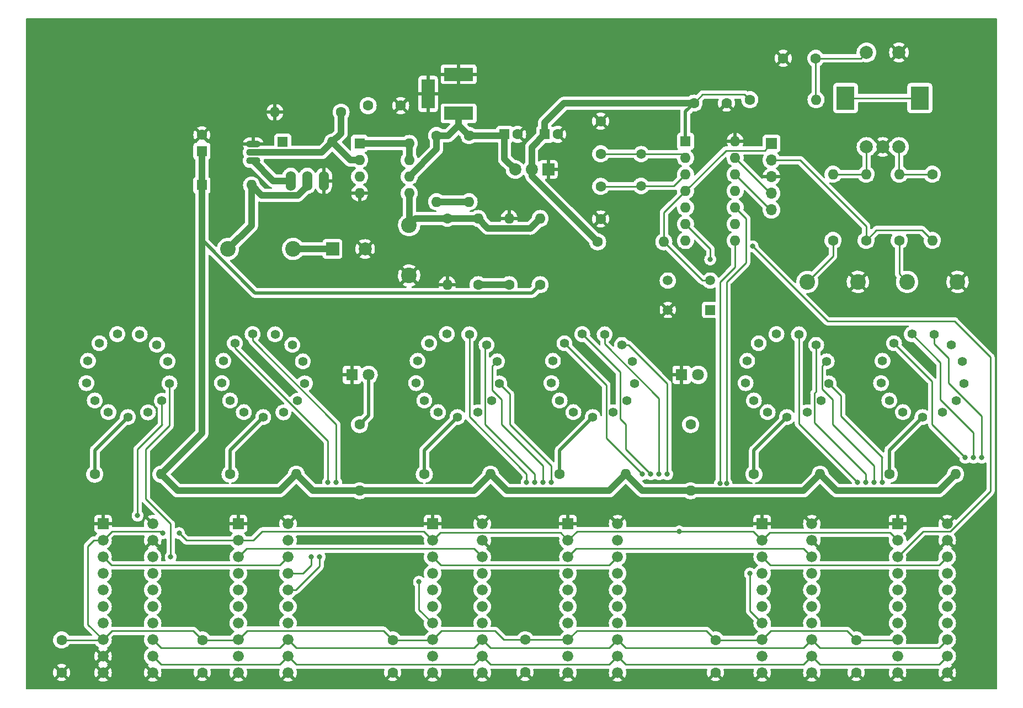
<source format=gbr>
%TF.GenerationSoftware,KiCad,Pcbnew,(6.0.1)*%
%TF.CreationDate,2022-04-13T12:15:00-04:00*%
%TF.ProjectId,Nixie Clock,4e697869-6520-4436-9c6f-636b2e6b6963,rev?*%
%TF.SameCoordinates,Original*%
%TF.FileFunction,Copper,L1,Top*%
%TF.FilePolarity,Positive*%
%FSLAX46Y46*%
G04 Gerber Fmt 4.6, Leading zero omitted, Abs format (unit mm)*
G04 Created by KiCad (PCBNEW (6.0.1)) date 2022-04-13 12:15:00*
%MOMM*%
%LPD*%
G01*
G04 APERTURE LIST*
%TA.AperFunction,ComponentPad*%
%ADD10R,1.676400X1.676400*%
%TD*%
%TA.AperFunction,ComponentPad*%
%ADD11C,1.676400*%
%TD*%
%TA.AperFunction,ComponentPad*%
%ADD12R,1.700000X1.700000*%
%TD*%
%TA.AperFunction,ComponentPad*%
%ADD13O,1.700000X1.700000*%
%TD*%
%TA.AperFunction,ComponentPad*%
%ADD14C,1.408000*%
%TD*%
%TA.AperFunction,ComponentPad*%
%ADD15C,1.600000*%
%TD*%
%TA.AperFunction,ComponentPad*%
%ADD16O,1.600000X1.600000*%
%TD*%
%TA.AperFunction,ComponentPad*%
%ADD17C,1.500000*%
%TD*%
%TA.AperFunction,ComponentPad*%
%ADD18R,1.600000X1.600000*%
%TD*%
%TA.AperFunction,ComponentPad*%
%ADD19R,1.800000X1.800000*%
%TD*%
%TA.AperFunction,ComponentPad*%
%ADD20C,1.800000*%
%TD*%
%TA.AperFunction,ComponentPad*%
%ADD21O,2.200000X1.100000*%
%TD*%
%TA.AperFunction,ComponentPad*%
%ADD22C,2.400000*%
%TD*%
%TA.AperFunction,ComponentPad*%
%ADD23R,1.860000X1.860000*%
%TD*%
%TA.AperFunction,ComponentPad*%
%ADD24C,1.860000*%
%TD*%
%TA.AperFunction,ComponentPad*%
%ADD25R,1.498000X1.498000*%
%TD*%
%TA.AperFunction,ComponentPad*%
%ADD26C,1.498000*%
%TD*%
%TA.AperFunction,ComponentPad*%
%ADD27C,2.000000*%
%TD*%
%TA.AperFunction,ComponentPad*%
%ADD28R,2.800000X3.600000*%
%TD*%
%TA.AperFunction,ComponentPad*%
%ADD29R,2.000000X2.000000*%
%TD*%
%TA.AperFunction,ComponentPad*%
%ADD30O,1.524000X3.048000*%
%TD*%
%TA.AperFunction,ComponentPad*%
%ADD31R,2.000000X4.500000*%
%TD*%
%TA.AperFunction,ComponentPad*%
%ADD32R,4.500000X2.000000*%
%TD*%
%TA.AperFunction,ViaPad*%
%ADD33C,0.800000*%
%TD*%
%TA.AperFunction,Conductor*%
%ADD34C,0.250000*%
%TD*%
%TA.AperFunction,Conductor*%
%ADD35C,0.500000*%
%TD*%
%TA.AperFunction,Conductor*%
%ADD36C,1.000000*%
%TD*%
G04 APERTURE END LIST*
D10*
%TO.P,U6,1,PGND_4*%
%TO.N,GND*%
X153670000Y-115570000D03*
D11*
%TO.P,U6,2,VCC*%
%TO.N,+5V*%
X153670000Y-118110000D03*
%TO.P,U6,3,SER_IN*%
%TO.N,Net-(U5-Pad18)*%
X153670000Y-120650000D03*
%TO.P,U6,4,DRAIN0*%
%TO.N,/Tube_3_Digit_0*%
X153670000Y-123190000D03*
%TO.P,U6,5,DRAIN1*%
%TO.N,/Tube_3_Digit_1*%
X153670000Y-125730000D03*
%TO.P,U6,6,DRAIN2*%
%TO.N,/Tube_3_Digit_2*%
X153670000Y-128270000D03*
%TO.P,U6,7,DRAIN3*%
%TO.N,/Tube_3_Digit_3*%
X153670000Y-130810000D03*
%TO.P,U6,8,~{SRCLR}*%
%TO.N,+5V*%
X153670000Y-133350000D03*
%TO.P,U6,9,~{G}*%
%TO.N,GND*%
X153670000Y-135890000D03*
%TO.P,U6,10,PGND*%
X153670000Y-138430000D03*
%TO.P,U6,11,PGND_3*%
X161290000Y-138430000D03*
%TO.P,U6,12,RCK*%
%TO.N,/Data Latch*%
X161290000Y-135890000D03*
%TO.P,U6,13,SRCK*%
%TO.N,/Shift Clock*%
X161290000Y-133350000D03*
%TO.P,U6,14,DRAIN4*%
%TO.N,/Tube_3_Digit_4*%
X161290000Y-130810000D03*
%TO.P,U6,15,DRAIN5*%
%TO.N,/Tube_3_Digit_5*%
X161290000Y-128270000D03*
%TO.P,U6,16,DRAIN6*%
%TO.N,/Tube_3_Digit_6*%
X161290000Y-125730000D03*
%TO.P,U6,17,DRAIN7*%
%TO.N,/Tube_3_Digit_7*%
X161290000Y-123190000D03*
%TO.P,U6,18,SER_OUT*%
%TO.N,Net-(U6-Pad18)*%
X161290000Y-120650000D03*
%TO.P,U6,19,LGND*%
%TO.N,GND*%
X161290000Y-118110000D03*
%TO.P,U6,20,PGND_2*%
X161290000Y-115570000D03*
%TD*%
D12*
%TO.P,J2,1,Pin_1*%
%TO.N,/Microcontroller/Reset*%
X184900000Y-57225000D03*
D13*
%TO.P,J2,2,Pin_2*%
%TO.N,+5V*%
X184900000Y-59765000D03*
%TO.P,J2,3,Pin_3*%
%TO.N,GND*%
X184900000Y-62305000D03*
%TO.P,J2,4,Pin_4*%
%TO.N,/Microcontroller/Program Data*%
X184900000Y-64845000D03*
%TO.P,J2,5,Pin_5*%
%TO.N,/Microcontroller/Program Clock*%
X184900000Y-67385000D03*
%TD*%
D10*
%TO.P,U5,1,PGND_4*%
%TO.N,GND*%
X183473884Y-115570000D03*
D11*
%TO.P,U5,2,VCC*%
%TO.N,+5V*%
X183473884Y-118110000D03*
%TO.P,U5,3,SER_IN*%
%TO.N,Net-(U4-Pad18)*%
X183473884Y-120650000D03*
%TO.P,U5,4,DRAIN0*%
%TO.N,/Tube_1_Digit_8*%
X183473884Y-123190000D03*
%TO.P,U5,5,DRAIN1*%
%TO.N,/Tube_1_Digit_9*%
X183473884Y-125730000D03*
%TO.P,U5,6,DRAIN2*%
%TO.N,/Tube_2_Digit_0*%
X183473884Y-128270000D03*
%TO.P,U5,7,DRAIN3*%
%TO.N,/Tube_2_Digit_1*%
X183473884Y-130810000D03*
%TO.P,U5,8,~{SRCLR}*%
%TO.N,+5V*%
X183473884Y-133350000D03*
%TO.P,U5,9,~{G}*%
%TO.N,GND*%
X183473884Y-135890000D03*
%TO.P,U5,10,PGND*%
X183473884Y-138430000D03*
%TO.P,U5,11,PGND_3*%
X191093884Y-138430000D03*
%TO.P,U5,12,RCK*%
%TO.N,/Data Latch*%
X191093884Y-135890000D03*
%TO.P,U5,13,SRCK*%
%TO.N,/Shift Clock*%
X191093884Y-133350000D03*
%TO.P,U5,14,DRAIN4*%
%TO.N,/Tube_2_Digit_2*%
X191093884Y-130810000D03*
%TO.P,U5,15,DRAIN5*%
%TO.N,/Tube_2_Digit_3*%
X191093884Y-128270000D03*
%TO.P,U5,16,DRAIN6*%
%TO.N,/Tube_2_Digit_4*%
X191093884Y-125730000D03*
%TO.P,U5,17,DRAIN7*%
%TO.N,/Tube_2_Digit_5*%
X191093884Y-123190000D03*
%TO.P,U5,18,SER_OUT*%
%TO.N,Net-(U5-Pad18)*%
X191093884Y-120650000D03*
%TO.P,U5,19,LGND*%
%TO.N,GND*%
X191093884Y-118110000D03*
%TO.P,U5,20,PGND_2*%
X191093884Y-115570000D03*
%TD*%
D14*
%TO.P,TBE3,1,Anode*%
%TO.N,Net-(R20-Pad1)*%
X187283884Y-99187000D03*
%TO.P,TBE3,2,.Comma*%
%TO.N,unconnected-(TBE3-Pad2)*%
X190387884Y-98462000D03*
%TO.P,TBE3,3,C1*%
%TO.N,/Tube_2_Digit_1*%
X192515884Y-96683000D03*
%TO.P,TBE3,4,C2*%
%TO.N,/Tube_2_Digit_2*%
X193676884Y-94017000D03*
%TO.P,TBE3,5,C3*%
%TO.N,/Tube_2_Digit_3*%
X193372884Y-90647000D03*
%TO.P,TBE3,6,C4*%
%TO.N,/Tube_2_Digit_4*%
X191752884Y-88116000D03*
%TO.P,TBE3,7,C5*%
%TO.N,/Tube_2_Digit_5*%
X189105884Y-86497000D03*
%TO.P,TBE3,8,C6*%
%TO.N,unconnected-(TBE3-Pad8)*%
X185662884Y-86467000D03*
%TO.P,TBE3,9,C7*%
%TO.N,unconnected-(TBE3-Pad9)*%
X182935884Y-87864000D03*
%TO.P,TBE3,10,C8*%
%TO.N,unconnected-(TBE3-Pad10)*%
X181163884Y-90556000D03*
%TO.P,TBE3,11,C9*%
%TO.N,unconnected-(TBE3-Pad11)*%
X180933884Y-93980000D03*
%TO.P,TBE3,12,C0*%
%TO.N,/Tube_2_Digit_0*%
X182203884Y-96647000D03*
%TO.P,TBE3,13,Comma.*%
%TO.N,unconnected-(TBE3-Pad13)*%
X184305884Y-98435000D03*
%TD*%
D15*
%TO.P,R14,1*%
%TO.N,Net-(R14-Pad1)*%
X202974632Y-107950000D03*
D16*
%TO.P,R14,2*%
%TO.N,VDC*%
X213134632Y-107950000D03*
%TD*%
D17*
%TO.P,Y1,1,1*%
%TO.N,/Microcontroller/Clock In*%
X164900000Y-58850000D03*
%TO.P,Y1,2,2*%
%TO.N,/Microcontroller/Clock Out*%
X164900000Y-63730000D03*
%TD*%
D15*
%TO.P,R22,1*%
%TO.N,Net-(R22-Pad1)*%
X152400000Y-107950000D03*
D16*
%TO.P,R22,2*%
%TO.N,VDC*%
X162560000Y-107950000D03*
%TD*%
D14*
%TO.P,TBE4,1,Anode*%
%TO.N,Net-(R21-Pad1)*%
X106905374Y-99187000D03*
%TO.P,TBE4,2,.Comma*%
%TO.N,unconnected-(TBE4-Pad2)*%
X110009374Y-98462000D03*
%TO.P,TBE4,3,C1*%
%TO.N,/Tube_5_Digit_1*%
X112137374Y-96683000D03*
%TO.P,TBE4,4,C2*%
%TO.N,/Tube_5_Digit_2*%
X113298374Y-94017000D03*
%TO.P,TBE4,5,C3*%
%TO.N,/Tube_5_Digit_3*%
X112994374Y-90647000D03*
%TO.P,TBE4,6,C4*%
%TO.N,/Tube_5_Digit_4*%
X111374374Y-88116000D03*
%TO.P,TBE4,7,C5*%
%TO.N,/Tube_5_Digit_5*%
X108727374Y-86497000D03*
%TO.P,TBE4,8,C6*%
%TO.N,/Tube_5_Digit_6*%
X105284374Y-86467000D03*
%TO.P,TBE4,9,C7*%
%TO.N,/Tube_5_Digit_7*%
X102557374Y-87864000D03*
%TO.P,TBE4,10,C8*%
%TO.N,/Tube_5_Digit_8*%
X100785374Y-90556000D03*
%TO.P,TBE4,11,C9*%
%TO.N,/Tube_5_Digit_9*%
X100555374Y-93980000D03*
%TO.P,TBE4,12,C0*%
%TO.N,/Tube_5_Digit_0*%
X101825374Y-96647000D03*
%TO.P,TBE4,13,Comma.*%
%TO.N,unconnected-(TBE4-Pad13)*%
X103927374Y-98435000D03*
%TD*%
D18*
%TO.P,C1,1*%
%TO.N,+12V*%
X143944888Y-55800000D03*
D15*
%TO.P,C1,2*%
%TO.N,GND*%
X145944888Y-55800000D03*
%TD*%
%TO.P,R4,1*%
%TO.N,VDC*%
X149400000Y-78880000D03*
D16*
%TO.P,R4,2*%
%TO.N,Net-(C5-Pad1)*%
X149400000Y-68720000D03*
%TD*%
D10*
%TO.P,U4,1,PGND_4*%
%TO.N,GND*%
X204244632Y-115570000D03*
D11*
%TO.P,U4,2,VCC*%
%TO.N,+5V*%
X204244632Y-118110000D03*
%TO.P,U4,3,SER_IN*%
%TO.N,/Data Output*%
X204244632Y-120650000D03*
%TO.P,U4,4,DRAIN0*%
%TO.N,/Tube_1_Digit_0*%
X204244632Y-123190000D03*
%TO.P,U4,5,DRAIN1*%
%TO.N,/Tube_1_Digit_1*%
X204244632Y-125730000D03*
%TO.P,U4,6,DRAIN2*%
%TO.N,/Tube_1_Digit_2*%
X204244632Y-128270000D03*
%TO.P,U4,7,DRAIN3*%
%TO.N,/Tube_1_Digit_3*%
X204244632Y-130810000D03*
%TO.P,U4,8,~{SRCLR}*%
%TO.N,+5V*%
X204244632Y-133350000D03*
%TO.P,U4,9,~{G}*%
%TO.N,GND*%
X204244632Y-135890000D03*
%TO.P,U4,10,PGND*%
X204244632Y-138430000D03*
%TO.P,U4,11,PGND_3*%
X211864632Y-138430000D03*
%TO.P,U4,12,RCK*%
%TO.N,/Data Latch*%
X211864632Y-135890000D03*
%TO.P,U4,13,SRCK*%
%TO.N,/Shift Clock*%
X211864632Y-133350000D03*
%TO.P,U4,14,DRAIN4*%
%TO.N,/Tube_1_Digit_4*%
X211864632Y-130810000D03*
%TO.P,U4,15,DRAIN5*%
%TO.N,/Tube_1_Digit_5*%
X211864632Y-128270000D03*
%TO.P,U4,16,DRAIN6*%
%TO.N,/Tube_1_Digit_6*%
X211864632Y-125730000D03*
%TO.P,U4,17,DRAIN7*%
%TO.N,/Tube_1_Digit_7*%
X211864632Y-123190000D03*
%TO.P,U4,18,SER_OUT*%
%TO.N,Net-(U4-Pad18)*%
X211864632Y-120650000D03*
%TO.P,U4,19,LGND*%
%TO.N,GND*%
X211864632Y-118110000D03*
%TO.P,U4,20,PGND_2*%
X211864632Y-115570000D03*
%TD*%
D10*
%TO.P,U7,1,PGND_4*%
%TO.N,GND*%
X132899258Y-115570000D03*
D11*
%TO.P,U7,2,VCC*%
%TO.N,+5V*%
X132899258Y-118110000D03*
%TO.P,U7,3,SER_IN*%
%TO.N,Net-(U6-Pad18)*%
X132899258Y-120650000D03*
%TO.P,U7,4,DRAIN0*%
%TO.N,/Tube_3_Digit_8*%
X132899258Y-123190000D03*
%TO.P,U7,5,DRAIN1*%
%TO.N,/Tube_3_Digit_9*%
X132899258Y-125730000D03*
%TO.P,U7,6,DRAIN2*%
%TO.N,/Tube_4_Digit_0*%
X132899258Y-128270000D03*
%TO.P,U7,7,DRAIN3*%
%TO.N,/Tube_4_Digit_1*%
X132899258Y-130810000D03*
%TO.P,U7,8,~{SRCLR}*%
%TO.N,+5V*%
X132899258Y-133350000D03*
%TO.P,U7,9,~{G}*%
%TO.N,GND*%
X132899258Y-135890000D03*
%TO.P,U7,10,PGND*%
X132899258Y-138430000D03*
%TO.P,U7,11,PGND_3*%
X140519258Y-138430000D03*
%TO.P,U7,12,RCK*%
%TO.N,/Data Latch*%
X140519258Y-135890000D03*
%TO.P,U7,13,SRCK*%
%TO.N,/Shift Clock*%
X140519258Y-133350000D03*
%TO.P,U7,14,DRAIN4*%
%TO.N,/Tube_4_Digit_2*%
X140519258Y-130810000D03*
%TO.P,U7,15,DRAIN5*%
%TO.N,/Tube_4_Digit_3*%
X140519258Y-128270000D03*
%TO.P,U7,16,DRAIN6*%
%TO.N,/Tube_4_Digit_4*%
X140519258Y-125730000D03*
%TO.P,U7,17,DRAIN7*%
%TO.N,/Tube_4_Digit_5*%
X140519258Y-123190000D03*
%TO.P,U7,18,SER_OUT*%
%TO.N,Net-(U7-Pad18)*%
X140519258Y-120650000D03*
%TO.P,U7,19,LGND*%
%TO.N,GND*%
X140519258Y-118110000D03*
%TO.P,U7,20,PGND_2*%
X140519258Y-115570000D03*
%TD*%
D14*
%TO.P,TBE5,1,Anode*%
%TO.N,Net-(R22-Pad1)*%
X157480000Y-99187000D03*
%TO.P,TBE5,2,.Comma*%
%TO.N,unconnected-(TBE5-Pad2)*%
X160584000Y-98462000D03*
%TO.P,TBE5,3,C1*%
%TO.N,/Tube_3_Digit_1*%
X162712000Y-96683000D03*
%TO.P,TBE5,4,C2*%
%TO.N,/Tube_3_Digit_2*%
X163873000Y-94017000D03*
%TO.P,TBE5,5,C3*%
%TO.N,/Tube_3_Digit_3*%
X163569000Y-90647000D03*
%TO.P,TBE5,6,C4*%
%TO.N,/Tube_3_Digit_4*%
X161949000Y-88116000D03*
%TO.P,TBE5,7,C5*%
%TO.N,/Tube_3_Digit_5*%
X159302000Y-86497000D03*
%TO.P,TBE5,8,C6*%
%TO.N,/Tube_3_Digit_6*%
X155859000Y-86467000D03*
%TO.P,TBE5,9,C7*%
%TO.N,/Tube_3_Digit_7*%
X153132000Y-87864000D03*
%TO.P,TBE5,10,C8*%
%TO.N,/Tube_3_Digit_8*%
X151360000Y-90556000D03*
%TO.P,TBE5,11,C9*%
%TO.N,/Tube_3_Digit_9*%
X151130000Y-93980000D03*
%TO.P,TBE5,12,C0*%
%TO.N,/Tube_3_Digit_0*%
X152400000Y-96647000D03*
%TO.P,TBE5,13,Comma.*%
%TO.N,unconnected-(TBE5-Pad13)*%
X154502000Y-98435000D03*
%TD*%
%TO.P,TBE1,1,Anode*%
%TO.N,Net-(R14-Pad1)*%
X208054632Y-99187000D03*
%TO.P,TBE1,2,.Comma*%
%TO.N,unconnected-(TBE1-Pad2)*%
X211158632Y-98462000D03*
%TO.P,TBE1,3,C1*%
%TO.N,/Tube_1_Digit_1*%
X213286632Y-96683000D03*
%TO.P,TBE1,4,C2*%
%TO.N,/Tube_1_Digit_2*%
X214447632Y-94017000D03*
%TO.P,TBE1,5,C3*%
%TO.N,/Tube_1_Digit_3*%
X214143632Y-90647000D03*
%TO.P,TBE1,6,C4*%
%TO.N,/Tube_1_Digit_4*%
X212523632Y-88116000D03*
%TO.P,TBE1,7,C5*%
%TO.N,/Tube_1_Digit_5*%
X209876632Y-86497000D03*
%TO.P,TBE1,8,C6*%
%TO.N,/Tube_1_Digit_6*%
X206433632Y-86467000D03*
%TO.P,TBE1,9,C7*%
%TO.N,/Tube_1_Digit_7*%
X203706632Y-87864000D03*
%TO.P,TBE1,10,C8*%
%TO.N,/Tube_1_Digit_8*%
X201934632Y-90556000D03*
%TO.P,TBE1,11,C9*%
%TO.N,/Tube_1_Digit_9*%
X201704632Y-93980000D03*
%TO.P,TBE1,12,C0*%
%TO.N,/Tube_1_Digit_0*%
X202974632Y-96647000D03*
%TO.P,TBE1,13,Comma.*%
%TO.N,unconnected-(TBE1-Pad13)*%
X205076632Y-98435000D03*
%TD*%
D15*
%TO.P,C8,1*%
%TO.N,+5V*%
X97564632Y-133390000D03*
%TO.P,C8,2*%
%TO.N,GND*%
X97564632Y-138390000D03*
%TD*%
D19*
%TO.P,NE1,1*%
%TO.N,GND*%
X171106942Y-92710000D03*
D20*
%TO.P,NE1,2*%
%TO.N,Net-(NE1-Pad2)*%
X173646942Y-92710000D03*
%TD*%
D21*
%TO.P,Q1,3*%
%TO.N,GND*%
X105377500Y-57330000D03*
%TO.P,Q1,2*%
%TO.N,Net-(D1-Pad2)*%
X105377500Y-58600000D03*
%TO.P,Q1,1*%
%TO.N,Net-(D1-Pad1)*%
X105377500Y-59870000D03*
%TD*%
D10*
%TO.P,U9,1,PGND_4*%
%TO.N,GND*%
X82324632Y-115570000D03*
D11*
%TO.P,U9,2,VCC*%
%TO.N,+5V*%
X82324632Y-118110000D03*
%TO.P,U9,3,SER_IN*%
%TO.N,Net-(U8-Pad18)*%
X82324632Y-120650000D03*
%TO.P,U9,4,DRAIN0*%
%TO.N,/Tube_5_Digit_8*%
X82324632Y-123190000D03*
%TO.P,U9,5,DRAIN1*%
%TO.N,/Tube_5_Digit_9*%
X82324632Y-125730000D03*
%TO.P,U9,6,DRAIN2*%
%TO.N,/Tube_6_Digit_0*%
X82324632Y-128270000D03*
%TO.P,U9,7,DRAIN3*%
%TO.N,/Tube_6_Digit_1*%
X82324632Y-130810000D03*
%TO.P,U9,8,~{SRCLR}*%
%TO.N,+5V*%
X82324632Y-133350000D03*
%TO.P,U9,9,~{G}*%
%TO.N,GND*%
X82324632Y-135890000D03*
%TO.P,U9,10,PGND*%
X82324632Y-138430000D03*
%TO.P,U9,11,PGND_3*%
X89944632Y-138430000D03*
%TO.P,U9,12,RCK*%
%TO.N,/Data Latch*%
X89944632Y-135890000D03*
%TO.P,U9,13,SRCK*%
%TO.N,/Shift Clock*%
X89944632Y-133350000D03*
%TO.P,U9,14,DRAIN4*%
%TO.N,/Tube_6_Digit_2*%
X89944632Y-130810000D03*
%TO.P,U9,15,DRAIN5*%
%TO.N,unconnected-(U9-Pad15)*%
X89944632Y-128270000D03*
%TO.P,U9,16,DRAIN6*%
%TO.N,unconnected-(U9-Pad16)*%
X89944632Y-125730000D03*
%TO.P,U9,17,DRAIN7*%
%TO.N,unconnected-(U9-Pad17)*%
X89944632Y-123190000D03*
%TO.P,U9,18,SER_OUT*%
%TO.N,unconnected-(U9-Pad18)*%
X89944632Y-120650000D03*
%TO.P,U9,19,LGND*%
%TO.N,GND*%
X89944632Y-118110000D03*
%TO.P,U9,20,PGND_2*%
X89944632Y-115570000D03*
%TD*%
D15*
%TO.P,C15,1*%
%TO.N,+5V*%
X173000000Y-51030000D03*
%TO.P,C15,2*%
%TO.N,GND*%
X178000000Y-51030000D03*
%TD*%
%TO.P,R1,1*%
%TO.N,+12V*%
X138500000Y-56000000D03*
D16*
%TO.P,R1,2*%
%TO.N,Net-(C4-Pad1)*%
X138500000Y-66160000D03*
%TD*%
D18*
%TO.P,U2,1,SwC*%
%TO.N,Net-(C4-Pad1)*%
X121700000Y-57200000D03*
D16*
%TO.P,U2,2,SwE*%
%TO.N,Net-(D1-Pad2)*%
X121700000Y-59740000D03*
%TO.P,U2,3,TC*%
%TO.N,Net-(C3-Pad1)*%
X121700000Y-62280000D03*
%TO.P,U2,4,GND*%
%TO.N,GND*%
X121700000Y-64820000D03*
%TO.P,U2,5,Vfb*%
%TO.N,Net-(C5-Pad1)*%
X129320000Y-64820000D03*
%TO.P,U2,6,Vin*%
%TO.N,+12V*%
X129320000Y-62280000D03*
%TO.P,U2,7,Ipk*%
%TO.N,Net-(C4-Pad1)*%
X129320000Y-59740000D03*
%TO.P,U2,8,DC*%
X129320000Y-57200000D03*
%TD*%
D22*
%TO.P,C5,1*%
%TO.N,Net-(C5-Pad1)*%
X129300000Y-69725000D03*
%TO.P,C5,2*%
%TO.N,GND*%
X129300000Y-77475000D03*
%TD*%
D23*
%TO.P,U1,1,ADJ/GND*%
%TO.N,GND*%
X150640000Y-61200000D03*
D24*
%TO.P,U1,2,VOUT*%
%TO.N,+5V*%
X148100000Y-61200000D03*
%TO.P,U1,3,VIN*%
%TO.N,+12V*%
X145560000Y-61200000D03*
%TD*%
D15*
%TO.P,C9,1*%
%TO.N,+5V*%
X126774632Y-133390000D03*
%TO.P,C9,2*%
%TO.N,GND*%
X126774632Y-138390000D03*
%TD*%
%TO.P,R15,1*%
%TO.N,Net-(R15-Pad1)*%
X131629258Y-107950000D03*
D16*
%TO.P,R15,2*%
%TO.N,VDC*%
X141789258Y-107950000D03*
%TD*%
D15*
%TO.P,R13,1*%
%TO.N,+5V*%
X181575000Y-50500000D03*
D16*
%TO.P,R13,2*%
%TO.N,/Microcontroller/Rotary Button*%
X191735000Y-50500000D03*
%TD*%
D15*
%TO.P,R16,1*%
%TO.N,Net-(NE1-Pad2)*%
X172494632Y-100330000D03*
D16*
%TO.P,R16,2*%
%TO.N,VDC*%
X172494632Y-110490000D03*
%TD*%
D15*
%TO.P,R9,1*%
%TO.N,/Microcontroller/Encoder A*%
X194340000Y-72090000D03*
D16*
%TO.P,R9,2*%
%TO.N,Net-(R11-Pad2)*%
X194340000Y-61930000D03*
%TD*%
D15*
%TO.P,C12,1*%
%TO.N,+5V*%
X197894632Y-133390000D03*
%TO.P,C12,2*%
%TO.N,GND*%
X197894632Y-138390000D03*
%TD*%
D10*
%TO.P,U8,1,PGND_4*%
%TO.N,GND*%
X103095374Y-115570000D03*
D11*
%TO.P,U8,2,VCC*%
%TO.N,+5V*%
X103095374Y-118110000D03*
%TO.P,U8,3,SER_IN*%
%TO.N,Net-(U7-Pad18)*%
X103095374Y-120650000D03*
%TO.P,U8,4,DRAIN0*%
%TO.N,/Tube_5_Digit_0*%
X103095374Y-123190000D03*
%TO.P,U8,5,DRAIN1*%
%TO.N,/Tube_5_Digit_1*%
X103095374Y-125730000D03*
%TO.P,U8,6,DRAIN2*%
%TO.N,/Tube_5_Digit_2*%
X103095374Y-128270000D03*
%TO.P,U8,7,DRAIN3*%
%TO.N,/Tube_5_Digit_3*%
X103095374Y-130810000D03*
%TO.P,U8,8,~{SRCLR}*%
%TO.N,+5V*%
X103095374Y-133350000D03*
%TO.P,U8,9,~{G}*%
%TO.N,GND*%
X103095374Y-135890000D03*
%TO.P,U8,10,PGND*%
X103095374Y-138430000D03*
%TO.P,U8,11,PGND_3*%
X110715374Y-138430000D03*
%TO.P,U8,12,RCK*%
%TO.N,/Data Latch*%
X110715374Y-135890000D03*
%TO.P,U8,13,SRCK*%
%TO.N,/Shift Clock*%
X110715374Y-133350000D03*
%TO.P,U8,14,DRAIN4*%
%TO.N,/Tube_5_Digit_4*%
X110715374Y-130810000D03*
%TO.P,U8,15,DRAIN5*%
%TO.N,/Tube_5_Digit_5*%
X110715374Y-128270000D03*
%TO.P,U8,16,DRAIN6*%
%TO.N,/Tube_5_Digit_6*%
X110715374Y-125730000D03*
%TO.P,U8,17,DRAIN7*%
%TO.N,/Tube_5_Digit_7*%
X110715374Y-123190000D03*
%TO.P,U8,18,SER_OUT*%
%TO.N,Net-(U8-Pad18)*%
X110715374Y-120650000D03*
%TO.P,U8,19,LGND*%
%TO.N,GND*%
X110715374Y-118110000D03*
%TO.P,U8,20,PGND_2*%
X110715374Y-115570000D03*
%TD*%
D15*
%TO.P,R12,1*%
%TO.N,Net-(R10-Pad2)*%
X209580000Y-61930000D03*
D16*
%TO.P,R12,2*%
%TO.N,+5V*%
X209580000Y-72090000D03*
%TD*%
D15*
%TO.P,R8,1*%
%TO.N,+5V*%
X158220000Y-72300000D03*
D16*
%TO.P,R8,2*%
%TO.N,/Microcontroller/Reset*%
X168380000Y-72300000D03*
%TD*%
D15*
%TO.P,C6,2*%
%TO.N,GND*%
X97500000Y-55900000D03*
D18*
%TO.P,C6,1*%
%TO.N,VDC*%
X97500000Y-58400000D03*
%TD*%
D22*
%TO.P,C16,1*%
%TO.N,GND*%
X198150000Y-78440000D03*
%TO.P,C16,2*%
%TO.N,/Microcontroller/Encoder A*%
X190400000Y-78440000D03*
%TD*%
D25*
%TO.P,SW1,1*%
%TO.N,unconnected-(SW1-Pad1)*%
X175501500Y-82750000D03*
D26*
%TO.P,SW1,2*%
%TO.N,GND*%
X169001500Y-82750000D03*
%TO.P,SW1,3*%
%TO.N,/Microcontroller/Reset*%
X175501500Y-78250000D03*
%TO.P,SW1,4*%
%TO.N,unconnected-(SW1-Pad4)*%
X169001500Y-78250000D03*
%TD*%
D15*
%TO.P,R17,1*%
%TO.N,Net-(NE2-Pad2)*%
X121694632Y-100330000D03*
D16*
%TO.P,R17,2*%
%TO.N,VDC*%
X121694632Y-110490000D03*
%TD*%
D15*
%TO.P,C14,1*%
%TO.N,/Microcontroller/Clock Out*%
X158700000Y-63800000D03*
%TO.P,C14,2*%
%TO.N,GND*%
X158700000Y-68800000D03*
%TD*%
%TO.P,C7,1*%
%TO.N,+5V*%
X75974632Y-133390000D03*
%TO.P,C7,2*%
%TO.N,GND*%
X75974632Y-138390000D03*
%TD*%
%TO.P,R23,1*%
%TO.N,Net-(R23-Pad1)*%
X81054632Y-107950000D03*
D16*
%TO.P,R23,2*%
%TO.N,VDC*%
X91214632Y-107950000D03*
%TD*%
D18*
%TO.P,C2,1*%
%TO.N,+5V*%
X150100000Y-55800000D03*
D15*
%TO.P,C2,2*%
%TO.N,GND*%
X152100000Y-55800000D03*
%TD*%
%TO.P,C11,1*%
%TO.N,+5V*%
X176304632Y-133390000D03*
%TO.P,C11,2*%
%TO.N,GND*%
X176304632Y-138390000D03*
%TD*%
%TO.P,R11,1*%
%TO.N,+5V*%
X199420000Y-72090000D03*
D16*
%TO.P,R11,2*%
%TO.N,Net-(R11-Pad2)*%
X199420000Y-61930000D03*
%TD*%
D18*
%TO.P,U10,1,VDD*%
%TO.N,+5V*%
X171700000Y-56875000D03*
D16*
%TO.P,U10,2,RA5*%
%TO.N,/Microcontroller/Clock In*%
X171700000Y-59415000D03*
%TO.P,U10,3,RA4*%
%TO.N,/Microcontroller/Clock Out*%
X171700000Y-61955000D03*
%TO.P,U10,4,VPP/RA3*%
%TO.N,/Microcontroller/Reset*%
X171700000Y-64495000D03*
%TO.P,U10,5,RC5*%
%TO.N,unconnected-(U10-Pad5)*%
X171700000Y-67035000D03*
%TO.P,U10,6,RC4*%
%TO.N,/Microcontroller/Encoder A*%
X171700000Y-69575000D03*
%TO.P,U10,7,RC3*%
%TO.N,/Microcontroller/Encoder B*%
X171700000Y-72115000D03*
%TO.P,U10,8,RC2*%
%TO.N,/Data Latch*%
X179320000Y-72115000D03*
%TO.P,U10,9,RC1*%
%TO.N,/Data Output*%
X179320000Y-69575000D03*
%TO.P,U10,10,RC0*%
%TO.N,/Shift Clock*%
X179320000Y-67035000D03*
%TO.P,U10,11,RA2*%
%TO.N,/Microcontroller/Rotary Button*%
X179320000Y-64495000D03*
%TO.P,U10,12,RA1/ICSPCLK*%
%TO.N,/Microcontroller/Program Clock*%
X179320000Y-61955000D03*
%TO.P,U10,13,RA0/ICSPDAT*%
%TO.N,/Microcontroller/Program Data*%
X179320000Y-59415000D03*
%TO.P,U10,14,VSS*%
%TO.N,GND*%
X179320000Y-56875000D03*
%TD*%
D15*
%TO.P,R10,1*%
%TO.N,/Microcontroller/Encoder B*%
X204500000Y-72090000D03*
D16*
%TO.P,R10,2*%
%TO.N,Net-(R10-Pad2)*%
X204500000Y-61930000D03*
%TD*%
D15*
%TO.P,C10,1*%
%TO.N,+5V*%
X147094632Y-133350000D03*
%TO.P,C10,2*%
%TO.N,GND*%
X147094632Y-138350000D03*
%TD*%
D27*
%TO.P,S1,1*%
%TO.N,/Microcontroller/Rotary Button*%
X199460000Y-43250000D03*
%TO.P,S1,2*%
%TO.N,GND*%
X204460000Y-43250000D03*
D28*
%TO.P,S1,3*%
%TO.N,unconnected-(S1-Pad3)*%
X207660000Y-50250000D03*
X196260000Y-50250000D03*
D27*
%TO.P,S1,A,CH_A*%
%TO.N,Net-(R11-Pad2)*%
X199460000Y-57750000D03*
%TO.P,S1,B,CH_B*%
%TO.N,Net-(R10-Pad2)*%
X204460000Y-57750000D03*
%TO.P,S1,C,COM*%
%TO.N,GND*%
X201960000Y-57750000D03*
%TD*%
D15*
%TO.P,R2,1*%
%TO.N,+12V*%
X133500000Y-56000000D03*
D16*
%TO.P,R2,2*%
%TO.N,Net-(C4-Pad1)*%
X133500000Y-66160000D03*
%TD*%
D29*
%TO.P,C4,1*%
%TO.N,Net-(C4-Pad1)*%
X117532323Y-73400000D03*
D27*
%TO.P,C4,2*%
%TO.N,GND*%
X122532323Y-73400000D03*
%TD*%
D22*
%TO.P,L1,1,1*%
%TO.N,Net-(C4-Pad1)*%
X111500000Y-73400000D03*
%TO.P,L1,2,2*%
%TO.N,Net-(D2-Pad2)*%
X101500000Y-73400000D03*
%TD*%
D30*
%TO.P,U3,3*%
%TO.N,GND*%
X116200000Y-62940000D03*
%TO.P,U3,2*%
%TO.N,Net-(D2-Pad2)*%
X113660000Y-62940000D03*
%TO.P,U3,1*%
%TO.N,Net-(D1-Pad1)*%
X111120000Y-62940000D03*
%TD*%
D14*
%TO.P,TBE2,1,Anode*%
%TO.N,Net-(R15-Pad1)*%
X136709258Y-99187000D03*
%TO.P,TBE2,2,.Comma*%
%TO.N,unconnected-(TBE2-Pad2)*%
X139813258Y-98462000D03*
%TO.P,TBE2,3,C1*%
%TO.N,/Tube_4_Digit_1*%
X141941258Y-96683000D03*
%TO.P,TBE2,4,C2*%
%TO.N,/Tube_4_Digit_2*%
X143102258Y-94017000D03*
%TO.P,TBE2,5,C3*%
%TO.N,/Tube_4_Digit_3*%
X142798258Y-90647000D03*
%TO.P,TBE2,6,C4*%
%TO.N,/Tube_4_Digit_4*%
X141178258Y-88116000D03*
%TO.P,TBE2,7,C5*%
%TO.N,/Tube_4_Digit_5*%
X138531258Y-86497000D03*
%TO.P,TBE2,8,C6*%
%TO.N,unconnected-(TBE2-Pad8)*%
X135088258Y-86467000D03*
%TO.P,TBE2,9,C7*%
%TO.N,unconnected-(TBE2-Pad9)*%
X132361258Y-87864000D03*
%TO.P,TBE2,10,C8*%
%TO.N,unconnected-(TBE2-Pad10)*%
X130589258Y-90556000D03*
%TO.P,TBE2,11,C9*%
%TO.N,unconnected-(TBE2-Pad11)*%
X130359258Y-93980000D03*
%TO.P,TBE2,12,C0*%
%TO.N,/Tube_4_Digit_0*%
X131629258Y-96647000D03*
%TO.P,TBE2,13,Comma.*%
%TO.N,unconnected-(TBE2-Pad13)*%
X133731258Y-98435000D03*
%TD*%
D16*
%TO.P,D1,2,A*%
%TO.N,Net-(D1-Pad2)*%
X117520000Y-57000000D03*
D18*
%TO.P,D1,1,K*%
%TO.N,Net-(D1-Pad1)*%
X109900000Y-57000000D03*
%TD*%
D22*
%TO.P,C17,1*%
%TO.N,/Microcontroller/Encoder B*%
X205705000Y-78440000D03*
%TO.P,C17,2*%
%TO.N,GND*%
X213455000Y-78440000D03*
%TD*%
D15*
%TO.P,C3,1*%
%TO.N,Net-(C3-Pad1)*%
X123000000Y-51400000D03*
%TO.P,C3,2*%
%TO.N,GND*%
X128000000Y-51400000D03*
%TD*%
%TO.P,R7,1*%
%TO.N,Net-(R6-Pad1)*%
X144650000Y-78880000D03*
D16*
%TO.P,R7,2*%
%TO.N,GND*%
X144650000Y-68720000D03*
%TD*%
%TO.P,D2,2,A*%
%TO.N,Net-(D2-Pad2)*%
X105110000Y-63600000D03*
D18*
%TO.P,D2,1,K*%
%TO.N,VDC*%
X97490000Y-63600000D03*
%TD*%
D15*
%TO.P,R3,1*%
%TO.N,Net-(D1-Pad2)*%
X118860000Y-52400000D03*
D16*
%TO.P,R3,2*%
%TO.N,GND*%
X108700000Y-52400000D03*
%TD*%
D15*
%TO.P,C13,1*%
%TO.N,/Microcontroller/Clock In*%
X158700000Y-58800000D03*
%TO.P,C13,2*%
%TO.N,GND*%
X158700000Y-53800000D03*
%TD*%
D31*
%TO.P,J1,3*%
%TO.N,GND*%
X132200000Y-49600000D03*
D32*
%TO.P,J1,2*%
X136900000Y-46600000D03*
%TO.P,J1,1*%
%TO.N,+12V*%
X136900000Y-52600000D03*
%TD*%
D15*
%TO.P,R20,1*%
%TO.N,Net-(R20-Pad1)*%
X182203884Y-107950000D03*
D16*
%TO.P,R20,2*%
%TO.N,VDC*%
X192363884Y-107950000D03*
%TD*%
D15*
%TO.P,R6,1*%
%TO.N,Net-(R6-Pad1)*%
X139900000Y-78880000D03*
D16*
%TO.P,R6,2*%
%TO.N,Net-(C5-Pad1)*%
X139900000Y-68720000D03*
%TD*%
D15*
%TO.P,C18,1*%
%TO.N,/Microcontroller/Rotary Button*%
X191695000Y-44150000D03*
%TO.P,C18,2*%
%TO.N,GND*%
X186695000Y-44150000D03*
%TD*%
%TO.P,R21,1*%
%TO.N,Net-(R21-Pad1)*%
X101825374Y-107950000D03*
D16*
%TO.P,R21,2*%
%TO.N,VDC*%
X111985374Y-107950000D03*
%TD*%
D15*
%TO.P,R5,1*%
%TO.N,Net-(C5-Pad1)*%
X135150000Y-68720000D03*
D16*
%TO.P,R5,2*%
%TO.N,GND*%
X135150000Y-78880000D03*
%TD*%
D14*
%TO.P,TBE6,1,Anode*%
%TO.N,Net-(R23-Pad1)*%
X86134632Y-99187000D03*
%TO.P,TBE6,2,.Comma*%
%TO.N,unconnected-(TBE6-Pad2)*%
X89238632Y-98462000D03*
%TO.P,TBE6,3,C1*%
%TO.N,/Tube_6_Digit_1*%
X91366632Y-96683000D03*
%TO.P,TBE6,4,C2*%
%TO.N,/Tube_6_Digit_2*%
X92527632Y-94017000D03*
%TO.P,TBE6,5,C3*%
%TO.N,unconnected-(TBE6-Pad5)*%
X92223632Y-90647000D03*
%TO.P,TBE6,6,C4*%
%TO.N,unconnected-(TBE6-Pad6)*%
X90603632Y-88116000D03*
%TO.P,TBE6,7,C5*%
%TO.N,unconnected-(TBE6-Pad7)*%
X87956632Y-86497000D03*
%TO.P,TBE6,8,C6*%
%TO.N,unconnected-(TBE6-Pad8)*%
X84513632Y-86467000D03*
%TO.P,TBE6,9,C7*%
%TO.N,unconnected-(TBE6-Pad9)*%
X81786632Y-87864000D03*
%TO.P,TBE6,10,C8*%
%TO.N,unconnected-(TBE6-Pad10)*%
X80014632Y-90556000D03*
%TO.P,TBE6,11,C9*%
%TO.N,unconnected-(TBE6-Pad11)*%
X79784632Y-93980000D03*
%TO.P,TBE6,12,C0*%
%TO.N,/Tube_6_Digit_0*%
X81054632Y-96647000D03*
%TO.P,TBE6,13,Comma.*%
%TO.N,unconnected-(TBE6-Pad13)*%
X83156632Y-98435000D03*
%TD*%
D19*
%TO.P,NE2,1*%
%TO.N,GND*%
X120532316Y-92710000D03*
D20*
%TO.P,NE2,2*%
%TO.N,Net-(NE2-Pad2)*%
X123072316Y-92710000D03*
%TD*%
D33*
%TO.N,GND*%
X139500000Y-105000000D03*
X148000000Y-120000000D03*
X148000000Y-125500000D03*
X148000000Y-129500000D03*
X190500000Y-104500000D03*
X209500000Y-91500000D03*
X204500000Y-93000000D03*
X190500000Y-92500000D03*
X184000000Y-92500000D03*
X187500000Y-92500000D03*
X183000000Y-82000000D03*
X175500000Y-64500000D03*
X199000000Y-123000000D03*
X199000000Y-126000000D03*
X199000000Y-130000000D03*
X208000000Y-131000000D03*
X187000000Y-128500000D03*
X172000000Y-121000000D03*
X172000000Y-125000000D03*
X172000000Y-130000000D03*
X157500000Y-130000000D03*
X137000000Y-128500000D03*
X86500000Y-129500000D03*
X107000000Y-129000000D03*
X122500000Y-118000000D03*
X122500000Y-125500000D03*
X122500000Y-130000000D03*
X97500000Y-120500000D03*
X97500000Y-126000000D03*
X97500000Y-130000000D03*
%TO.N,+5V*%
X170732711Y-116732711D03*
X94000000Y-117000000D03*
X91500000Y-117000000D03*
%TO.N,/Data Output*%
X182000000Y-73000000D03*
%TO.N,/Shift Clock*%
X178000000Y-109390500D03*
%TO.N,/Data Latch*%
X177000000Y-109390500D03*
%TO.N,/Microcontroller/Encoder A*%
X175500000Y-75000000D03*
%TO.N,/Tube_1_Digit_5*%
X217170000Y-105410000D03*
%TO.N,/Tube_1_Digit_6*%
X215900000Y-105410000D03*
%TO.N,/Tube_1_Digit_7*%
X214630000Y-105410000D03*
%TO.N,/Tube_2_Digit_1*%
X181610000Y-123190000D03*
%TO.N,/Tube_2_Digit_2*%
X201930000Y-109220000D03*
%TO.N,/Tube_2_Digit_3*%
X200660000Y-109220000D03*
%TO.N,/Tube_2_Digit_4*%
X199390000Y-109220000D03*
%TO.N,/Tube_2_Digit_5*%
X198120000Y-109220000D03*
%TO.N,/Tube_3_Digit_4*%
X168910000Y-107950000D03*
%TO.N,/Tube_3_Digit_5*%
X167640000Y-107950000D03*
%TO.N,/Tube_3_Digit_6*%
X166370000Y-107950000D03*
%TO.N,/Tube_3_Digit_7*%
X165100000Y-107950000D03*
%TO.N,/Tube_4_Digit_1*%
X130810000Y-124460000D03*
%TO.N,/Tube_4_Digit_2*%
X151130000Y-109220000D03*
%TO.N,/Tube_4_Digit_3*%
X149860000Y-109220000D03*
%TO.N,/Tube_4_Digit_4*%
X148590000Y-109220000D03*
%TO.N,/Tube_4_Digit_5*%
X147320000Y-109220000D03*
%TO.N,/Tube_5_Digit_6*%
X115570000Y-120650000D03*
X118110000Y-109220000D03*
%TO.N,/Tube_5_Digit_7*%
X116840000Y-109220000D03*
X114300000Y-120650000D03*
%TO.N,/Tube_6_Digit_1*%
X87630000Y-114300000D03*
%TO.N,/Tube_6_Digit_2*%
X92710000Y-120650000D03*
%TD*%
D34*
%TO.N,+5V*%
X182096595Y-116732711D02*
X170732711Y-116732711D01*
X170732711Y-116732711D02*
X155047289Y-116732711D01*
X196504632Y-132000000D02*
X197894632Y-133390000D01*
X184823884Y-132000000D02*
X196504632Y-132000000D01*
X183473884Y-133350000D02*
X184823884Y-132000000D01*
X174914632Y-132000000D02*
X176304632Y-133390000D01*
X155000000Y-132020000D02*
X155000000Y-132000000D01*
X155000000Y-132000000D02*
X174914632Y-132000000D01*
X153670000Y-133350000D02*
X155000000Y-132020000D01*
X134249258Y-132000000D02*
X132899258Y-133350000D01*
X142500000Y-132000000D02*
X134249258Y-132000000D01*
X143850000Y-133350000D02*
X142500000Y-132000000D01*
X147094632Y-133350000D02*
X143850000Y-133350000D01*
X104472663Y-131972711D02*
X103095374Y-133350000D01*
X125357343Y-131972711D02*
X104472663Y-131972711D01*
X126774632Y-133390000D02*
X125357343Y-131972711D01*
X103095374Y-133350000D02*
X103945374Y-132500000D01*
X96174632Y-132000000D02*
X97564632Y-133390000D01*
X83674632Y-132000000D02*
X96174632Y-132000000D01*
X82324632Y-133350000D02*
X83674632Y-132000000D01*
X80000000Y-119000000D02*
X80000000Y-131025368D01*
X80000000Y-131025368D02*
X82324632Y-133350000D01*
X80890000Y-118110000D02*
X80000000Y-119000000D01*
X82324632Y-118110000D02*
X80890000Y-118110000D01*
X203081921Y-116947289D02*
X184636595Y-116947289D01*
X184636595Y-116947289D02*
X183473884Y-118110000D01*
X204244632Y-118110000D02*
X203081921Y-116947289D01*
X155047289Y-116732711D02*
X153670000Y-118110000D01*
X183473884Y-118110000D02*
X182096595Y-116732711D01*
X152507289Y-116947289D02*
X153670000Y-118110000D01*
X134061969Y-116947289D02*
X152507289Y-116947289D01*
X132899258Y-118110000D02*
X134061969Y-116947289D01*
X131521969Y-116732711D02*
X132899258Y-118110000D01*
X106767289Y-116732711D02*
X131521969Y-116732711D01*
X105390000Y-118110000D02*
X106767289Y-116732711D01*
X103095374Y-118110000D02*
X105390000Y-118110000D01*
X95110000Y-118110000D02*
X103095374Y-118110000D01*
X94000000Y-117000000D02*
X95110000Y-118110000D01*
X83701921Y-116732711D02*
X91232711Y-116732711D01*
X91232711Y-116732711D02*
X91500000Y-117000000D01*
X82324632Y-118110000D02*
X83701921Y-116732711D01*
D35*
%TO.N,VDC*%
X148150489Y-80129511D02*
X105629511Y-80129511D01*
X149400000Y-78880000D02*
X148150489Y-80129511D01*
X105629511Y-80129511D02*
X97490000Y-71990000D01*
X97490000Y-71990000D02*
X97490000Y-63600000D01*
D36*
%TO.N,+5V*%
X148100000Y-62180000D02*
X158220000Y-72300000D01*
X148100000Y-61200000D02*
X148100000Y-62180000D01*
X153070000Y-51030000D02*
X173000000Y-51030000D01*
X150100000Y-54000000D02*
X153070000Y-51030000D01*
X150100000Y-55800000D02*
X150100000Y-54000000D01*
D34*
%TO.N,/Data Output*%
X208161921Y-116732711D02*
X204244632Y-120650000D01*
X212346244Y-116732711D02*
X208161921Y-116732711D01*
X218500000Y-90000000D02*
X218500000Y-110578955D01*
X213000000Y-84500000D02*
X218500000Y-90000000D01*
X193500000Y-84500000D02*
X213000000Y-84500000D01*
X182000000Y-73000000D02*
X193500000Y-84500000D01*
X218500000Y-110578955D02*
X212346244Y-116732711D01*
%TO.N,/Shift Clock*%
X181000000Y-68715000D02*
X179320000Y-67035000D01*
X178000000Y-109390500D02*
X178000000Y-78500000D01*
X181000000Y-75500000D02*
X181000000Y-68715000D01*
X178000000Y-78500000D02*
X181000000Y-75500000D01*
%TO.N,/Data Latch*%
X177000000Y-96000000D02*
X177000000Y-109390500D01*
X177000000Y-78500000D02*
X177000000Y-96000000D01*
X177500000Y-78000000D02*
X177000000Y-78500000D01*
X179320000Y-76180000D02*
X177500000Y-78000000D01*
X179320000Y-72115000D02*
X179320000Y-76180000D01*
%TO.N,/Microcontroller/Encoder A*%
X175500000Y-75000000D02*
X175500000Y-73375000D01*
X175500000Y-73375000D02*
X171700000Y-69575000D01*
%TO.N,+5V*%
X199420000Y-69920000D02*
X189265000Y-59765000D01*
X189265000Y-59765000D02*
X184900000Y-59765000D01*
X199420000Y-72090000D02*
X199420000Y-69920000D01*
X201010000Y-70500000D02*
X199420000Y-72090000D01*
X207990000Y-70500000D02*
X201010000Y-70500000D01*
X209580000Y-72090000D02*
X207990000Y-70500000D01*
X174329999Y-49700001D02*
X173000000Y-51030000D01*
X181575000Y-50500000D02*
X180775001Y-49700001D01*
X180775001Y-49700001D02*
X174329999Y-49700001D01*
%TO.N,unconnected-(S1-Pad3)*%
X196260000Y-50250000D02*
X207660000Y-50250000D01*
%TO.N,/Microcontroller/Rotary Button*%
X198560000Y-44150000D02*
X199460000Y-43250000D01*
X191695000Y-44150000D02*
X198560000Y-44150000D01*
X191695000Y-50460000D02*
X191735000Y-50500000D01*
X191695000Y-44150000D02*
X191695000Y-50460000D01*
D35*
%TO.N,+5V*%
X171700000Y-52330000D02*
X173000000Y-51030000D01*
X171700000Y-56875000D02*
X171700000Y-52330000D01*
D36*
%TO.N,VDC*%
X97490000Y-101674632D02*
X91214632Y-107950000D01*
X97490000Y-63600000D02*
X97490000Y-101674632D01*
X97500000Y-63590000D02*
X97490000Y-63600000D01*
X97500000Y-58400000D02*
X97500000Y-63590000D01*
%TO.N,Net-(D1-Pad1)*%
X108447500Y-62940000D02*
X105377500Y-59870000D01*
X111120000Y-62940000D02*
X108447500Y-62940000D01*
%TO.N,Net-(D2-Pad2)*%
X106673520Y-65163520D02*
X105110000Y-63600000D01*
X112198480Y-65163520D02*
X106673520Y-65163520D01*
X113660000Y-63702000D02*
X112198480Y-65163520D01*
X105110000Y-69790000D02*
X101500000Y-73400000D01*
X105110000Y-63600000D02*
X105110000Y-69790000D01*
%TO.N,Net-(D1-Pad2)*%
X105377500Y-58600000D02*
X115920000Y-58600000D01*
X115920000Y-58600000D02*
X117520000Y-57000000D01*
X118860000Y-55660000D02*
X117520000Y-57000000D01*
X118860000Y-52400000D02*
X118860000Y-55660000D01*
X120260000Y-59740000D02*
X117520000Y-57000000D01*
X121700000Y-59740000D02*
X120260000Y-59740000D01*
%TO.N,Net-(C4-Pad1)*%
X121700000Y-57200000D02*
X129320000Y-57200000D01*
X129320000Y-57200000D02*
X129320000Y-59740000D01*
X138500000Y-66160000D02*
X133500000Y-66160000D01*
%TO.N,+12V*%
X133500000Y-58100000D02*
X129320000Y-62280000D01*
X133500000Y-56000000D02*
X133500000Y-58100000D01*
X135300000Y-56000000D02*
X136900000Y-54400000D01*
X133500000Y-56000000D02*
X135300000Y-56000000D01*
X136900000Y-52600000D02*
X136900000Y-54400000D01*
X136900000Y-54400000D02*
X138500000Y-56000000D01*
X143744888Y-56000000D02*
X143944888Y-55800000D01*
X138500000Y-56000000D02*
X143744888Y-56000000D01*
%TO.N,+5V*%
X148100000Y-57800000D02*
X150100000Y-55800000D01*
X148100000Y-61200000D02*
X148100000Y-57800000D01*
%TO.N,+12V*%
X143944888Y-59584888D02*
X145560000Y-61200000D01*
X143944888Y-55800000D02*
X143944888Y-59584888D01*
%TO.N,Net-(R6-Pad1)*%
X144650000Y-78880000D02*
X139900000Y-78880000D01*
%TO.N,Net-(C5-Pad1)*%
X141399511Y-70219511D02*
X139900000Y-68720000D01*
X147900489Y-70219511D02*
X141399511Y-70219511D01*
X149400000Y-68720000D02*
X147900489Y-70219511D01*
X129320000Y-64820000D02*
X129320000Y-69705000D01*
X129320000Y-69705000D02*
X129300000Y-69725000D01*
X135150000Y-68720000D02*
X130305000Y-68720000D01*
X130305000Y-68720000D02*
X129300000Y-69725000D01*
X135150000Y-68720000D02*
X139900000Y-68720000D01*
%TO.N,Net-(C4-Pad1)*%
X111500000Y-73400000D02*
X117532323Y-73400000D01*
%TO.N,Net-(D2-Pad2)*%
X113660000Y-63702000D02*
X113660000Y-62940000D01*
%TO.N,VDC*%
X172494632Y-110490000D02*
X189823884Y-110490000D01*
X91214632Y-107950000D02*
X93754632Y-110490000D01*
X139249258Y-110490000D02*
X141789258Y-107950000D01*
X121694632Y-110490000D02*
X114525374Y-110490000D01*
X194903884Y-110490000D02*
X210594632Y-110490000D01*
X144329258Y-110490000D02*
X160020000Y-110490000D01*
X114525374Y-110490000D02*
X111985374Y-107950000D01*
X189823884Y-110490000D02*
X192363884Y-107950000D01*
X93754632Y-110490000D02*
X109445374Y-110490000D01*
X109445374Y-110490000D02*
X111985374Y-107950000D01*
X210594632Y-110490000D02*
X213134632Y-107950000D01*
X160020000Y-110490000D02*
X162560000Y-107950000D01*
X141789258Y-107950000D02*
X144329258Y-110490000D01*
X121694632Y-110490000D02*
X139249258Y-110490000D01*
X165100000Y-110490000D02*
X172494632Y-110490000D01*
X192363884Y-107950000D02*
X194903884Y-110490000D01*
X162560000Y-107950000D02*
X165100000Y-110490000D01*
%TO.N,+12V*%
X138700000Y-55800000D02*
X138500000Y-56000000D01*
D34*
%TO.N,+5V*%
X126774632Y-133390000D02*
X132859258Y-133390000D01*
X103055374Y-133390000D02*
X103095374Y-133350000D01*
X82284632Y-133390000D02*
X82324632Y-133350000D01*
X97564632Y-133390000D02*
X103055374Y-133390000D01*
X132859258Y-133390000D02*
X132899258Y-133350000D01*
X204204632Y-133390000D02*
X204244632Y-133350000D01*
X75974632Y-133390000D02*
X82284632Y-133390000D01*
X183433884Y-133390000D02*
X183473884Y-133350000D01*
X147094632Y-133350000D02*
X153670000Y-133350000D01*
X197894632Y-133390000D02*
X204204632Y-133390000D01*
X176304632Y-133390000D02*
X183433884Y-133390000D01*
%TO.N,/Microcontroller/Clock In*%
X158700000Y-58800000D02*
X164850000Y-58800000D01*
X164900000Y-58850000D02*
X171135000Y-58850000D01*
X171135000Y-58850000D02*
X171700000Y-59415000D01*
X164850000Y-58800000D02*
X164900000Y-58850000D01*
%TO.N,/Microcontroller/Clock Out*%
X169925000Y-63730000D02*
X171700000Y-61955000D01*
X164900000Y-63730000D02*
X169925000Y-63730000D01*
X158700000Y-63800000D02*
X164830000Y-63800000D01*
X164830000Y-63800000D02*
X164900000Y-63730000D01*
%TO.N,Net-(R11-Pad2)*%
X199460000Y-57750000D02*
X199460000Y-61890000D01*
X194340000Y-61930000D02*
X199420000Y-61930000D01*
X199460000Y-61890000D02*
X199420000Y-61930000D01*
%TO.N,Net-(R10-Pad2)*%
X204460000Y-61890000D02*
X204500000Y-61930000D01*
X209580000Y-61930000D02*
X204500000Y-61930000D01*
X204460000Y-57750000D02*
X204460000Y-61890000D01*
%TO.N,/Microcontroller/Reset*%
X168380000Y-72300000D02*
X168380000Y-67815000D01*
X174330000Y-78250000D02*
X168380000Y-72300000D01*
X168380000Y-67815000D02*
X171700000Y-64495000D01*
X177904511Y-58290489D02*
X183834511Y-58290489D01*
X183834511Y-58290489D02*
X184900000Y-57225000D01*
X175501500Y-78250000D02*
X174330000Y-78250000D01*
X171700000Y-64495000D02*
X177904511Y-58290489D01*
%TO.N,/Microcontroller/Encoder A*%
X194340000Y-74500000D02*
X194340000Y-72090000D01*
X190400000Y-78440000D02*
X194340000Y-74500000D01*
%TO.N,/Microcontroller/Encoder B*%
X204500000Y-77235000D02*
X205705000Y-78440000D01*
X204500000Y-72090000D02*
X204500000Y-77235000D01*
%TO.N,/Microcontroller/Program Clock*%
X184750000Y-67385000D02*
X184900000Y-67385000D01*
X179320000Y-61955000D02*
X184750000Y-67385000D01*
%TO.N,/Microcontroller/Program Data*%
X184750000Y-64845000D02*
X184900000Y-64845000D01*
X179320000Y-59415000D02*
X184750000Y-64845000D01*
D35*
%TO.N,Net-(NE2-Pad2)*%
X123072316Y-92710000D02*
X123072316Y-98952316D01*
X123072316Y-98952316D02*
X121694632Y-100330000D01*
D34*
%TO.N,Net-(U4-Pad18)*%
X210594632Y-121920000D02*
X184743884Y-121920000D01*
X211864632Y-120650000D02*
X210594632Y-121920000D01*
X184743884Y-121920000D02*
X183473884Y-120650000D01*
%TO.N,Net-(U5-Pad18)*%
X153670000Y-120650000D02*
X154940000Y-119380000D01*
X189823884Y-119380000D02*
X191093884Y-120650000D01*
X154940000Y-119380000D02*
X189823884Y-119380000D01*
%TO.N,Net-(U6-Pad18)*%
X160020000Y-121920000D02*
X161290000Y-120650000D01*
X134169258Y-121920000D02*
X160020000Y-121920000D01*
X132899258Y-120650000D02*
X134169258Y-121920000D01*
%TO.N,Net-(U7-Pad18)*%
X103095374Y-120650000D02*
X104365374Y-119380000D01*
X104365374Y-119380000D02*
X139249258Y-119380000D01*
X139249258Y-119380000D02*
X140519258Y-120650000D01*
%TO.N,/Data Latch*%
X140519258Y-135890000D02*
X141789258Y-137160000D01*
X111985374Y-137160000D02*
X139249258Y-137160000D01*
X160020000Y-137160000D02*
X161290000Y-135890000D01*
X161290000Y-135890000D02*
X162560000Y-137160000D01*
X109445374Y-137160000D02*
X110715374Y-135890000D01*
X91214632Y-137160000D02*
X109445374Y-137160000D01*
X192363884Y-137160000D02*
X210594632Y-137160000D01*
X162560000Y-137160000D02*
X189823884Y-137160000D01*
X191093884Y-135890000D02*
X192363884Y-137160000D01*
X89944632Y-135890000D02*
X91214632Y-137160000D01*
X139249258Y-137160000D02*
X140519258Y-135890000D01*
X110715374Y-135890000D02*
X111985374Y-137160000D01*
X210594632Y-137160000D02*
X211864632Y-135890000D01*
X141789258Y-137160000D02*
X160020000Y-137160000D01*
X189823884Y-137160000D02*
X191093884Y-135890000D01*
%TO.N,/Shift Clock*%
X141789258Y-134620000D02*
X160020000Y-134620000D01*
X110715374Y-133350000D02*
X111985374Y-134620000D01*
X91214632Y-134620000D02*
X109445374Y-134620000D01*
X111985374Y-134620000D02*
X139249258Y-134620000D01*
X189823884Y-134620000D02*
X191093884Y-133350000D01*
X89944632Y-133350000D02*
X91214632Y-134620000D01*
X161290000Y-133350000D02*
X162560000Y-134620000D01*
X109445374Y-134620000D02*
X110715374Y-133350000D01*
X192363884Y-134620000D02*
X210594632Y-134620000D01*
X140519258Y-133350000D02*
X141789258Y-134620000D01*
X210594632Y-134620000D02*
X211864632Y-133350000D01*
X160020000Y-134620000D02*
X161290000Y-133350000D01*
X139249258Y-134620000D02*
X140519258Y-133350000D01*
X191093884Y-133350000D02*
X192363884Y-134620000D01*
X162560000Y-134620000D02*
X189823884Y-134620000D01*
%TO.N,/Tube_1_Digit_5*%
X212090000Y-93980000D02*
X212090000Y-90170000D01*
X209876632Y-87956632D02*
X209876632Y-86497000D01*
X217170000Y-105410000D02*
X217170000Y-99060000D01*
X217170000Y-99060000D02*
X212090000Y-93980000D01*
X212090000Y-90170000D02*
X209876632Y-87956632D01*
%TO.N,/Tube_1_Digit_6*%
X210820000Y-90853368D02*
X210820000Y-96520000D01*
X214630000Y-100330000D02*
X215900000Y-101600000D01*
X210820000Y-96520000D02*
X214630000Y-100330000D01*
X215900000Y-101600000D02*
X215900000Y-105410000D01*
X206433632Y-86467000D02*
X210820000Y-90853368D01*
%TO.N,/Tube_1_Digit_7*%
X209550000Y-100330000D02*
X209550000Y-93707368D01*
X214630000Y-105410000D02*
X209550000Y-100330000D01*
X209550000Y-93707368D02*
X203706632Y-87864000D01*
%TO.N,/Tube_2_Digit_1*%
X181610000Y-123190000D02*
X181610000Y-128946116D01*
X181610000Y-128946116D02*
X183473884Y-130810000D01*
%TO.N,/Tube_2_Digit_2*%
X201930000Y-105410000D02*
X201850121Y-105489879D01*
X193676884Y-94017000D02*
X195580000Y-95920116D01*
X201850121Y-105489879D02*
X201850121Y-109140121D01*
X195580000Y-95920116D02*
X195580000Y-99060000D01*
X201850121Y-109140121D02*
X201930000Y-109220000D01*
X195580000Y-99060000D02*
X201930000Y-105410000D01*
%TO.N,/Tube_2_Digit_3*%
X192648373Y-91371511D02*
X193372884Y-90647000D01*
X194310000Y-100330000D02*
X194310000Y-96520000D01*
X192648373Y-94858373D02*
X192648373Y-91371511D01*
X194310000Y-96520000D02*
X192648373Y-94858373D01*
X200660000Y-106680000D02*
X194310000Y-100330000D01*
X200660000Y-109220000D02*
X200660000Y-106680000D01*
%TO.N,/Tube_2_Digit_4*%
X191487373Y-100047373D02*
X199390000Y-107950000D01*
X191770000Y-95250000D02*
X191487373Y-95532627D01*
X191752884Y-93962884D02*
X191770000Y-93980000D01*
X191487373Y-95532627D02*
X191487373Y-100047373D01*
X191770000Y-93980000D02*
X191770000Y-95250000D01*
X199390000Y-107950000D02*
X199390000Y-109220000D01*
X191752884Y-88116000D02*
X191752884Y-93962884D01*
%TO.N,/Tube_2_Digit_5*%
X189105884Y-100205884D02*
X189105884Y-86497000D01*
X198120000Y-109220000D02*
X189105884Y-100205884D01*
%TO.N,/Tube_3_Digit_4*%
X162944606Y-88116000D02*
X168910000Y-94081394D01*
X168910000Y-94081394D02*
X168910000Y-107950000D01*
X161949000Y-88116000D02*
X162944606Y-88116000D01*
%TO.N,/Tube_3_Digit_5*%
X167640000Y-96329465D02*
X159302000Y-87991465D01*
X159302000Y-87991465D02*
X159302000Y-86497000D01*
X167640000Y-107950000D02*
X167640000Y-96329465D01*
%TO.N,/Tube_3_Digit_6*%
X161683489Y-99453489D02*
X161683489Y-92291489D01*
X161683489Y-92291489D02*
X155859000Y-86467000D01*
X162560000Y-100330000D02*
X161683489Y-99453489D01*
X162560000Y-104140000D02*
X162560000Y-100330000D01*
X166370000Y-107950000D02*
X162560000Y-104140000D01*
%TO.N,/Tube_3_Digit_7*%
X159555489Y-94287489D02*
X153132000Y-87864000D01*
X159555489Y-102405489D02*
X159555489Y-94287489D01*
X165100000Y-107950000D02*
X159555489Y-102405489D01*
%TO.N,/Tube_4_Digit_1*%
X130810000Y-128720742D02*
X132899258Y-130810000D01*
X130810000Y-124460000D02*
X130810000Y-128720742D01*
%TO.N,/Tube_4_Digit_2*%
X144780000Y-95694742D02*
X144780000Y-96520000D01*
X143102258Y-94017000D02*
X144780000Y-95694742D01*
X144780000Y-96520000D02*
X144780000Y-100330000D01*
X144780000Y-100330000D02*
X151130000Y-106680000D01*
X151130000Y-106680000D02*
X151130000Y-109220000D01*
%TO.N,/Tube_4_Digit_3*%
X142073747Y-95083747D02*
X142073747Y-91371511D01*
X149860000Y-106680000D02*
X143510000Y-100330000D01*
X143510000Y-96520000D02*
X142073747Y-95083747D01*
X149860000Y-109220000D02*
X149860000Y-106680000D01*
X142073747Y-91371511D02*
X142798258Y-90647000D01*
X143510000Y-100330000D02*
X143510000Y-96520000D01*
%TO.N,/Tube_4_Digit_4*%
X140912747Y-88381511D02*
X140912747Y-100272747D01*
X148590000Y-107950000D02*
X148590000Y-109220000D01*
X140912747Y-100272747D02*
X148590000Y-107950000D01*
X141178258Y-88116000D02*
X140912747Y-88381511D01*
%TO.N,/Tube_4_Digit_5*%
X138531258Y-86497000D02*
X138531258Y-99161258D01*
X138531258Y-99161258D02*
X147320000Y-107950000D01*
X147320000Y-107950000D02*
X147320000Y-109220000D01*
%TO.N,/Tube_5_Digit_6*%
X105284374Y-86467000D02*
X105284374Y-87462606D01*
X118110000Y-100288232D02*
X118110000Y-109220000D01*
X111900767Y-125730000D02*
X110715374Y-125730000D01*
X105284374Y-87462606D02*
X118110000Y-100288232D01*
X115570000Y-120650000D02*
X115570000Y-122060767D01*
X115570000Y-122060767D02*
X111900767Y-125730000D01*
%TO.N,/Tube_5_Digit_7*%
X110715374Y-123190000D02*
X113030000Y-123190000D01*
X102557374Y-87864000D02*
X102557374Y-88587374D01*
X113030000Y-123190000D02*
X114300000Y-121920000D01*
X114300000Y-121920000D02*
X114300000Y-120650000D01*
X116840000Y-102870000D02*
X116840000Y-109220000D01*
X102557374Y-88587374D02*
X116840000Y-102870000D01*
%TO.N,Net-(U8-Pad18)*%
X109445374Y-121920000D02*
X110715374Y-120650000D01*
X83594632Y-121920000D02*
X109445374Y-121920000D01*
X82324632Y-120650000D02*
X83594632Y-121920000D01*
%TO.N,/Tube_6_Digit_1*%
X87630000Y-114300000D02*
X87630000Y-104140000D01*
X87630000Y-104140000D02*
X91440000Y-100330000D01*
X91440000Y-100330000D02*
X91366632Y-100256632D01*
X91366632Y-100256632D02*
X91366632Y-96683000D01*
%TO.N,/Tube_6_Digit_2*%
X92710000Y-115570000D02*
X92710000Y-120650000D01*
X92527632Y-94017000D02*
X92527632Y-100512368D01*
X88900000Y-111760000D02*
X92710000Y-115570000D01*
X88900000Y-110490000D02*
X88900000Y-111760000D01*
X92527632Y-100512368D02*
X88900000Y-104140000D01*
X88900000Y-104140000D02*
X88900000Y-110490000D01*
D35*
%TO.N,Net-(R14-Pad1)*%
X202974632Y-104267000D02*
X208054632Y-99187000D01*
X202974632Y-107950000D02*
X202974632Y-104267000D01*
%TO.N,Net-(R15-Pad1)*%
X131629258Y-104267000D02*
X136709258Y-99187000D01*
X131629258Y-107950000D02*
X131629258Y-104267000D01*
%TO.N,Net-(R20-Pad1)*%
X182203884Y-104267000D02*
X187283884Y-99187000D01*
X182203884Y-107950000D02*
X182203884Y-104267000D01*
%TO.N,Net-(R21-Pad1)*%
X101825374Y-107950000D02*
X101825374Y-104267000D01*
X101825374Y-104267000D02*
X106905374Y-99187000D01*
%TO.N,Net-(R22-Pad1)*%
X152400000Y-104267000D02*
X157480000Y-99187000D01*
X152400000Y-107950000D02*
X152400000Y-104267000D01*
%TO.N,Net-(R23-Pad1)*%
X81054632Y-107950000D02*
X81054632Y-104267000D01*
X81054632Y-104267000D02*
X86134632Y-99187000D01*
%TD*%
%TA.AperFunction,Conductor*%
%TO.N,GND*%
G36*
X219434121Y-38028002D02*
G01*
X219480614Y-38081658D01*
X219492000Y-38134000D01*
X219492000Y-140866000D01*
X219471998Y-140934121D01*
X219418342Y-140980614D01*
X219366000Y-140992000D01*
X70634000Y-140992000D01*
X70565879Y-140971998D01*
X70519386Y-140918342D01*
X70508000Y-140866000D01*
X70508000Y-139476062D01*
X75253125Y-139476062D01*
X75262421Y-139488077D01*
X75313626Y-139523931D01*
X75323121Y-139529414D01*
X75520579Y-139621490D01*
X75530871Y-139625236D01*
X75741320Y-139681625D01*
X75752113Y-139683528D01*
X75969157Y-139702517D01*
X75980107Y-139702517D01*
X76197151Y-139683528D01*
X76207944Y-139681625D01*
X76418393Y-139625236D01*
X76428685Y-139621490D01*
X76595957Y-139543490D01*
X81575696Y-139543490D01*
X81584990Y-139555504D01*
X81644453Y-139597140D01*
X81653948Y-139602623D01*
X81857464Y-139697523D01*
X81867756Y-139701269D01*
X82084659Y-139759388D01*
X82095454Y-139761291D01*
X82319157Y-139780863D01*
X82330107Y-139780863D01*
X82553810Y-139761291D01*
X82564605Y-139759388D01*
X82781508Y-139701269D01*
X82791800Y-139697523D01*
X82995316Y-139602623D01*
X83004811Y-139597140D01*
X83065109Y-139554919D01*
X83073484Y-139544442D01*
X83072984Y-139543490D01*
X89195696Y-139543490D01*
X89204990Y-139555504D01*
X89264453Y-139597140D01*
X89273948Y-139602623D01*
X89477464Y-139697523D01*
X89487756Y-139701269D01*
X89704659Y-139759388D01*
X89715454Y-139761291D01*
X89939157Y-139780863D01*
X89950107Y-139780863D01*
X90173810Y-139761291D01*
X90184605Y-139759388D01*
X90401508Y-139701269D01*
X90411800Y-139697523D01*
X90615316Y-139602623D01*
X90624811Y-139597140D01*
X90685109Y-139554919D01*
X90693484Y-139544442D01*
X90686417Y-139530996D01*
X90631483Y-139476062D01*
X96843125Y-139476062D01*
X96852421Y-139488077D01*
X96903626Y-139523931D01*
X96913121Y-139529414D01*
X97110579Y-139621490D01*
X97120871Y-139625236D01*
X97331320Y-139681625D01*
X97342113Y-139683528D01*
X97559157Y-139702517D01*
X97570107Y-139702517D01*
X97787151Y-139683528D01*
X97797944Y-139681625D01*
X98008393Y-139625236D01*
X98018685Y-139621490D01*
X98185957Y-139543490D01*
X102346438Y-139543490D01*
X102355732Y-139555504D01*
X102415195Y-139597140D01*
X102424690Y-139602623D01*
X102628206Y-139697523D01*
X102638498Y-139701269D01*
X102855401Y-139759388D01*
X102866196Y-139761291D01*
X103089899Y-139780863D01*
X103100849Y-139780863D01*
X103324552Y-139761291D01*
X103335347Y-139759388D01*
X103552250Y-139701269D01*
X103562542Y-139697523D01*
X103766058Y-139602623D01*
X103775553Y-139597140D01*
X103835851Y-139554919D01*
X103844226Y-139544442D01*
X103843726Y-139543490D01*
X109966438Y-139543490D01*
X109975732Y-139555504D01*
X110035195Y-139597140D01*
X110044690Y-139602623D01*
X110248206Y-139697523D01*
X110258498Y-139701269D01*
X110475401Y-139759388D01*
X110486196Y-139761291D01*
X110709899Y-139780863D01*
X110720849Y-139780863D01*
X110944552Y-139761291D01*
X110955347Y-139759388D01*
X111172250Y-139701269D01*
X111182542Y-139697523D01*
X111386058Y-139602623D01*
X111395553Y-139597140D01*
X111455851Y-139554919D01*
X111464226Y-139544442D01*
X111457159Y-139530996D01*
X111402225Y-139476062D01*
X126053125Y-139476062D01*
X126062421Y-139488077D01*
X126113626Y-139523931D01*
X126123121Y-139529414D01*
X126320579Y-139621490D01*
X126330871Y-139625236D01*
X126541320Y-139681625D01*
X126552113Y-139683528D01*
X126769157Y-139702517D01*
X126780107Y-139702517D01*
X126997151Y-139683528D01*
X127007944Y-139681625D01*
X127218393Y-139625236D01*
X127228685Y-139621490D01*
X127395957Y-139543490D01*
X132150322Y-139543490D01*
X132159616Y-139555504D01*
X132219079Y-139597140D01*
X132228574Y-139602623D01*
X132432090Y-139697523D01*
X132442382Y-139701269D01*
X132659285Y-139759388D01*
X132670080Y-139761291D01*
X132893783Y-139780863D01*
X132904733Y-139780863D01*
X133128436Y-139761291D01*
X133139231Y-139759388D01*
X133356134Y-139701269D01*
X133366426Y-139697523D01*
X133569942Y-139602623D01*
X133579437Y-139597140D01*
X133639735Y-139554919D01*
X133648110Y-139544442D01*
X133647610Y-139543490D01*
X139770322Y-139543490D01*
X139779616Y-139555504D01*
X139839079Y-139597140D01*
X139848574Y-139602623D01*
X140052090Y-139697523D01*
X140062382Y-139701269D01*
X140279285Y-139759388D01*
X140290080Y-139761291D01*
X140513783Y-139780863D01*
X140524733Y-139780863D01*
X140748436Y-139761291D01*
X140759231Y-139759388D01*
X140976134Y-139701269D01*
X140986426Y-139697523D01*
X141189942Y-139602623D01*
X141199437Y-139597140D01*
X141259735Y-139554919D01*
X141268110Y-139544442D01*
X141261043Y-139530996D01*
X141166109Y-139436062D01*
X146373125Y-139436062D01*
X146382421Y-139448077D01*
X146433626Y-139483931D01*
X146443121Y-139489414D01*
X146640579Y-139581490D01*
X146650871Y-139585236D01*
X146861320Y-139641625D01*
X146872113Y-139643528D01*
X147089157Y-139662517D01*
X147100107Y-139662517D01*
X147317151Y-139643528D01*
X147327944Y-139641625D01*
X147538393Y-139585236D01*
X147548685Y-139581490D01*
X147630176Y-139543490D01*
X152921064Y-139543490D01*
X152930358Y-139555504D01*
X152989821Y-139597140D01*
X152999316Y-139602623D01*
X153202832Y-139697523D01*
X153213124Y-139701269D01*
X153430027Y-139759388D01*
X153440822Y-139761291D01*
X153664525Y-139780863D01*
X153675475Y-139780863D01*
X153899178Y-139761291D01*
X153909973Y-139759388D01*
X154126876Y-139701269D01*
X154137168Y-139697523D01*
X154340684Y-139602623D01*
X154350179Y-139597140D01*
X154410477Y-139554919D01*
X154418852Y-139544442D01*
X154418352Y-139543490D01*
X160541064Y-139543490D01*
X160550358Y-139555504D01*
X160609821Y-139597140D01*
X160619316Y-139602623D01*
X160822832Y-139697523D01*
X160833124Y-139701269D01*
X161050027Y-139759388D01*
X161060822Y-139761291D01*
X161284525Y-139780863D01*
X161295475Y-139780863D01*
X161519178Y-139761291D01*
X161529973Y-139759388D01*
X161746876Y-139701269D01*
X161757168Y-139697523D01*
X161960684Y-139602623D01*
X161970179Y-139597140D01*
X162030477Y-139554919D01*
X162038852Y-139544442D01*
X162031785Y-139530996D01*
X161976851Y-139476062D01*
X175583125Y-139476062D01*
X175592421Y-139488077D01*
X175643626Y-139523931D01*
X175653121Y-139529414D01*
X175850579Y-139621490D01*
X175860871Y-139625236D01*
X176071320Y-139681625D01*
X176082113Y-139683528D01*
X176299157Y-139702517D01*
X176310107Y-139702517D01*
X176527151Y-139683528D01*
X176537944Y-139681625D01*
X176748393Y-139625236D01*
X176758685Y-139621490D01*
X176925957Y-139543490D01*
X182724948Y-139543490D01*
X182734242Y-139555504D01*
X182793705Y-139597140D01*
X182803200Y-139602623D01*
X183006716Y-139697523D01*
X183017008Y-139701269D01*
X183233911Y-139759388D01*
X183244706Y-139761291D01*
X183468409Y-139780863D01*
X183479359Y-139780863D01*
X183703062Y-139761291D01*
X183713857Y-139759388D01*
X183930760Y-139701269D01*
X183941052Y-139697523D01*
X184144568Y-139602623D01*
X184154063Y-139597140D01*
X184214361Y-139554919D01*
X184222736Y-139544442D01*
X184222236Y-139543490D01*
X190344948Y-139543490D01*
X190354242Y-139555504D01*
X190413705Y-139597140D01*
X190423200Y-139602623D01*
X190626716Y-139697523D01*
X190637008Y-139701269D01*
X190853911Y-139759388D01*
X190864706Y-139761291D01*
X191088409Y-139780863D01*
X191099359Y-139780863D01*
X191323062Y-139761291D01*
X191333857Y-139759388D01*
X191550760Y-139701269D01*
X191561052Y-139697523D01*
X191764568Y-139602623D01*
X191774063Y-139597140D01*
X191834361Y-139554919D01*
X191842736Y-139544442D01*
X191835669Y-139530996D01*
X191780735Y-139476062D01*
X197173125Y-139476062D01*
X197182421Y-139488077D01*
X197233626Y-139523931D01*
X197243121Y-139529414D01*
X197440579Y-139621490D01*
X197450871Y-139625236D01*
X197661320Y-139681625D01*
X197672113Y-139683528D01*
X197889157Y-139702517D01*
X197900107Y-139702517D01*
X198117151Y-139683528D01*
X198127944Y-139681625D01*
X198338393Y-139625236D01*
X198348685Y-139621490D01*
X198515957Y-139543490D01*
X203495696Y-139543490D01*
X203504990Y-139555504D01*
X203564453Y-139597140D01*
X203573948Y-139602623D01*
X203777464Y-139697523D01*
X203787756Y-139701269D01*
X204004659Y-139759388D01*
X204015454Y-139761291D01*
X204239157Y-139780863D01*
X204250107Y-139780863D01*
X204473810Y-139761291D01*
X204484605Y-139759388D01*
X204701508Y-139701269D01*
X204711800Y-139697523D01*
X204915316Y-139602623D01*
X204924811Y-139597140D01*
X204985109Y-139554919D01*
X204993484Y-139544442D01*
X204992984Y-139543490D01*
X211115696Y-139543490D01*
X211124990Y-139555504D01*
X211184453Y-139597140D01*
X211193948Y-139602623D01*
X211397464Y-139697523D01*
X211407756Y-139701269D01*
X211624659Y-139759388D01*
X211635454Y-139761291D01*
X211859157Y-139780863D01*
X211870107Y-139780863D01*
X212093810Y-139761291D01*
X212104605Y-139759388D01*
X212321508Y-139701269D01*
X212331800Y-139697523D01*
X212535316Y-139602623D01*
X212544811Y-139597140D01*
X212605109Y-139554919D01*
X212613484Y-139544442D01*
X212606417Y-139530996D01*
X211877443Y-138802021D01*
X211863500Y-138794408D01*
X211861666Y-138794539D01*
X211855052Y-138798790D01*
X211122123Y-139531720D01*
X211115696Y-139543490D01*
X204992984Y-139543490D01*
X204986417Y-139530996D01*
X204257443Y-138802021D01*
X204243500Y-138794408D01*
X204241666Y-138794539D01*
X204235052Y-138798790D01*
X203502123Y-139531720D01*
X203495696Y-139543490D01*
X198515957Y-139543490D01*
X198546143Y-139529414D01*
X198555638Y-139523931D01*
X198607680Y-139487491D01*
X198616056Y-139477012D01*
X198608988Y-139463566D01*
X197907444Y-138762022D01*
X197893500Y-138754408D01*
X197891667Y-138754539D01*
X197885052Y-138758790D01*
X197179555Y-139464287D01*
X197173125Y-139476062D01*
X191780735Y-139476062D01*
X191106695Y-138802021D01*
X191092752Y-138794408D01*
X191090918Y-138794539D01*
X191084304Y-138798790D01*
X190351375Y-139531720D01*
X190344948Y-139543490D01*
X184222236Y-139543490D01*
X184215669Y-139530996D01*
X183486695Y-138802021D01*
X183472752Y-138794408D01*
X183470918Y-138794539D01*
X183464304Y-138798790D01*
X182731375Y-139531720D01*
X182724948Y-139543490D01*
X176925957Y-139543490D01*
X176956143Y-139529414D01*
X176965638Y-139523931D01*
X177017680Y-139487491D01*
X177026056Y-139477012D01*
X177018988Y-139463566D01*
X176317444Y-138762022D01*
X176303500Y-138754408D01*
X176301667Y-138754539D01*
X176295052Y-138758790D01*
X175589555Y-139464287D01*
X175583125Y-139476062D01*
X161976851Y-139476062D01*
X161302811Y-138802021D01*
X161288868Y-138794408D01*
X161287034Y-138794539D01*
X161280420Y-138798790D01*
X160547491Y-139531720D01*
X160541064Y-139543490D01*
X154418352Y-139543490D01*
X154411785Y-139530996D01*
X153682811Y-138802021D01*
X153668868Y-138794408D01*
X153667034Y-138794539D01*
X153660420Y-138798790D01*
X152927491Y-139531720D01*
X152921064Y-139543490D01*
X147630176Y-139543490D01*
X147746143Y-139489414D01*
X147755638Y-139483931D01*
X147807680Y-139447491D01*
X147816056Y-139437012D01*
X147808988Y-139423566D01*
X147107444Y-138722022D01*
X147093500Y-138714408D01*
X147091667Y-138714539D01*
X147085052Y-138718790D01*
X146379555Y-139424287D01*
X146373125Y-139436062D01*
X141166109Y-139436062D01*
X140532069Y-138802021D01*
X140518126Y-138794408D01*
X140516292Y-138794539D01*
X140509678Y-138798790D01*
X139776749Y-139531720D01*
X139770322Y-139543490D01*
X133647610Y-139543490D01*
X133641043Y-139530996D01*
X132912069Y-138802021D01*
X132898126Y-138794408D01*
X132896292Y-138794539D01*
X132889678Y-138798790D01*
X132156749Y-139531720D01*
X132150322Y-139543490D01*
X127395957Y-139543490D01*
X127426143Y-139529414D01*
X127435638Y-139523931D01*
X127487680Y-139487491D01*
X127496056Y-139477012D01*
X127488988Y-139463566D01*
X126787444Y-138762022D01*
X126773500Y-138754408D01*
X126771667Y-138754539D01*
X126765052Y-138758790D01*
X126059555Y-139464287D01*
X126053125Y-139476062D01*
X111402225Y-139476062D01*
X110728185Y-138802021D01*
X110714242Y-138794408D01*
X110712408Y-138794539D01*
X110705794Y-138798790D01*
X109972865Y-139531720D01*
X109966438Y-139543490D01*
X103843726Y-139543490D01*
X103837159Y-139530996D01*
X103108185Y-138802021D01*
X103094242Y-138794408D01*
X103092408Y-138794539D01*
X103085794Y-138798790D01*
X102352865Y-139531720D01*
X102346438Y-139543490D01*
X98185957Y-139543490D01*
X98216143Y-139529414D01*
X98225638Y-139523931D01*
X98277680Y-139487491D01*
X98286056Y-139477012D01*
X98278988Y-139463566D01*
X97577444Y-138762022D01*
X97563500Y-138754408D01*
X97561667Y-138754539D01*
X97555052Y-138758790D01*
X96849555Y-139464287D01*
X96843125Y-139476062D01*
X90631483Y-139476062D01*
X89957443Y-138802021D01*
X89943500Y-138794408D01*
X89941666Y-138794539D01*
X89935052Y-138798790D01*
X89202123Y-139531720D01*
X89195696Y-139543490D01*
X83072984Y-139543490D01*
X83066417Y-139530996D01*
X82337443Y-138802021D01*
X82323500Y-138794408D01*
X82321666Y-138794539D01*
X82315052Y-138798790D01*
X81582123Y-139531720D01*
X81575696Y-139543490D01*
X76595957Y-139543490D01*
X76626143Y-139529414D01*
X76635638Y-139523931D01*
X76687680Y-139487491D01*
X76696056Y-139477012D01*
X76688988Y-139463566D01*
X75987444Y-138762022D01*
X75973500Y-138754408D01*
X75971667Y-138754539D01*
X75965052Y-138758790D01*
X75259555Y-139464287D01*
X75253125Y-139476062D01*
X70508000Y-139476062D01*
X70508000Y-138395475D01*
X74662115Y-138395475D01*
X74681104Y-138612519D01*
X74683007Y-138623312D01*
X74739396Y-138833761D01*
X74743142Y-138844053D01*
X74835218Y-139041511D01*
X74840701Y-139051006D01*
X74877141Y-139103048D01*
X74887620Y-139111424D01*
X74901066Y-139104356D01*
X75602610Y-138402812D01*
X75608988Y-138391132D01*
X76339040Y-138391132D01*
X76339171Y-138392965D01*
X76343422Y-138399580D01*
X77048919Y-139105077D01*
X77060694Y-139111507D01*
X77072709Y-139102211D01*
X77108563Y-139051006D01*
X77114046Y-139041511D01*
X77206122Y-138844053D01*
X77209868Y-138833761D01*
X77266257Y-138623312D01*
X77268160Y-138612519D01*
X77283649Y-138435475D01*
X80973769Y-138435475D01*
X80993341Y-138659178D01*
X80995244Y-138669973D01*
X81053363Y-138886876D01*
X81057109Y-138897168D01*
X81152009Y-139100684D01*
X81157492Y-139110179D01*
X81199713Y-139170477D01*
X81210190Y-139178852D01*
X81223636Y-139171785D01*
X81952611Y-138442811D01*
X81958988Y-138431132D01*
X82689040Y-138431132D01*
X82689171Y-138432966D01*
X82693422Y-138439580D01*
X83426352Y-139172509D01*
X83438122Y-139178936D01*
X83450136Y-139169642D01*
X83491772Y-139110179D01*
X83497255Y-139100684D01*
X83592155Y-138897168D01*
X83595901Y-138886876D01*
X83654020Y-138669973D01*
X83655923Y-138659178D01*
X83675495Y-138435475D01*
X88593769Y-138435475D01*
X88613341Y-138659178D01*
X88615244Y-138669973D01*
X88673363Y-138886876D01*
X88677109Y-138897168D01*
X88772009Y-139100684D01*
X88777492Y-139110179D01*
X88819713Y-139170477D01*
X88830190Y-139178852D01*
X88843636Y-139171785D01*
X89572611Y-138442811D01*
X89580224Y-138428868D01*
X89580093Y-138427034D01*
X89575842Y-138420420D01*
X88842912Y-137687491D01*
X88831142Y-137681064D01*
X88819128Y-137690358D01*
X88777492Y-137749821D01*
X88772009Y-137759316D01*
X88677109Y-137962832D01*
X88673363Y-137973124D01*
X88615244Y-138190027D01*
X88613341Y-138200822D01*
X88593769Y-138424525D01*
X88593769Y-138435475D01*
X83675495Y-138435475D01*
X83675495Y-138424525D01*
X83655923Y-138200822D01*
X83654020Y-138190027D01*
X83595901Y-137973124D01*
X83592155Y-137962832D01*
X83497255Y-137759316D01*
X83491772Y-137749821D01*
X83449551Y-137689523D01*
X83439074Y-137681148D01*
X83425628Y-137688215D01*
X82696653Y-138417189D01*
X82689040Y-138431132D01*
X81958988Y-138431132D01*
X81960224Y-138428868D01*
X81960093Y-138427034D01*
X81955842Y-138420420D01*
X81222912Y-137687491D01*
X81211142Y-137681064D01*
X81199128Y-137690358D01*
X81157492Y-137749821D01*
X81152009Y-137759316D01*
X81057109Y-137962832D01*
X81053363Y-137973124D01*
X80995244Y-138190027D01*
X80993341Y-138200822D01*
X80973769Y-138424525D01*
X80973769Y-138435475D01*
X77283649Y-138435475D01*
X77287149Y-138395475D01*
X77287149Y-138384525D01*
X77268160Y-138167481D01*
X77266257Y-138156688D01*
X77209868Y-137946239D01*
X77206122Y-137935947D01*
X77114046Y-137738489D01*
X77108563Y-137728994D01*
X77072123Y-137676952D01*
X77061644Y-137668576D01*
X77048198Y-137675644D01*
X76346654Y-138377188D01*
X76339040Y-138391132D01*
X75608988Y-138391132D01*
X75610224Y-138388868D01*
X75610093Y-138387035D01*
X75605842Y-138380420D01*
X74900345Y-137674923D01*
X74888570Y-137668493D01*
X74876555Y-137677789D01*
X74840701Y-137728994D01*
X74835218Y-137738489D01*
X74743142Y-137935947D01*
X74739396Y-137946239D01*
X74683007Y-138156688D01*
X74681104Y-138167481D01*
X74662115Y-138384525D01*
X74662115Y-138395475D01*
X70508000Y-138395475D01*
X70508000Y-137302988D01*
X75253208Y-137302988D01*
X75260276Y-137316434D01*
X75961820Y-138017978D01*
X75975764Y-138025592D01*
X75977597Y-138025461D01*
X75984212Y-138021210D01*
X76689709Y-137315713D01*
X76696139Y-137303938D01*
X76686843Y-137291923D01*
X76635638Y-137256069D01*
X76626143Y-137250586D01*
X76428685Y-137158510D01*
X76418393Y-137154764D01*
X76207944Y-137098375D01*
X76197151Y-137096472D01*
X75980107Y-137077483D01*
X75969157Y-137077483D01*
X75752113Y-137096472D01*
X75741320Y-137098375D01*
X75530871Y-137154764D01*
X75520579Y-137158510D01*
X75323121Y-137250586D01*
X75313626Y-137256069D01*
X75261584Y-137292509D01*
X75253208Y-137302988D01*
X70508000Y-137302988D01*
X70508000Y-137003490D01*
X81575696Y-137003490D01*
X81584990Y-137015504D01*
X81643948Y-137056787D01*
X81688276Y-137112244D01*
X81695585Y-137182864D01*
X81663554Y-137246224D01*
X81643948Y-137263213D01*
X81584155Y-137305081D01*
X81575780Y-137315558D01*
X81582847Y-137329004D01*
X82311821Y-138057979D01*
X82325764Y-138065592D01*
X82327598Y-138065461D01*
X82334212Y-138061210D01*
X83067141Y-137328280D01*
X83073568Y-137316510D01*
X83064274Y-137304496D01*
X83005316Y-137263213D01*
X82960988Y-137207756D01*
X82953679Y-137137136D01*
X82985710Y-137073776D01*
X83005316Y-137056787D01*
X83065109Y-137014919D01*
X83073484Y-137004442D01*
X83066417Y-136990996D01*
X82337443Y-136262021D01*
X82323500Y-136254408D01*
X82321666Y-136254539D01*
X82315052Y-136258790D01*
X81582123Y-136991720D01*
X81575696Y-137003490D01*
X70508000Y-137003490D01*
X70508000Y-135895475D01*
X80973769Y-135895475D01*
X80993341Y-136119178D01*
X80995244Y-136129973D01*
X81053363Y-136346876D01*
X81057109Y-136357168D01*
X81152009Y-136560684D01*
X81157492Y-136570179D01*
X81199713Y-136630477D01*
X81210190Y-136638852D01*
X81223636Y-136631785D01*
X81952611Y-135902811D01*
X81958988Y-135891132D01*
X82689040Y-135891132D01*
X82689171Y-135892966D01*
X82693422Y-135899580D01*
X83426352Y-136632509D01*
X83438122Y-136638936D01*
X83450136Y-136629642D01*
X83491772Y-136570179D01*
X83497255Y-136560684D01*
X83592155Y-136357168D01*
X83595901Y-136346876D01*
X83654020Y-136129973D01*
X83655923Y-136119178D01*
X83675495Y-135895475D01*
X83675495Y-135884525D01*
X83655923Y-135660822D01*
X83654020Y-135650027D01*
X83595901Y-135433124D01*
X83592155Y-135422832D01*
X83497255Y-135219316D01*
X83491772Y-135209821D01*
X83449551Y-135149523D01*
X83439074Y-135141148D01*
X83425628Y-135148215D01*
X82696653Y-135877189D01*
X82689040Y-135891132D01*
X81958988Y-135891132D01*
X81960224Y-135888868D01*
X81960093Y-135887034D01*
X81955842Y-135880420D01*
X81222912Y-135147491D01*
X81211142Y-135141064D01*
X81199128Y-135150358D01*
X81157492Y-135209821D01*
X81152009Y-135219316D01*
X81057109Y-135422832D01*
X81053363Y-135433124D01*
X80995244Y-135650027D01*
X80993341Y-135660822D01*
X80973769Y-135884525D01*
X80973769Y-135895475D01*
X70508000Y-135895475D01*
X70508000Y-133390000D01*
X74661134Y-133390000D01*
X74681089Y-133618087D01*
X74740348Y-133839243D01*
X74742671Y-133844224D01*
X74742671Y-133844225D01*
X74834783Y-134041762D01*
X74834786Y-134041767D01*
X74837109Y-134046749D01*
X74858452Y-134077230D01*
X74954526Y-134214437D01*
X74968434Y-134234300D01*
X75130332Y-134396198D01*
X75134840Y-134399355D01*
X75134843Y-134399357D01*
X75213021Y-134454098D01*
X75317883Y-134527523D01*
X75322865Y-134529846D01*
X75322870Y-134529849D01*
X75516202Y-134620000D01*
X75525389Y-134624284D01*
X75530697Y-134625706D01*
X75530699Y-134625707D01*
X75741230Y-134682119D01*
X75741232Y-134682119D01*
X75746545Y-134683543D01*
X75974632Y-134703498D01*
X76202719Y-134683543D01*
X76208032Y-134682119D01*
X76208034Y-134682119D01*
X76418565Y-134625707D01*
X76418567Y-134625706D01*
X76423875Y-134624284D01*
X76433062Y-134620000D01*
X76626394Y-134529849D01*
X76626399Y-134529846D01*
X76631381Y-134527523D01*
X76736243Y-134454098D01*
X76814421Y-134399357D01*
X76814424Y-134399355D01*
X76818932Y-134396198D01*
X76980830Y-134234300D01*
X76991579Y-134218949D01*
X77090813Y-134077229D01*
X77146270Y-134032901D01*
X77194026Y-134023500D01*
X81086614Y-134023500D01*
X81154735Y-134043502D01*
X81189826Y-134077229D01*
X81289059Y-134218949D01*
X81455683Y-134385573D01*
X81643077Y-134516787D01*
X81643513Y-134517092D01*
X81687841Y-134572549D01*
X81695150Y-134643168D01*
X81663120Y-134706529D01*
X81643513Y-134723518D01*
X81584155Y-134765081D01*
X81575780Y-134775558D01*
X81582847Y-134789004D01*
X82311821Y-135517979D01*
X82325764Y-135525592D01*
X82327598Y-135525461D01*
X82334212Y-135521210D01*
X83067141Y-134788280D01*
X83073568Y-134776510D01*
X83064274Y-134764496D01*
X83005751Y-134723518D01*
X82961423Y-134668061D01*
X82954114Y-134597442D01*
X82986145Y-134534081D01*
X83005751Y-134517092D01*
X83006187Y-134516787D01*
X83193581Y-134385573D01*
X83360205Y-134218949D01*
X83495363Y-134025922D01*
X83514162Y-133985609D01*
X83592627Y-133817340D01*
X83592628Y-133817338D01*
X83594950Y-133812358D01*
X83648473Y-133612607D01*
X83654514Y-133590060D01*
X83654514Y-133590059D01*
X83655938Y-133584745D01*
X83676476Y-133350000D01*
X83660500Y-133167393D01*
X83656417Y-133120726D01*
X83656416Y-133120722D01*
X83655938Y-133115255D01*
X83632362Y-133027266D01*
X83634052Y-132956291D01*
X83664974Y-132905562D01*
X83900131Y-132670405D01*
X83962443Y-132636379D01*
X83989226Y-132633500D01*
X88595042Y-132633500D01*
X88663163Y-132653502D01*
X88709656Y-132707158D01*
X88719760Y-132777432D01*
X88709237Y-132812749D01*
X88674314Y-132887642D01*
X88672892Y-132892950D01*
X88672891Y-132892952D01*
X88655729Y-132957002D01*
X88613326Y-133115255D01*
X88592788Y-133350000D01*
X88613326Y-133584745D01*
X88614750Y-133590059D01*
X88614750Y-133590060D01*
X88620792Y-133612607D01*
X88674314Y-133812358D01*
X88676636Y-133817338D01*
X88676637Y-133817340D01*
X88755103Y-133985609D01*
X88773901Y-134025922D01*
X88909059Y-134218949D01*
X89075683Y-134385573D01*
X89095369Y-134399357D01*
X89263077Y-134516787D01*
X89307406Y-134572244D01*
X89314715Y-134642863D01*
X89282685Y-134706224D01*
X89263077Y-134723213D01*
X89204119Y-134764496D01*
X89075683Y-134854427D01*
X88909059Y-135021051D01*
X88773901Y-135214078D01*
X88771580Y-135219056D01*
X88771578Y-135219059D01*
X88688401Y-135397432D01*
X88674314Y-135427642D01*
X88672892Y-135432950D01*
X88672891Y-135432952D01*
X88649243Y-135521210D01*
X88613326Y-135655255D01*
X88592788Y-135890000D01*
X88613326Y-136124745D01*
X88614750Y-136130059D01*
X88614750Y-136130060D01*
X88650109Y-136262021D01*
X88674314Y-136352358D01*
X88676636Y-136357338D01*
X88676637Y-136357340D01*
X88754176Y-136523621D01*
X88773901Y-136565922D01*
X88909059Y-136758949D01*
X89075683Y-136925573D01*
X89204119Y-137015504D01*
X89263513Y-137057092D01*
X89307841Y-137112549D01*
X89315150Y-137183168D01*
X89283120Y-137246529D01*
X89263513Y-137263518D01*
X89204155Y-137305081D01*
X89195780Y-137315558D01*
X89202847Y-137329004D01*
X89944632Y-138070790D01*
X91046349Y-139172506D01*
X91058123Y-139178935D01*
X91070138Y-139169639D01*
X91111772Y-139110179D01*
X91117255Y-139100684D01*
X91212155Y-138897168D01*
X91215901Y-138886876D01*
X91274020Y-138669973D01*
X91275923Y-138659178D01*
X91295495Y-138435475D01*
X91295495Y-138424525D01*
X91275923Y-138200822D01*
X91274020Y-138190027D01*
X91215900Y-137973122D01*
X91212068Y-137962592D01*
X91207567Y-137891738D01*
X91242086Y-137829698D01*
X91304667Y-137796170D01*
X91330470Y-137793500D01*
X96206116Y-137793500D01*
X96274237Y-137813502D01*
X96320730Y-137867158D01*
X96330834Y-137937432D01*
X96327823Y-137952111D01*
X96273007Y-138156688D01*
X96271104Y-138167481D01*
X96252115Y-138384525D01*
X96252115Y-138395475D01*
X96271104Y-138612519D01*
X96273007Y-138623312D01*
X96329396Y-138833761D01*
X96333142Y-138844053D01*
X96425218Y-139041511D01*
X96430701Y-139051006D01*
X96467141Y-139103048D01*
X96477620Y-139111424D01*
X96491066Y-139104356D01*
X97475537Y-138119885D01*
X97537849Y-138085859D01*
X97608664Y-138090924D01*
X97653727Y-138119885D01*
X98638919Y-139105077D01*
X98650694Y-139111507D01*
X98662709Y-139102211D01*
X98698563Y-139051006D01*
X98704046Y-139041511D01*
X98796122Y-138844053D01*
X98799868Y-138833761D01*
X98856257Y-138623312D01*
X98858160Y-138612519D01*
X98877149Y-138395475D01*
X98877149Y-138384525D01*
X98858160Y-138167481D01*
X98856257Y-138156688D01*
X98801441Y-137952111D01*
X98803131Y-137881135D01*
X98842925Y-137822339D01*
X98908189Y-137794391D01*
X98923148Y-137793500D01*
X101709537Y-137793500D01*
X101777658Y-137813502D01*
X101824151Y-137867158D01*
X101834255Y-137937432D01*
X101827937Y-137962598D01*
X101824104Y-137973127D01*
X101765986Y-138190027D01*
X101764083Y-138200822D01*
X101744511Y-138424525D01*
X101744511Y-138435475D01*
X101764083Y-138659178D01*
X101765986Y-138669973D01*
X101824105Y-138886876D01*
X101827851Y-138897168D01*
X101922751Y-139100684D01*
X101928234Y-139110179D01*
X101970455Y-139170477D01*
X101980932Y-139178852D01*
X101994379Y-139171784D01*
X103006279Y-138159885D01*
X103068591Y-138125859D01*
X103139407Y-138130924D01*
X103184469Y-138159885D01*
X104197090Y-139172505D01*
X104208866Y-139178935D01*
X104220878Y-139169642D01*
X104262514Y-139110179D01*
X104267997Y-139100684D01*
X104362897Y-138897168D01*
X104366643Y-138886876D01*
X104424762Y-138669973D01*
X104426665Y-138659178D01*
X104446237Y-138435475D01*
X104446237Y-138424525D01*
X104426665Y-138200822D01*
X104424762Y-138190027D01*
X104366644Y-137973127D01*
X104362811Y-137962598D01*
X104358306Y-137891745D01*
X104392822Y-137829703D01*
X104455401Y-137796172D01*
X104481211Y-137793500D01*
X109329536Y-137793500D01*
X109397657Y-137813502D01*
X109444150Y-137867158D01*
X109454254Y-137937432D01*
X109447938Y-137962592D01*
X109444106Y-137973122D01*
X109385986Y-138190027D01*
X109384083Y-138200822D01*
X109364511Y-138424525D01*
X109364511Y-138435475D01*
X109384083Y-138659178D01*
X109385986Y-138669973D01*
X109444105Y-138886876D01*
X109447851Y-138897168D01*
X109542751Y-139100684D01*
X109548234Y-139110179D01*
X109590455Y-139170477D01*
X109600932Y-139178852D01*
X109614379Y-139171784D01*
X110626279Y-138159885D01*
X110688591Y-138125859D01*
X110759407Y-138130924D01*
X110804469Y-138159885D01*
X111817090Y-139172505D01*
X111828866Y-139178935D01*
X111840878Y-139169642D01*
X111882514Y-139110179D01*
X111887997Y-139100684D01*
X111982897Y-138897168D01*
X111986643Y-138886876D01*
X112044762Y-138669973D01*
X112046665Y-138659178D01*
X112066237Y-138435475D01*
X112066237Y-138424525D01*
X112046665Y-138200822D01*
X112044762Y-138190027D01*
X111986642Y-137973122D01*
X111982810Y-137962592D01*
X111978309Y-137891738D01*
X112012828Y-137829698D01*
X112075409Y-137796170D01*
X112101212Y-137793500D01*
X125416116Y-137793500D01*
X125484237Y-137813502D01*
X125530730Y-137867158D01*
X125540834Y-137937432D01*
X125537823Y-137952111D01*
X125483007Y-138156688D01*
X125481104Y-138167481D01*
X125462115Y-138384525D01*
X125462115Y-138395475D01*
X125481104Y-138612519D01*
X125483007Y-138623312D01*
X125539396Y-138833761D01*
X125543142Y-138844053D01*
X125635218Y-139041511D01*
X125640701Y-139051006D01*
X125677141Y-139103048D01*
X125687620Y-139111424D01*
X125701066Y-139104356D01*
X126685537Y-138119885D01*
X126747849Y-138085859D01*
X126818664Y-138090924D01*
X126863727Y-138119885D01*
X127848919Y-139105077D01*
X127860694Y-139111507D01*
X127872709Y-139102211D01*
X127908563Y-139051006D01*
X127914046Y-139041511D01*
X128006122Y-138844053D01*
X128009868Y-138833761D01*
X128066257Y-138623312D01*
X128068160Y-138612519D01*
X128087149Y-138395475D01*
X128087149Y-138384525D01*
X128068160Y-138167481D01*
X128066257Y-138156688D01*
X128011441Y-137952111D01*
X128013131Y-137881135D01*
X128052925Y-137822339D01*
X128118189Y-137794391D01*
X128133148Y-137793500D01*
X131513421Y-137793500D01*
X131581542Y-137813502D01*
X131628035Y-137867158D01*
X131638139Y-137937432D01*
X131631821Y-137962598D01*
X131627988Y-137973127D01*
X131569870Y-138190027D01*
X131567967Y-138200822D01*
X131548395Y-138424525D01*
X131548395Y-138435475D01*
X131567967Y-138659178D01*
X131569870Y-138669973D01*
X131627989Y-138886876D01*
X131631735Y-138897168D01*
X131726635Y-139100684D01*
X131732118Y-139110179D01*
X131774339Y-139170477D01*
X131784816Y-139178852D01*
X131798263Y-139171784D01*
X132810163Y-138159885D01*
X132872475Y-138125859D01*
X132943291Y-138130924D01*
X132988353Y-138159885D01*
X134000974Y-139172505D01*
X134012750Y-139178935D01*
X134024762Y-139169642D01*
X134066398Y-139110179D01*
X134071881Y-139100684D01*
X134166781Y-138897168D01*
X134170527Y-138886876D01*
X134228646Y-138669973D01*
X134230549Y-138659178D01*
X134250121Y-138435475D01*
X134250121Y-138424525D01*
X134230549Y-138200822D01*
X134228646Y-138190027D01*
X134170528Y-137973127D01*
X134166695Y-137962598D01*
X134162190Y-137891745D01*
X134196706Y-137829703D01*
X134259285Y-137796172D01*
X134285095Y-137793500D01*
X139133420Y-137793500D01*
X139201541Y-137813502D01*
X139248034Y-137867158D01*
X139258138Y-137937432D01*
X139251822Y-137962592D01*
X139247990Y-137973122D01*
X139189870Y-138190027D01*
X139187967Y-138200822D01*
X139168395Y-138424525D01*
X139168395Y-138435475D01*
X139187967Y-138659178D01*
X139189870Y-138669973D01*
X139247989Y-138886876D01*
X139251735Y-138897168D01*
X139346635Y-139100684D01*
X139352118Y-139110179D01*
X139394339Y-139170477D01*
X139404816Y-139178852D01*
X139418263Y-139171784D01*
X140430163Y-138159885D01*
X140492475Y-138125859D01*
X140563291Y-138130924D01*
X140608353Y-138159885D01*
X141620974Y-139172505D01*
X141632750Y-139178935D01*
X141644762Y-139169642D01*
X141686398Y-139110179D01*
X141691881Y-139100684D01*
X141786781Y-138897168D01*
X141790527Y-138886876D01*
X141848646Y-138669973D01*
X141850549Y-138659178D01*
X141870121Y-138435475D01*
X141870121Y-138424525D01*
X141850549Y-138200822D01*
X141848646Y-138190027D01*
X141790526Y-137973122D01*
X141786694Y-137962592D01*
X141782193Y-137891738D01*
X141816712Y-137829698D01*
X141879293Y-137796170D01*
X141905096Y-137793500D01*
X145725398Y-137793500D01*
X145793519Y-137813502D01*
X145840012Y-137867158D01*
X145850116Y-137937432D01*
X145847105Y-137952111D01*
X145803007Y-138116688D01*
X145801104Y-138127481D01*
X145782115Y-138344525D01*
X145782115Y-138355475D01*
X145801104Y-138572519D01*
X145803007Y-138583312D01*
X145859396Y-138793761D01*
X145863142Y-138804053D01*
X145955218Y-139001511D01*
X145960701Y-139011006D01*
X145997141Y-139063048D01*
X146007620Y-139071424D01*
X146021066Y-139064356D01*
X147005537Y-138079885D01*
X147067849Y-138045859D01*
X147138664Y-138050924D01*
X147183727Y-138079885D01*
X148168919Y-139065077D01*
X148180694Y-139071507D01*
X148192709Y-139062211D01*
X148228563Y-139011006D01*
X148234046Y-139001511D01*
X148326122Y-138804053D01*
X148329868Y-138793761D01*
X148386257Y-138583312D01*
X148388160Y-138572519D01*
X148407149Y-138355475D01*
X148407149Y-138344525D01*
X148388160Y-138127481D01*
X148386257Y-138116688D01*
X148342159Y-137952111D01*
X148343849Y-137881135D01*
X148383643Y-137822339D01*
X148448907Y-137794391D01*
X148463866Y-137793500D01*
X152284163Y-137793500D01*
X152352284Y-137813502D01*
X152398777Y-137867158D01*
X152408881Y-137937432D01*
X152402563Y-137962598D01*
X152398730Y-137973127D01*
X152340612Y-138190027D01*
X152338709Y-138200822D01*
X152319137Y-138424525D01*
X152319137Y-138435475D01*
X152338709Y-138659178D01*
X152340612Y-138669973D01*
X152398731Y-138886876D01*
X152402477Y-138897168D01*
X152497377Y-139100684D01*
X152502860Y-139110179D01*
X152545081Y-139170477D01*
X152555558Y-139178852D01*
X152569005Y-139171784D01*
X153580905Y-138159885D01*
X153643217Y-138125859D01*
X153714033Y-138130924D01*
X153759095Y-138159885D01*
X154771716Y-139172505D01*
X154783492Y-139178935D01*
X154795504Y-139169642D01*
X154837140Y-139110179D01*
X154842623Y-139100684D01*
X154937523Y-138897168D01*
X154941269Y-138886876D01*
X154999388Y-138669973D01*
X155001291Y-138659178D01*
X155020863Y-138435475D01*
X155020863Y-138424525D01*
X155001291Y-138200822D01*
X154999388Y-138190027D01*
X154941270Y-137973127D01*
X154937437Y-137962598D01*
X154932932Y-137891745D01*
X154967448Y-137829703D01*
X155030027Y-137796172D01*
X155055837Y-137793500D01*
X159904162Y-137793500D01*
X159972283Y-137813502D01*
X160018776Y-137867158D01*
X160028880Y-137937432D01*
X160022564Y-137962592D01*
X160018732Y-137973122D01*
X159960612Y-138190027D01*
X159958709Y-138200822D01*
X159939137Y-138424525D01*
X159939137Y-138435475D01*
X159958709Y-138659178D01*
X159960612Y-138669973D01*
X160018731Y-138886876D01*
X160022477Y-138897168D01*
X160117377Y-139100684D01*
X160122860Y-139110179D01*
X160165081Y-139170477D01*
X160175558Y-139178852D01*
X160189005Y-139171784D01*
X161200905Y-138159885D01*
X161263217Y-138125859D01*
X161334033Y-138130924D01*
X161379095Y-138159885D01*
X162391716Y-139172505D01*
X162403492Y-139178935D01*
X162415504Y-139169642D01*
X162457140Y-139110179D01*
X162462623Y-139100684D01*
X162557523Y-138897168D01*
X162561269Y-138886876D01*
X162619388Y-138669973D01*
X162621291Y-138659178D01*
X162640863Y-138435475D01*
X162640863Y-138424525D01*
X162621291Y-138200822D01*
X162619388Y-138190027D01*
X162561268Y-137973122D01*
X162557436Y-137962592D01*
X162552935Y-137891738D01*
X162587454Y-137829698D01*
X162650035Y-137796170D01*
X162675838Y-137793500D01*
X174946116Y-137793500D01*
X175014237Y-137813502D01*
X175060730Y-137867158D01*
X175070834Y-137937432D01*
X175067823Y-137952111D01*
X175013007Y-138156688D01*
X175011104Y-138167481D01*
X174992115Y-138384525D01*
X174992115Y-138395475D01*
X175011104Y-138612519D01*
X175013007Y-138623312D01*
X175069396Y-138833761D01*
X175073142Y-138844053D01*
X175165218Y-139041511D01*
X175170701Y-139051006D01*
X175207141Y-139103048D01*
X175217620Y-139111424D01*
X175231066Y-139104356D01*
X176215537Y-138119885D01*
X176277849Y-138085859D01*
X176348664Y-138090924D01*
X176393727Y-138119885D01*
X177378919Y-139105077D01*
X177390694Y-139111507D01*
X177402709Y-139102211D01*
X177438563Y-139051006D01*
X177444046Y-139041511D01*
X177536122Y-138844053D01*
X177539868Y-138833761D01*
X177596257Y-138623312D01*
X177598160Y-138612519D01*
X177617149Y-138395475D01*
X177617149Y-138384525D01*
X177598160Y-138167481D01*
X177596257Y-138156688D01*
X177541441Y-137952111D01*
X177543131Y-137881135D01*
X177582925Y-137822339D01*
X177648189Y-137794391D01*
X177663148Y-137793500D01*
X182088047Y-137793500D01*
X182156168Y-137813502D01*
X182202661Y-137867158D01*
X182212765Y-137937432D01*
X182206447Y-137962598D01*
X182202614Y-137973127D01*
X182144496Y-138190027D01*
X182142593Y-138200822D01*
X182123021Y-138424525D01*
X182123021Y-138435475D01*
X182142593Y-138659178D01*
X182144496Y-138669973D01*
X182202615Y-138886876D01*
X182206361Y-138897168D01*
X182301261Y-139100684D01*
X182306744Y-139110179D01*
X182348965Y-139170477D01*
X182359442Y-139178852D01*
X182372889Y-139171784D01*
X183384789Y-138159885D01*
X183447101Y-138125859D01*
X183517917Y-138130924D01*
X183562979Y-138159885D01*
X184575600Y-139172505D01*
X184587376Y-139178935D01*
X184599388Y-139169642D01*
X184641024Y-139110179D01*
X184646507Y-139100684D01*
X184741407Y-138897168D01*
X184745153Y-138886876D01*
X184803272Y-138669973D01*
X184805175Y-138659178D01*
X184824747Y-138435475D01*
X184824747Y-138424525D01*
X184805175Y-138200822D01*
X184803272Y-138190027D01*
X184745154Y-137973127D01*
X184741321Y-137962598D01*
X184736816Y-137891745D01*
X184771332Y-137829703D01*
X184833911Y-137796172D01*
X184859721Y-137793500D01*
X189708046Y-137793500D01*
X189776167Y-137813502D01*
X189822660Y-137867158D01*
X189832764Y-137937432D01*
X189826448Y-137962592D01*
X189822616Y-137973122D01*
X189764496Y-138190027D01*
X189762593Y-138200822D01*
X189743021Y-138424525D01*
X189743021Y-138435475D01*
X189762593Y-138659178D01*
X189764496Y-138669973D01*
X189822615Y-138886876D01*
X189826361Y-138897168D01*
X189921261Y-139100684D01*
X189926744Y-139110179D01*
X189968965Y-139170477D01*
X189979442Y-139178852D01*
X189992889Y-139171784D01*
X191004789Y-138159885D01*
X191067101Y-138125859D01*
X191137917Y-138130924D01*
X191182979Y-138159885D01*
X192195600Y-139172505D01*
X192207376Y-139178935D01*
X192219388Y-139169642D01*
X192261024Y-139110179D01*
X192266507Y-139100684D01*
X192361407Y-138897168D01*
X192365153Y-138886876D01*
X192423272Y-138669973D01*
X192425175Y-138659178D01*
X192444747Y-138435475D01*
X192444747Y-138424525D01*
X192425175Y-138200822D01*
X192423272Y-138190027D01*
X192365152Y-137973122D01*
X192361320Y-137962592D01*
X192356819Y-137891738D01*
X192391338Y-137829698D01*
X192453919Y-137796170D01*
X192479722Y-137793500D01*
X196536116Y-137793500D01*
X196604237Y-137813502D01*
X196650730Y-137867158D01*
X196660834Y-137937432D01*
X196657823Y-137952111D01*
X196603007Y-138156688D01*
X196601104Y-138167481D01*
X196582115Y-138384525D01*
X196582115Y-138395475D01*
X196601104Y-138612519D01*
X196603007Y-138623312D01*
X196659396Y-138833761D01*
X196663142Y-138844053D01*
X196755218Y-139041511D01*
X196760701Y-139051006D01*
X196797141Y-139103048D01*
X196807620Y-139111424D01*
X196821066Y-139104356D01*
X197805537Y-138119885D01*
X197867849Y-138085859D01*
X197938664Y-138090924D01*
X197983727Y-138119885D01*
X198968919Y-139105077D01*
X198980694Y-139111507D01*
X198992709Y-139102211D01*
X199028563Y-139051006D01*
X199034046Y-139041511D01*
X199126122Y-138844053D01*
X199129868Y-138833761D01*
X199186257Y-138623312D01*
X199188160Y-138612519D01*
X199207149Y-138395475D01*
X199207149Y-138384525D01*
X199188160Y-138167481D01*
X199186257Y-138156688D01*
X199131441Y-137952111D01*
X199133131Y-137881135D01*
X199172925Y-137822339D01*
X199238189Y-137794391D01*
X199253148Y-137793500D01*
X202858795Y-137793500D01*
X202926916Y-137813502D01*
X202973409Y-137867158D01*
X202983513Y-137937432D01*
X202977195Y-137962598D01*
X202973362Y-137973127D01*
X202915244Y-138190027D01*
X202913341Y-138200822D01*
X202893769Y-138424525D01*
X202893769Y-138435475D01*
X202913341Y-138659178D01*
X202915244Y-138669973D01*
X202973363Y-138886876D01*
X202977109Y-138897168D01*
X203072009Y-139100684D01*
X203077492Y-139110179D01*
X203119713Y-139170477D01*
X203130190Y-139178852D01*
X203143637Y-139171784D01*
X204155537Y-138159885D01*
X204217849Y-138125859D01*
X204288665Y-138130924D01*
X204333727Y-138159885D01*
X205346348Y-139172505D01*
X205358124Y-139178935D01*
X205370136Y-139169642D01*
X205411772Y-139110179D01*
X205417255Y-139100684D01*
X205512155Y-138897168D01*
X205515901Y-138886876D01*
X205574020Y-138669973D01*
X205575923Y-138659178D01*
X205595495Y-138435475D01*
X205595495Y-138424525D01*
X205575923Y-138200822D01*
X205574020Y-138190027D01*
X205515902Y-137973127D01*
X205512069Y-137962598D01*
X205507564Y-137891745D01*
X205542080Y-137829703D01*
X205604659Y-137796172D01*
X205630469Y-137793500D01*
X210478794Y-137793500D01*
X210546915Y-137813502D01*
X210593408Y-137867158D01*
X210603512Y-137937432D01*
X210597196Y-137962592D01*
X210593364Y-137973122D01*
X210535244Y-138190027D01*
X210533341Y-138200822D01*
X210513769Y-138424525D01*
X210513769Y-138435475D01*
X210533341Y-138659178D01*
X210535244Y-138669973D01*
X210593363Y-138886876D01*
X210597109Y-138897168D01*
X210692009Y-139100684D01*
X210697492Y-139110179D01*
X210739713Y-139170477D01*
X210750190Y-139178852D01*
X210763637Y-139171784D01*
X211504290Y-138431132D01*
X212229040Y-138431132D01*
X212229171Y-138432966D01*
X212233422Y-138439580D01*
X212966352Y-139172509D01*
X212978122Y-139178936D01*
X212990136Y-139169642D01*
X213031772Y-139110179D01*
X213037255Y-139100684D01*
X213132155Y-138897168D01*
X213135901Y-138886876D01*
X213194020Y-138669973D01*
X213195923Y-138659178D01*
X213215495Y-138435475D01*
X213215495Y-138424525D01*
X213195923Y-138200822D01*
X213194020Y-138190027D01*
X213135901Y-137973124D01*
X213132155Y-137962832D01*
X213037255Y-137759316D01*
X213031772Y-137749821D01*
X212989551Y-137689523D01*
X212979074Y-137681148D01*
X212965628Y-137688215D01*
X212236653Y-138417189D01*
X212229040Y-138431132D01*
X211504290Y-138431132D01*
X211864632Y-138070790D01*
X212607139Y-137328282D01*
X212613567Y-137316510D01*
X212604271Y-137304494D01*
X212545751Y-137263518D01*
X212501423Y-137208061D01*
X212494114Y-137137442D01*
X212526145Y-137074081D01*
X212545751Y-137057092D01*
X212605145Y-137015504D01*
X212733581Y-136925573D01*
X212900205Y-136758949D01*
X213035363Y-136565922D01*
X213055089Y-136523621D01*
X213132627Y-136357340D01*
X213132628Y-136357338D01*
X213134950Y-136352358D01*
X213159156Y-136262021D01*
X213194514Y-136130060D01*
X213194514Y-136130059D01*
X213195938Y-136124745D01*
X213216476Y-135890000D01*
X213195938Y-135655255D01*
X213160021Y-135521210D01*
X213136373Y-135432952D01*
X213136372Y-135432950D01*
X213134950Y-135427642D01*
X213120863Y-135397432D01*
X213037686Y-135219059D01*
X213037684Y-135219056D01*
X213035363Y-135214078D01*
X212900205Y-135021051D01*
X212733581Y-134854427D01*
X212605145Y-134764496D01*
X212546187Y-134723213D01*
X212501858Y-134667756D01*
X212494549Y-134597137D01*
X212526579Y-134533776D01*
X212546187Y-134516787D01*
X212713895Y-134399357D01*
X212733581Y-134385573D01*
X212900205Y-134218949D01*
X213035363Y-134025922D01*
X213054162Y-133985609D01*
X213132627Y-133817340D01*
X213132628Y-133817338D01*
X213134950Y-133812358D01*
X213188473Y-133612607D01*
X213194514Y-133590060D01*
X213194514Y-133590059D01*
X213195938Y-133584745D01*
X213216476Y-133350000D01*
X213195938Y-133115255D01*
X213153535Y-132957002D01*
X213136373Y-132892952D01*
X213136372Y-132892950D01*
X213134950Y-132887642D01*
X213070833Y-132750143D01*
X213037686Y-132679059D01*
X213037684Y-132679056D01*
X213035363Y-132674078D01*
X212900205Y-132481051D01*
X212733581Y-132314427D01*
X212587980Y-132212477D01*
X212546187Y-132183213D01*
X212501858Y-132127756D01*
X212494549Y-132057137D01*
X212526579Y-131993776D01*
X212546187Y-131976787D01*
X212729069Y-131848732D01*
X212733581Y-131845573D01*
X212900205Y-131678949D01*
X213035363Y-131485922D01*
X213038315Y-131479593D01*
X213132627Y-131277340D01*
X213132628Y-131277338D01*
X213134950Y-131272358D01*
X213136774Y-131265553D01*
X213194514Y-131050060D01*
X213194514Y-131050059D01*
X213195938Y-131044745D01*
X213216476Y-130810000D01*
X213195938Y-130575255D01*
X213134950Y-130347642D01*
X213035363Y-130134078D01*
X212900205Y-129941051D01*
X212733581Y-129774427D01*
X212546187Y-129643213D01*
X212501858Y-129587756D01*
X212494549Y-129517137D01*
X212526579Y-129453776D01*
X212546187Y-129436787D01*
X212680002Y-129343089D01*
X212733581Y-129305573D01*
X212900205Y-129138949D01*
X213035363Y-128945922D01*
X213072003Y-128867349D01*
X213132627Y-128737340D01*
X213132628Y-128737338D01*
X213134950Y-128732358D01*
X213195938Y-128504745D01*
X213216476Y-128270000D01*
X213195938Y-128035255D01*
X213134950Y-127807642D01*
X213035363Y-127594078D01*
X212900205Y-127401051D01*
X212733581Y-127234427D01*
X212546187Y-127103213D01*
X212501858Y-127047756D01*
X212494549Y-126977137D01*
X212526579Y-126913776D01*
X212546187Y-126896787D01*
X212729069Y-126768732D01*
X212733581Y-126765573D01*
X212900205Y-126598949D01*
X213035363Y-126405922D01*
X213056146Y-126361354D01*
X213132627Y-126197340D01*
X213132628Y-126197338D01*
X213134950Y-126192358D01*
X213143247Y-126161395D01*
X213194514Y-125970060D01*
X213194514Y-125970059D01*
X213195938Y-125964745D01*
X213216476Y-125730000D01*
X213195938Y-125495255D01*
X213134950Y-125267642D01*
X213095016Y-125182004D01*
X213037686Y-125059059D01*
X213037684Y-125059056D01*
X213035363Y-125054078D01*
X212900205Y-124861051D01*
X212733581Y-124694427D01*
X212546187Y-124563213D01*
X212501858Y-124507756D01*
X212494549Y-124437137D01*
X212526579Y-124373776D01*
X212546187Y-124356787D01*
X212729069Y-124228732D01*
X212733581Y-124225573D01*
X212900205Y-124058949D01*
X213035363Y-123865922D01*
X213058793Y-123815678D01*
X213132627Y-123657340D01*
X213132628Y-123657338D01*
X213134950Y-123652358D01*
X213136374Y-123647046D01*
X213194514Y-123430060D01*
X213194514Y-123430059D01*
X213195938Y-123424745D01*
X213216476Y-123190000D01*
X213195938Y-122955255D01*
X213134950Y-122727642D01*
X213097881Y-122648148D01*
X213037686Y-122519059D01*
X213037684Y-122519056D01*
X213035363Y-122514078D01*
X212900205Y-122321051D01*
X212733581Y-122154427D01*
X212565600Y-122036806D01*
X212546187Y-122023213D01*
X212501858Y-121967756D01*
X212494549Y-121897137D01*
X212526579Y-121833776D01*
X212546187Y-121816787D01*
X212625612Y-121761173D01*
X212733581Y-121685573D01*
X212900205Y-121518949D01*
X213035363Y-121325922D01*
X213054992Y-121283829D01*
X213132627Y-121117340D01*
X213132628Y-121117338D01*
X213134950Y-121112358D01*
X213195938Y-120884745D01*
X213216476Y-120650000D01*
X213195938Y-120415255D01*
X213156448Y-120267874D01*
X213136373Y-120192952D01*
X213136372Y-120192950D01*
X213134950Y-120187642D01*
X213099557Y-120111742D01*
X213037686Y-119979059D01*
X213037684Y-119979056D01*
X213035363Y-119974078D01*
X212900205Y-119781051D01*
X212733581Y-119614427D01*
X212545751Y-119482908D01*
X212501423Y-119427451D01*
X212494114Y-119356832D01*
X212526144Y-119293471D01*
X212545751Y-119276482D01*
X212605109Y-119234919D01*
X212613484Y-119224442D01*
X212606417Y-119210996D01*
X211877443Y-118482021D01*
X211863500Y-118474408D01*
X211861666Y-118474539D01*
X211855052Y-118478790D01*
X211122123Y-119211720D01*
X211115696Y-119223490D01*
X211124990Y-119235504D01*
X211183513Y-119276482D01*
X211227841Y-119331939D01*
X211235150Y-119402558D01*
X211203119Y-119465919D01*
X211183513Y-119482908D01*
X210995683Y-119614427D01*
X210829059Y-119781051D01*
X210693901Y-119974078D01*
X210691580Y-119979056D01*
X210691578Y-119979059D01*
X210629707Y-120111742D01*
X210594314Y-120187642D01*
X210592892Y-120192950D01*
X210592891Y-120192952D01*
X210572816Y-120267874D01*
X210533326Y-120415255D01*
X210512788Y-120650000D01*
X210533326Y-120884745D01*
X210534750Y-120890060D01*
X210534751Y-120890063D01*
X210556901Y-120972733D01*
X210555211Y-121043710D01*
X210524289Y-121094438D01*
X210369132Y-121249595D01*
X210306820Y-121283621D01*
X210280037Y-121286500D01*
X205631004Y-121286500D01*
X205562883Y-121266498D01*
X205516390Y-121212842D01*
X205506286Y-121142568D01*
X205512603Y-121117404D01*
X205512624Y-121117345D01*
X205514950Y-121112358D01*
X205575938Y-120884745D01*
X205596476Y-120650000D01*
X205595902Y-120643435D01*
X205576417Y-120420726D01*
X205576416Y-120420722D01*
X205575938Y-120415255D01*
X205552362Y-120327266D01*
X205554052Y-120256291D01*
X205584974Y-120205562D01*
X208387420Y-117403116D01*
X208449732Y-117369090D01*
X208476515Y-117366211D01*
X210528319Y-117366211D01*
X210596440Y-117386213D01*
X210642933Y-117439869D01*
X210653037Y-117510143D01*
X210642514Y-117545461D01*
X210597109Y-117642832D01*
X210593363Y-117653124D01*
X210535244Y-117870027D01*
X210533341Y-117880822D01*
X210513769Y-118104525D01*
X210513769Y-118115475D01*
X210533341Y-118339178D01*
X210535244Y-118349973D01*
X210593363Y-118566876D01*
X210597109Y-118577168D01*
X210692009Y-118780684D01*
X210697492Y-118790179D01*
X210739713Y-118850477D01*
X210750190Y-118858852D01*
X210763637Y-118851784D01*
X211775537Y-117839885D01*
X211837849Y-117805859D01*
X211908665Y-117810924D01*
X211953727Y-117839885D01*
X212966348Y-118852505D01*
X212978124Y-118858935D01*
X212990136Y-118849642D01*
X213031772Y-118790179D01*
X213037255Y-118780684D01*
X213132155Y-118577168D01*
X213135901Y-118566876D01*
X213194020Y-118349973D01*
X213195923Y-118339178D01*
X213215495Y-118115475D01*
X213215495Y-118104525D01*
X213195923Y-117880822D01*
X213194020Y-117870027D01*
X213135901Y-117653124D01*
X213132155Y-117642832D01*
X213037255Y-117439316D01*
X213031772Y-117429821D01*
X212902971Y-117245874D01*
X212897803Y-117239715D01*
X212869339Y-117174674D01*
X212880557Y-117104570D01*
X212905230Y-117069630D01*
X218892247Y-111082612D01*
X218900537Y-111075068D01*
X218907018Y-111070955D01*
X218953659Y-111021287D01*
X218956413Y-111018446D01*
X218976134Y-110998725D01*
X218978612Y-110995530D01*
X218986318Y-110986508D01*
X219011158Y-110960056D01*
X219016586Y-110954276D01*
X219026346Y-110936523D01*
X219037199Y-110920000D01*
X219044753Y-110910261D01*
X219049613Y-110903996D01*
X219067176Y-110863412D01*
X219072383Y-110852782D01*
X219093695Y-110814015D01*
X219095666Y-110806338D01*
X219095668Y-110806333D01*
X219098732Y-110794397D01*
X219105138Y-110775685D01*
X219110033Y-110764374D01*
X219113181Y-110757100D01*
X219114421Y-110749272D01*
X219114423Y-110749265D01*
X219120099Y-110713431D01*
X219122505Y-110701811D01*
X219131528Y-110666666D01*
X219131528Y-110666665D01*
X219133500Y-110658985D01*
X219133500Y-110638731D01*
X219135051Y-110619020D01*
X219136980Y-110606841D01*
X219138220Y-110599012D01*
X219134059Y-110554993D01*
X219133500Y-110543136D01*
X219133500Y-90078768D01*
X219134027Y-90067585D01*
X219135702Y-90060092D01*
X219134166Y-90011203D01*
X219133562Y-89992002D01*
X219133500Y-89988044D01*
X219133500Y-89960144D01*
X219132996Y-89956153D01*
X219132063Y-89944311D01*
X219132020Y-89942926D01*
X219130674Y-89900111D01*
X219128461Y-89892493D01*
X219125021Y-89880652D01*
X219121012Y-89861293D01*
X219120339Y-89855966D01*
X219118474Y-89841203D01*
X219115558Y-89833837D01*
X219115556Y-89833831D01*
X219102200Y-89800098D01*
X219098355Y-89788868D01*
X219088230Y-89754017D01*
X219088230Y-89754016D01*
X219086019Y-89746407D01*
X219075705Y-89728966D01*
X219067008Y-89711213D01*
X219062472Y-89699758D01*
X219059552Y-89692383D01*
X219033563Y-89656612D01*
X219027047Y-89646692D01*
X219011536Y-89620464D01*
X219004542Y-89608638D01*
X218990221Y-89594317D01*
X218977380Y-89579283D01*
X218970131Y-89569306D01*
X218965472Y-89562893D01*
X218931395Y-89534702D01*
X218922616Y-89526712D01*
X213503652Y-84107747D01*
X213496112Y-84099461D01*
X213492000Y-84092982D01*
X213442348Y-84046356D01*
X213439507Y-84043602D01*
X213419770Y-84023865D01*
X213416573Y-84021385D01*
X213407551Y-84013680D01*
X213381100Y-83988841D01*
X213375321Y-83983414D01*
X213368375Y-83979595D01*
X213368372Y-83979593D01*
X213357566Y-83973652D01*
X213341047Y-83962801D01*
X213340583Y-83962441D01*
X213325041Y-83950386D01*
X213317772Y-83947241D01*
X213317768Y-83947238D01*
X213284463Y-83932826D01*
X213273813Y-83927609D01*
X213235060Y-83906305D01*
X213215437Y-83901267D01*
X213196734Y-83894863D01*
X213185420Y-83889967D01*
X213185419Y-83889967D01*
X213178145Y-83886819D01*
X213170322Y-83885580D01*
X213170312Y-83885577D01*
X213134476Y-83879901D01*
X213122856Y-83877495D01*
X213087711Y-83868472D01*
X213087710Y-83868472D01*
X213080030Y-83866500D01*
X213059776Y-83866500D01*
X213040065Y-83864949D01*
X213027886Y-83863020D01*
X213020057Y-83861780D01*
X213012165Y-83862526D01*
X212976039Y-83865941D01*
X212964181Y-83866500D01*
X193814594Y-83866500D01*
X193746473Y-83846498D01*
X193725499Y-83829595D01*
X190258953Y-80363049D01*
X190224927Y-80300737D01*
X190229992Y-80229922D01*
X190272539Y-80173086D01*
X190339059Y-80148275D01*
X190352992Y-80148051D01*
X190382304Y-80149203D01*
X190455126Y-80152064D01*
X190455131Y-80152064D01*
X190459793Y-80152247D01*
X190550821Y-80142278D01*
X190707569Y-80125112D01*
X190707575Y-80125111D01*
X190712222Y-80124602D01*
X190746008Y-80115707D01*
X190953273Y-80061138D01*
X190957793Y-80059948D01*
X191077433Y-80008547D01*
X191186807Y-79961557D01*
X191186810Y-79961555D01*
X191191110Y-79959708D01*
X191195090Y-79957245D01*
X191195094Y-79957243D01*
X191403064Y-79828547D01*
X191403066Y-79828545D01*
X191407047Y-79826082D01*
X191422076Y-79813359D01*
X197141386Y-79813359D01*
X197150099Y-79824879D01*
X197238586Y-79889760D01*
X197246505Y-79894708D01*
X197462877Y-80008547D01*
X197471451Y-80012275D01*
X197702282Y-80092885D01*
X197711291Y-80095299D01*
X197951518Y-80140908D01*
X197960775Y-80141962D01*
X198205107Y-80151563D01*
X198214420Y-80151237D01*
X198457478Y-80124618D01*
X198466655Y-80122917D01*
X198703107Y-80060665D01*
X198711926Y-80057628D01*
X198936584Y-79961107D01*
X198944856Y-79956800D01*
X199152777Y-79828135D01*
X199154620Y-79826796D01*
X199162038Y-79815541D01*
X199155974Y-79805184D01*
X198162812Y-78812022D01*
X198148868Y-78804408D01*
X198147035Y-78804539D01*
X198140420Y-78808790D01*
X197148044Y-79801166D01*
X197141386Y-79813359D01*
X191422076Y-79813359D01*
X191505428Y-79742797D01*
X191597289Y-79665031D01*
X191597291Y-79665029D01*
X191600862Y-79662006D01*
X191768295Y-79471084D01*
X191782686Y-79448712D01*
X191903141Y-79261442D01*
X191905669Y-79257512D01*
X192009967Y-79025980D01*
X192011288Y-79021298D01*
X192019607Y-78991800D01*
X192078896Y-78781575D01*
X192098688Y-78626000D01*
X192110545Y-78532798D01*
X192110545Y-78532792D01*
X192110943Y-78529667D01*
X192111027Y-78526483D01*
X192112670Y-78463717D01*
X192113291Y-78440000D01*
X192110306Y-78399835D01*
X196438022Y-78399835D01*
X196449754Y-78644064D01*
X196450891Y-78653324D01*
X196498593Y-78893143D01*
X196501082Y-78902118D01*
X196583708Y-79132250D01*
X196587505Y-79140778D01*
X196703234Y-79356160D01*
X196708245Y-79364027D01*
X196765173Y-79440263D01*
X196776431Y-79448712D01*
X196788850Y-79441940D01*
X197777978Y-78452812D01*
X197784356Y-78441132D01*
X198514408Y-78441132D01*
X198514539Y-78442965D01*
X198518790Y-78449580D01*
X199513732Y-79444522D01*
X199526112Y-79451282D01*
X199534453Y-79445038D01*
X199652700Y-79261202D01*
X199657147Y-79253011D01*
X199757572Y-79030076D01*
X199760767Y-79021298D01*
X199827135Y-78785973D01*
X199828993Y-78776844D01*
X199860044Y-78532770D01*
X199860525Y-78526483D01*
X199862706Y-78443160D01*
X199862555Y-78436851D01*
X199844321Y-78191486D01*
X199842944Y-78182280D01*
X199788979Y-77943786D01*
X199786255Y-77934875D01*
X199697633Y-77706983D01*
X199693619Y-77698567D01*
X199572284Y-77486276D01*
X199567074Y-77478553D01*
X199535787Y-77438865D01*
X199523863Y-77430395D01*
X199512328Y-77436882D01*
X198522022Y-78427188D01*
X198514408Y-78441132D01*
X197784356Y-78441132D01*
X197785592Y-78438868D01*
X197785461Y-78437035D01*
X197781210Y-78430420D01*
X196786828Y-77436038D01*
X196773520Y-77428771D01*
X196763481Y-77435893D01*
X196758581Y-77441784D01*
X196753168Y-77449373D01*
X196626322Y-77658409D01*
X196622084Y-77666726D01*
X196527529Y-77892214D01*
X196524572Y-77901052D01*
X196464384Y-78138042D01*
X196462763Y-78147232D01*
X196438267Y-78390510D01*
X196438022Y-78399835D01*
X192110306Y-78399835D01*
X192101996Y-78288011D01*
X192094818Y-78191411D01*
X192094817Y-78191407D01*
X192094472Y-78186759D01*
X192091988Y-78175778D01*
X192039459Y-77943639D01*
X192038428Y-77939082D01*
X192021817Y-77896365D01*
X192000578Y-77841750D01*
X191994531Y-77771011D01*
X192028916Y-77706988D01*
X192670987Y-77064917D01*
X197139330Y-77064917D01*
X197143903Y-77074693D01*
X198137188Y-78067978D01*
X198151132Y-78075592D01*
X198152965Y-78075461D01*
X198159580Y-78071210D01*
X199152488Y-77078302D01*
X199158872Y-77066612D01*
X199149460Y-77054502D01*
X199023144Y-76966873D01*
X199015116Y-76962145D01*
X198795810Y-76853995D01*
X198787177Y-76850507D01*
X198554288Y-76775958D01*
X198545238Y-76773785D01*
X198303891Y-76734480D01*
X198294602Y-76733668D01*
X198050114Y-76730467D01*
X198040803Y-76731037D01*
X197798522Y-76764010D01*
X197789403Y-76765948D01*
X197554668Y-76834367D01*
X197545915Y-76837639D01*
X197323869Y-76940004D01*
X197315714Y-76944524D01*
X197148468Y-77054175D01*
X197139330Y-77064917D01*
X192670987Y-77064917D01*
X194732247Y-75003657D01*
X194740537Y-74996113D01*
X194747018Y-74992000D01*
X194793659Y-74942332D01*
X194796413Y-74939491D01*
X194816134Y-74919770D01*
X194818612Y-74916575D01*
X194826318Y-74907553D01*
X194851158Y-74881101D01*
X194856586Y-74875321D01*
X194866346Y-74857568D01*
X194877199Y-74841045D01*
X194884753Y-74831306D01*
X194889613Y-74825041D01*
X194907176Y-74784457D01*
X194912383Y-74773827D01*
X194933695Y-74735060D01*
X194935666Y-74727383D01*
X194935668Y-74727378D01*
X194938732Y-74715442D01*
X194945138Y-74696730D01*
X194950034Y-74685417D01*
X194953181Y-74678145D01*
X194957023Y-74653891D01*
X194960097Y-74634481D01*
X194962504Y-74622860D01*
X194971528Y-74587711D01*
X194971528Y-74587710D01*
X194973500Y-74580030D01*
X194973500Y-74559769D01*
X194975051Y-74540058D01*
X194976979Y-74527885D01*
X194978219Y-74520057D01*
X194974059Y-74476046D01*
X194973500Y-74464189D01*
X194973500Y-73309394D01*
X194993502Y-73241273D01*
X195027229Y-73206181D01*
X195179789Y-73099357D01*
X195179792Y-73099355D01*
X195184300Y-73096198D01*
X195346198Y-72934300D01*
X195369017Y-72901712D01*
X195428588Y-72816635D01*
X195477523Y-72746749D01*
X195479846Y-72741767D01*
X195479849Y-72741762D01*
X195571961Y-72544225D01*
X195571961Y-72544224D01*
X195574284Y-72539243D01*
X195578742Y-72522608D01*
X195632119Y-72323402D01*
X195632119Y-72323400D01*
X195633543Y-72318087D01*
X195653498Y-72090000D01*
X195633543Y-71861913D01*
X195619644Y-71810041D01*
X195575707Y-71646067D01*
X195575706Y-71646065D01*
X195574284Y-71640757D01*
X195571961Y-71635775D01*
X195479849Y-71438238D01*
X195479846Y-71438233D01*
X195477523Y-71433251D01*
X195380026Y-71294011D01*
X195349357Y-71250211D01*
X195349355Y-71250208D01*
X195346198Y-71245700D01*
X195184300Y-71083802D01*
X195179792Y-71080645D01*
X195179789Y-71080643D01*
X195071484Y-71004807D01*
X194996749Y-70952477D01*
X194991767Y-70950154D01*
X194991762Y-70950151D01*
X194794225Y-70858039D01*
X194794224Y-70858039D01*
X194789243Y-70855716D01*
X194783935Y-70854294D01*
X194783933Y-70854293D01*
X194573402Y-70797881D01*
X194573400Y-70797881D01*
X194568087Y-70796457D01*
X194340000Y-70776502D01*
X194111913Y-70796457D01*
X194106600Y-70797881D01*
X194106598Y-70797881D01*
X193896067Y-70854293D01*
X193896065Y-70854294D01*
X193890757Y-70855716D01*
X193885776Y-70858039D01*
X193885775Y-70858039D01*
X193688238Y-70950151D01*
X193688233Y-70950154D01*
X193683251Y-70952477D01*
X193608516Y-71004807D01*
X193500211Y-71080643D01*
X193500208Y-71080645D01*
X193495700Y-71083802D01*
X193333802Y-71245700D01*
X193330645Y-71250208D01*
X193330643Y-71250211D01*
X193299974Y-71294011D01*
X193202477Y-71433251D01*
X193200154Y-71438233D01*
X193200151Y-71438238D01*
X193108039Y-71635775D01*
X193105716Y-71640757D01*
X193104294Y-71646065D01*
X193104293Y-71646067D01*
X193060356Y-71810041D01*
X193046457Y-71861913D01*
X193026502Y-72090000D01*
X193046457Y-72318087D01*
X193047881Y-72323400D01*
X193047881Y-72323402D01*
X193101259Y-72522608D01*
X193105716Y-72539243D01*
X193108039Y-72544224D01*
X193108039Y-72544225D01*
X193200151Y-72741762D01*
X193200154Y-72741767D01*
X193202477Y-72746749D01*
X193251412Y-72816635D01*
X193310984Y-72901712D01*
X193333802Y-72934300D01*
X193495700Y-73096198D01*
X193500208Y-73099355D01*
X193500211Y-73099357D01*
X193652771Y-73206181D01*
X193697099Y-73261638D01*
X193706500Y-73309394D01*
X193706500Y-74185405D01*
X193686498Y-74253526D01*
X193669595Y-74274500D01*
X191134639Y-76809456D01*
X191072327Y-76843482D01*
X191007131Y-76840363D01*
X190818235Y-76779897D01*
X190799960Y-76774047D01*
X190795355Y-76773297D01*
X190553935Y-76733980D01*
X190553934Y-76733980D01*
X190549323Y-76733229D01*
X190422365Y-76731567D01*
X190300083Y-76729966D01*
X190300080Y-76729966D01*
X190295406Y-76729905D01*
X190043787Y-76764149D01*
X190039301Y-76765457D01*
X190039299Y-76765457D01*
X190012401Y-76773297D01*
X189799993Y-76835208D01*
X189795740Y-76837168D01*
X189795739Y-76837169D01*
X189788811Y-76840363D01*
X189569380Y-76941522D01*
X189565471Y-76944085D01*
X189360928Y-77078189D01*
X189360923Y-77078193D01*
X189357015Y-77080755D01*
X189274404Y-77154488D01*
X189173041Y-77244958D01*
X189167562Y-77249848D01*
X189005183Y-77445087D01*
X188873447Y-77662182D01*
X188871638Y-77666496D01*
X188871637Y-77666498D01*
X188782912Y-77878084D01*
X188775246Y-77896365D01*
X188774095Y-77900897D01*
X188774094Y-77900900D01*
X188743017Y-78023267D01*
X188712738Y-78142490D01*
X188687296Y-78395151D01*
X188687520Y-78399817D01*
X188687520Y-78399822D01*
X188691643Y-78485648D01*
X188674932Y-78554650D01*
X188623569Y-78603663D01*
X188553861Y-78617127D01*
X188487939Y-78590767D01*
X188476693Y-78580788D01*
X182947122Y-73051217D01*
X182913096Y-72988905D01*
X182910907Y-72975292D01*
X182894232Y-72816635D01*
X182894232Y-72816633D01*
X182893542Y-72810072D01*
X182834527Y-72628444D01*
X182739040Y-72463056D01*
X182690444Y-72409084D01*
X182615675Y-72326045D01*
X182615674Y-72326044D01*
X182611253Y-72321134D01*
X182456752Y-72208882D01*
X182450724Y-72206198D01*
X182450722Y-72206197D01*
X182288319Y-72133891D01*
X182288318Y-72133891D01*
X182282288Y-72131206D01*
X182188888Y-72111353D01*
X182101944Y-72092872D01*
X182101939Y-72092872D01*
X182095487Y-72091500D01*
X181904513Y-72091500D01*
X181898061Y-72092872D01*
X181898056Y-72092872D01*
X181785697Y-72116755D01*
X181714906Y-72111353D01*
X181658273Y-72068536D01*
X181633780Y-72001898D01*
X181633500Y-71993508D01*
X181633500Y-68793768D01*
X181634027Y-68782585D01*
X181635702Y-68775092D01*
X181633562Y-68707001D01*
X181633500Y-68703044D01*
X181633500Y-68675144D01*
X181632996Y-68671153D01*
X181632063Y-68659311D01*
X181631949Y-68655661D01*
X181630674Y-68615111D01*
X181628462Y-68607497D01*
X181628461Y-68607492D01*
X181625023Y-68595659D01*
X181621012Y-68576295D01*
X181620066Y-68568802D01*
X181618474Y-68556203D01*
X181615557Y-68548836D01*
X181615556Y-68548831D01*
X181602198Y-68515092D01*
X181598354Y-68503865D01*
X181594881Y-68491913D01*
X181586018Y-68461407D01*
X181580722Y-68452452D01*
X181575707Y-68443972D01*
X181567012Y-68426224D01*
X181559552Y-68407383D01*
X181533564Y-68371613D01*
X181527048Y-68361693D01*
X181508580Y-68330465D01*
X181508578Y-68330462D01*
X181504542Y-68323638D01*
X181490221Y-68309317D01*
X181477380Y-68294283D01*
X181470131Y-68284306D01*
X181465472Y-68277893D01*
X181431395Y-68249702D01*
X181422616Y-68241712D01*
X180629152Y-67448248D01*
X180595126Y-67385936D01*
X180596541Y-67326541D01*
X180612118Y-67268409D01*
X180612120Y-67268398D01*
X180613543Y-67263087D01*
X180633498Y-67035000D01*
X180613543Y-66806913D01*
X180612119Y-66801598D01*
X180555707Y-66591067D01*
X180555706Y-66591065D01*
X180554284Y-66585757D01*
X180541162Y-66557617D01*
X180459849Y-66383238D01*
X180459846Y-66383233D01*
X180457523Y-66378251D01*
X180365693Y-66247104D01*
X180329357Y-66195211D01*
X180329355Y-66195208D01*
X180326198Y-66190700D01*
X180164300Y-66028802D01*
X180159792Y-66025645D01*
X180159789Y-66025643D01*
X180049504Y-65948421D01*
X179976749Y-65897477D01*
X179971767Y-65895154D01*
X179971762Y-65895151D01*
X179937543Y-65879195D01*
X179884258Y-65832278D01*
X179864797Y-65764001D01*
X179885339Y-65696041D01*
X179937543Y-65650805D01*
X179971762Y-65634849D01*
X179971767Y-65634846D01*
X179976749Y-65632523D01*
X180154246Y-65508238D01*
X180159789Y-65504357D01*
X180159792Y-65504355D01*
X180164300Y-65501198D01*
X180326198Y-65339300D01*
X180339565Y-65320211D01*
X180386879Y-65252639D01*
X180457523Y-65151749D01*
X180459846Y-65146767D01*
X180459849Y-65146762D01*
X180551961Y-64949225D01*
X180551961Y-64949224D01*
X180554284Y-64944243D01*
X180559249Y-64925716D01*
X180612119Y-64728402D01*
X180612119Y-64728400D01*
X180613543Y-64723087D01*
X180633498Y-64495000D01*
X180633019Y-64489524D01*
X180633019Y-64489514D01*
X180631974Y-64477570D01*
X180645962Y-64407965D01*
X180695361Y-64356973D01*
X180764487Y-64340782D01*
X180831393Y-64364534D01*
X180846589Y-64377493D01*
X183522034Y-67052938D01*
X183556060Y-67115250D01*
X183558226Y-67155422D01*
X183554691Y-67188502D01*
X183537251Y-67351695D01*
X183537548Y-67356848D01*
X183537548Y-67356851D01*
X183545181Y-67489225D01*
X183550110Y-67574715D01*
X183551247Y-67579761D01*
X183551248Y-67579767D01*
X183564114Y-67636855D01*
X183599222Y-67792639D01*
X183683266Y-67999616D01*
X183725471Y-68068489D01*
X183790649Y-68174849D01*
X183799987Y-68190088D01*
X183946250Y-68358938D01*
X184118126Y-68501632D01*
X184311000Y-68614338D01*
X184315825Y-68616180D01*
X184315826Y-68616181D01*
X184349092Y-68628884D01*
X184519692Y-68694030D01*
X184524760Y-68695061D01*
X184524763Y-68695062D01*
X184632017Y-68716883D01*
X184738597Y-68738567D01*
X184743772Y-68738757D01*
X184743774Y-68738757D01*
X184956673Y-68746564D01*
X184956677Y-68746564D01*
X184961837Y-68746753D01*
X184966957Y-68746097D01*
X184966959Y-68746097D01*
X185178288Y-68719025D01*
X185178289Y-68719025D01*
X185183416Y-68718368D01*
X185188366Y-68716883D01*
X185392429Y-68655661D01*
X185392434Y-68655659D01*
X185397384Y-68654174D01*
X185597994Y-68555896D01*
X185779860Y-68426173D01*
X185786863Y-68419195D01*
X185882754Y-68323638D01*
X185938096Y-68268489D01*
X185997594Y-68185689D01*
X186065435Y-68091277D01*
X186068453Y-68087077D01*
X186072655Y-68078576D01*
X186165136Y-67891453D01*
X186165137Y-67891451D01*
X186167430Y-67886811D01*
X186216156Y-67726434D01*
X186230865Y-67678023D01*
X186230865Y-67678021D01*
X186232370Y-67673069D01*
X186261529Y-67451590D01*
X186262155Y-67425978D01*
X186263074Y-67388365D01*
X186263074Y-67388361D01*
X186263156Y-67385000D01*
X186244852Y-67162361D01*
X186190431Y-66945702D01*
X186101354Y-66740840D01*
X186012785Y-66603933D01*
X185982822Y-66557617D01*
X185982820Y-66557614D01*
X185980014Y-66553277D01*
X185829670Y-66388051D01*
X185825619Y-66384852D01*
X185825615Y-66384848D01*
X185658414Y-66252800D01*
X185658410Y-66252798D01*
X185654359Y-66249598D01*
X185613053Y-66226796D01*
X185563084Y-66176364D01*
X185548312Y-66106921D01*
X185573428Y-66040516D01*
X185600780Y-66013909D01*
X185693202Y-65947985D01*
X185779860Y-65886173D01*
X185786863Y-65879195D01*
X185934435Y-65732137D01*
X185938096Y-65728489D01*
X186068453Y-65547077D01*
X186087649Y-65508238D01*
X186165136Y-65351453D01*
X186165137Y-65351451D01*
X186167430Y-65346811D01*
X186232370Y-65133069D01*
X186261529Y-64911590D01*
X186261854Y-64898308D01*
X186263074Y-64848365D01*
X186263074Y-64848361D01*
X186263156Y-64845000D01*
X186244852Y-64622361D01*
X186190431Y-64405702D01*
X186101354Y-64200840D01*
X186047837Y-64118116D01*
X185982822Y-64017617D01*
X185982820Y-64017614D01*
X185980014Y-64013277D01*
X185829670Y-63848051D01*
X185825619Y-63844852D01*
X185825615Y-63844848D01*
X185658414Y-63712800D01*
X185658410Y-63712798D01*
X185654359Y-63709598D01*
X185612569Y-63686529D01*
X185562598Y-63636097D01*
X185547826Y-63566654D01*
X185572942Y-63500248D01*
X185600294Y-63473641D01*
X185775328Y-63348792D01*
X185783200Y-63342139D01*
X185934052Y-63191812D01*
X185940730Y-63183965D01*
X186065003Y-63011020D01*
X186070313Y-63002183D01*
X186164670Y-62811267D01*
X186168469Y-62801672D01*
X186230377Y-62597910D01*
X186232555Y-62587837D01*
X186233986Y-62576962D01*
X186231775Y-62562778D01*
X186218617Y-62559000D01*
X183583225Y-62559000D01*
X183567986Y-62563475D01*
X183562087Y-62570282D01*
X183502361Y-62608665D01*
X183431364Y-62608665D01*
X183377768Y-62576864D01*
X180629152Y-59828248D01*
X180595126Y-59765936D01*
X180596541Y-59706541D01*
X180612118Y-59648409D01*
X180612120Y-59648398D01*
X180613543Y-59643087D01*
X180633498Y-59415000D01*
X180613543Y-59186913D01*
X180585592Y-59082599D01*
X180587282Y-59011624D01*
X180627076Y-58952828D01*
X180692340Y-58924880D01*
X180707299Y-58923989D01*
X183595182Y-58923989D01*
X183663303Y-58943991D01*
X183709796Y-58997647D01*
X183719900Y-59067921D01*
X183709470Y-59103039D01*
X183629542Y-59275230D01*
X183620688Y-59294305D01*
X183560989Y-59509570D01*
X183537251Y-59731695D01*
X183537548Y-59736848D01*
X183537548Y-59736851D01*
X183545999Y-59883418D01*
X183550110Y-59954715D01*
X183551247Y-59959761D01*
X183551248Y-59959767D01*
X183568681Y-60037120D01*
X183599222Y-60172639D01*
X183640339Y-60273899D01*
X183672253Y-60352493D01*
X183683266Y-60379616D01*
X183722854Y-60444218D01*
X183790649Y-60554849D01*
X183799987Y-60570088D01*
X183946250Y-60738938D01*
X184118126Y-60881632D01*
X184176473Y-60915727D01*
X184191955Y-60924774D01*
X184240679Y-60976412D01*
X184253750Y-61046195D01*
X184227019Y-61111967D01*
X184186562Y-61145327D01*
X184178457Y-61149546D01*
X184169738Y-61155036D01*
X183999433Y-61282905D01*
X183991726Y-61289748D01*
X183844590Y-61443717D01*
X183838104Y-61451727D01*
X183718098Y-61627649D01*
X183713000Y-61636623D01*
X183623338Y-61829783D01*
X183619775Y-61839470D01*
X183564389Y-62039183D01*
X183565912Y-62047607D01*
X183578292Y-62051000D01*
X186218344Y-62051000D01*
X186231875Y-62047027D01*
X186233180Y-62037947D01*
X186191214Y-61870875D01*
X186187894Y-61861124D01*
X186102972Y-61665814D01*
X186098105Y-61656739D01*
X185982426Y-61477926D01*
X185976136Y-61469757D01*
X185832806Y-61312240D01*
X185825273Y-61305215D01*
X185658139Y-61173222D01*
X185649556Y-61167520D01*
X185612602Y-61147120D01*
X185562631Y-61096687D01*
X185547859Y-61027245D01*
X185572975Y-60960839D01*
X185600327Y-60934232D01*
X185633768Y-60910379D01*
X185779860Y-60806173D01*
X185786863Y-60799195D01*
X185883680Y-60702715D01*
X185938096Y-60648489D01*
X185953821Y-60626606D01*
X186065435Y-60471277D01*
X186068453Y-60467077D01*
X186070746Y-60462437D01*
X186072446Y-60459608D01*
X186124674Y-60411518D01*
X186180451Y-60398500D01*
X188950406Y-60398500D01*
X189018527Y-60418502D01*
X189039501Y-60435405D01*
X198749595Y-70145500D01*
X198783621Y-70207812D01*
X198786500Y-70234595D01*
X198786500Y-70870606D01*
X198766498Y-70938727D01*
X198732771Y-70973819D01*
X198580211Y-71080643D01*
X198580208Y-71080645D01*
X198575700Y-71083802D01*
X198413802Y-71245700D01*
X198410645Y-71250208D01*
X198410643Y-71250211D01*
X198379974Y-71294011D01*
X198282477Y-71433251D01*
X198280154Y-71438233D01*
X198280151Y-71438238D01*
X198188039Y-71635775D01*
X198185716Y-71640757D01*
X198184294Y-71646065D01*
X198184293Y-71646067D01*
X198140356Y-71810041D01*
X198126457Y-71861913D01*
X198106502Y-72090000D01*
X198126457Y-72318087D01*
X198127881Y-72323400D01*
X198127881Y-72323402D01*
X198181259Y-72522608D01*
X198185716Y-72539243D01*
X198188039Y-72544224D01*
X198188039Y-72544225D01*
X198280151Y-72741762D01*
X198280154Y-72741767D01*
X198282477Y-72746749D01*
X198331412Y-72816635D01*
X198390984Y-72901712D01*
X198413802Y-72934300D01*
X198575700Y-73096198D01*
X198580208Y-73099355D01*
X198580211Y-73099357D01*
X198647908Y-73146759D01*
X198763251Y-73227523D01*
X198768233Y-73229846D01*
X198768238Y-73229849D01*
X198938825Y-73309394D01*
X198970757Y-73324284D01*
X198976065Y-73325706D01*
X198976067Y-73325707D01*
X199186598Y-73382119D01*
X199186600Y-73382119D01*
X199191913Y-73383543D01*
X199420000Y-73403498D01*
X199648087Y-73383543D01*
X199653400Y-73382119D01*
X199653402Y-73382119D01*
X199863933Y-73325707D01*
X199863935Y-73325706D01*
X199869243Y-73324284D01*
X199901175Y-73309394D01*
X200071762Y-73229849D01*
X200071767Y-73229846D01*
X200076749Y-73227523D01*
X200192092Y-73146759D01*
X200259789Y-73099357D01*
X200259792Y-73099355D01*
X200264300Y-73096198D01*
X200426198Y-72934300D01*
X200449017Y-72901712D01*
X200508588Y-72816635D01*
X200557523Y-72746749D01*
X200559846Y-72741767D01*
X200559849Y-72741762D01*
X200651961Y-72544225D01*
X200651961Y-72544224D01*
X200654284Y-72539243D01*
X200658742Y-72522608D01*
X200712119Y-72323402D01*
X200712119Y-72323400D01*
X200713543Y-72318087D01*
X200733498Y-72090000D01*
X200713543Y-71861913D01*
X200712119Y-71856598D01*
X200712118Y-71856591D01*
X200696541Y-71798459D01*
X200698230Y-71727483D01*
X200729152Y-71676752D01*
X201235499Y-71170405D01*
X201297811Y-71136379D01*
X201324594Y-71133500D01*
X203330321Y-71133500D01*
X203398442Y-71153502D01*
X203444935Y-71207158D01*
X203455039Y-71277432D01*
X203433534Y-71331771D01*
X203365634Y-71428742D01*
X203365633Y-71428744D01*
X203362477Y-71433251D01*
X203360154Y-71438233D01*
X203360151Y-71438238D01*
X203268039Y-71635775D01*
X203265716Y-71640757D01*
X203264294Y-71646065D01*
X203264293Y-71646067D01*
X203220356Y-71810041D01*
X203206457Y-71861913D01*
X203186502Y-72090000D01*
X203206457Y-72318087D01*
X203207881Y-72323400D01*
X203207881Y-72323402D01*
X203261259Y-72522608D01*
X203265716Y-72539243D01*
X203268039Y-72544224D01*
X203268039Y-72544225D01*
X203360151Y-72741762D01*
X203360154Y-72741767D01*
X203362477Y-72746749D01*
X203411412Y-72816635D01*
X203470984Y-72901712D01*
X203493802Y-72934300D01*
X203655700Y-73096198D01*
X203660208Y-73099355D01*
X203660211Y-73099357D01*
X203812771Y-73206181D01*
X203857099Y-73261638D01*
X203866500Y-73309394D01*
X203866500Y-77156233D01*
X203865973Y-77167416D01*
X203864298Y-77174909D01*
X203864547Y-77182835D01*
X203864547Y-77182836D01*
X203866438Y-77242986D01*
X203866500Y-77246945D01*
X203866500Y-77274856D01*
X203866997Y-77278790D01*
X203866997Y-77278791D01*
X203867005Y-77278856D01*
X203867938Y-77290693D01*
X203869327Y-77334889D01*
X203874978Y-77354339D01*
X203878987Y-77373700D01*
X203881526Y-77393797D01*
X203884445Y-77401168D01*
X203884445Y-77401170D01*
X203897804Y-77434912D01*
X203901649Y-77446142D01*
X203911065Y-77478553D01*
X203913982Y-77488593D01*
X203918015Y-77495412D01*
X203918017Y-77495417D01*
X203924293Y-77506028D01*
X203932988Y-77523776D01*
X203940448Y-77542617D01*
X203945110Y-77549033D01*
X203945110Y-77549034D01*
X203966436Y-77578387D01*
X203972952Y-77588307D01*
X203991015Y-77618849D01*
X203995458Y-77626362D01*
X204009779Y-77640683D01*
X204022619Y-77655716D01*
X204034528Y-77672107D01*
X204040632Y-77677157D01*
X204040638Y-77677163D01*
X204066255Y-77698355D01*
X204105993Y-77757188D01*
X204107614Y-77828166D01*
X204102141Y-77844153D01*
X204080246Y-77896365D01*
X204079095Y-77900897D01*
X204079094Y-77900900D01*
X204048017Y-78023267D01*
X204017738Y-78142490D01*
X203992296Y-78395151D01*
X203992520Y-78399817D01*
X203992520Y-78399822D01*
X203998033Y-78514579D01*
X204004480Y-78648798D01*
X204021080Y-78732251D01*
X204051956Y-78887474D01*
X204054021Y-78897857D01*
X204055600Y-78902255D01*
X204055602Y-78902262D01*
X204100022Y-79025980D01*
X204139831Y-79136858D01*
X204142048Y-79140984D01*
X204257666Y-79356160D01*
X204260025Y-79360551D01*
X204262820Y-79364294D01*
X204262822Y-79364297D01*
X204409171Y-79560282D01*
X204409176Y-79560288D01*
X204411963Y-79564020D01*
X204415272Y-79567300D01*
X204415277Y-79567306D01*
X204513859Y-79665031D01*
X204592307Y-79742797D01*
X204596069Y-79745555D01*
X204596072Y-79745558D01*
X204787881Y-79886198D01*
X204797094Y-79892953D01*
X204801229Y-79895129D01*
X204801233Y-79895131D01*
X204918447Y-79956800D01*
X205021827Y-80011191D01*
X205046620Y-80019849D01*
X205255764Y-80092885D01*
X205261568Y-80094912D01*
X205511050Y-80142278D01*
X205631532Y-80147011D01*
X205760125Y-80152064D01*
X205760130Y-80152064D01*
X205764793Y-80152247D01*
X205855821Y-80142278D01*
X206012569Y-80125112D01*
X206012575Y-80125111D01*
X206017222Y-80124602D01*
X206051008Y-80115707D01*
X206258273Y-80061138D01*
X206262793Y-80059948D01*
X206382433Y-80008547D01*
X206491807Y-79961557D01*
X206491810Y-79961555D01*
X206496110Y-79959708D01*
X206500090Y-79957245D01*
X206500094Y-79957243D01*
X206708064Y-79828547D01*
X206708066Y-79828545D01*
X206712047Y-79826082D01*
X206727076Y-79813359D01*
X212446386Y-79813359D01*
X212455099Y-79824879D01*
X212543586Y-79889760D01*
X212551505Y-79894708D01*
X212767877Y-80008547D01*
X212776451Y-80012275D01*
X213007282Y-80092885D01*
X213016291Y-80095299D01*
X213256518Y-80140908D01*
X213265775Y-80141962D01*
X213510107Y-80151563D01*
X213519420Y-80151237D01*
X213762478Y-80124618D01*
X213771655Y-80122917D01*
X214008107Y-80060665D01*
X214016926Y-80057628D01*
X214241584Y-79961107D01*
X214249856Y-79956800D01*
X214457777Y-79828135D01*
X214459620Y-79826796D01*
X214467038Y-79815541D01*
X214460974Y-79805184D01*
X213467812Y-78812022D01*
X213453868Y-78804408D01*
X213452035Y-78804539D01*
X213445420Y-78808790D01*
X212453044Y-79801166D01*
X212446386Y-79813359D01*
X206727076Y-79813359D01*
X206810428Y-79742797D01*
X206902289Y-79665031D01*
X206902291Y-79665029D01*
X206905862Y-79662006D01*
X207073295Y-79471084D01*
X207087686Y-79448712D01*
X207208141Y-79261442D01*
X207210669Y-79257512D01*
X207314967Y-79025980D01*
X207316288Y-79021298D01*
X207324607Y-78991800D01*
X207383896Y-78781575D01*
X207403688Y-78626000D01*
X207415545Y-78532798D01*
X207415545Y-78532792D01*
X207415943Y-78529667D01*
X207416027Y-78526483D01*
X207417670Y-78463717D01*
X207418291Y-78440000D01*
X207415306Y-78399835D01*
X211743022Y-78399835D01*
X211754754Y-78644064D01*
X211755891Y-78653324D01*
X211803593Y-78893143D01*
X211806082Y-78902118D01*
X211888708Y-79132250D01*
X211892505Y-79140778D01*
X212008234Y-79356160D01*
X212013245Y-79364027D01*
X212070173Y-79440263D01*
X212081431Y-79448712D01*
X212093850Y-79441940D01*
X213082978Y-78452812D01*
X213089356Y-78441132D01*
X213819408Y-78441132D01*
X213819539Y-78442965D01*
X213823790Y-78449580D01*
X214818732Y-79444522D01*
X214831112Y-79451282D01*
X214839453Y-79445038D01*
X214957700Y-79261202D01*
X214962147Y-79253011D01*
X215062572Y-79030076D01*
X215065767Y-79021298D01*
X215132135Y-78785973D01*
X215133993Y-78776844D01*
X215165044Y-78532770D01*
X215165525Y-78526483D01*
X215167706Y-78443160D01*
X215167555Y-78436851D01*
X215149321Y-78191486D01*
X215147944Y-78182280D01*
X215093979Y-77943786D01*
X215091255Y-77934875D01*
X215002633Y-77706983D01*
X214998619Y-77698567D01*
X214877284Y-77486276D01*
X214872074Y-77478553D01*
X214840787Y-77438865D01*
X214828863Y-77430395D01*
X214817328Y-77436882D01*
X213827022Y-78427188D01*
X213819408Y-78441132D01*
X213089356Y-78441132D01*
X213090592Y-78438868D01*
X213090461Y-78437035D01*
X213086210Y-78430420D01*
X212091828Y-77436038D01*
X212078520Y-77428771D01*
X212068481Y-77435893D01*
X212063581Y-77441784D01*
X212058168Y-77449373D01*
X211931322Y-77658409D01*
X211927084Y-77666726D01*
X211832529Y-77892214D01*
X211829572Y-77901052D01*
X211769384Y-78138042D01*
X211767763Y-78147232D01*
X211743267Y-78390510D01*
X211743022Y-78399835D01*
X207415306Y-78399835D01*
X207406996Y-78288011D01*
X207399818Y-78191411D01*
X207399817Y-78191407D01*
X207399472Y-78186759D01*
X207396988Y-78175778D01*
X207344459Y-77943639D01*
X207343428Y-77939082D01*
X207326816Y-77896365D01*
X207253084Y-77706762D01*
X207253083Y-77706760D01*
X207251391Y-77702409D01*
X207230407Y-77665694D01*
X207127702Y-77485997D01*
X207127700Y-77485995D01*
X207125383Y-77481940D01*
X206968171Y-77282517D01*
X206884625Y-77203925D01*
X206786610Y-77111722D01*
X206786608Y-77111720D01*
X206783209Y-77108523D01*
X206734443Y-77074693D01*
X206720351Y-77064917D01*
X212444330Y-77064917D01*
X212448903Y-77074693D01*
X213442188Y-78067978D01*
X213456132Y-78075592D01*
X213457965Y-78075461D01*
X213464580Y-78071210D01*
X214457488Y-77078302D01*
X214463872Y-77066612D01*
X214454460Y-77054502D01*
X214328144Y-76966873D01*
X214320116Y-76962145D01*
X214100810Y-76853995D01*
X214092177Y-76850507D01*
X213859288Y-76775958D01*
X213850238Y-76773785D01*
X213608891Y-76734480D01*
X213599602Y-76733668D01*
X213355114Y-76730467D01*
X213345803Y-76731037D01*
X213103522Y-76764010D01*
X213094403Y-76765948D01*
X212859668Y-76834367D01*
X212850915Y-76837639D01*
X212628869Y-76940004D01*
X212620714Y-76944524D01*
X212453468Y-77054175D01*
X212444330Y-77064917D01*
X206720351Y-77064917D01*
X206578393Y-76966437D01*
X206578390Y-76966435D01*
X206574561Y-76963779D01*
X206570384Y-76961719D01*
X206570377Y-76961715D01*
X206350996Y-76853528D01*
X206350992Y-76853527D01*
X206346810Y-76851464D01*
X206104960Y-76774047D01*
X206100355Y-76773297D01*
X205858935Y-76733980D01*
X205858934Y-76733980D01*
X205854323Y-76733229D01*
X205727365Y-76731567D01*
X205605083Y-76729966D01*
X205605080Y-76729966D01*
X205600406Y-76729905D01*
X205348787Y-76764149D01*
X205344301Y-76765457D01*
X205344299Y-76765457D01*
X205317401Y-76773297D01*
X205294758Y-76779897D01*
X205223762Y-76779756D01*
X205164112Y-76741254D01*
X205134747Y-76676615D01*
X205133500Y-76658931D01*
X205133500Y-73309394D01*
X205153502Y-73241273D01*
X205187229Y-73206181D01*
X205339789Y-73099357D01*
X205339792Y-73099355D01*
X205344300Y-73096198D01*
X205506198Y-72934300D01*
X205529017Y-72901712D01*
X205588588Y-72816635D01*
X205637523Y-72746749D01*
X205639846Y-72741767D01*
X205639849Y-72741762D01*
X205731961Y-72544225D01*
X205731961Y-72544224D01*
X205734284Y-72539243D01*
X205738742Y-72522608D01*
X205792119Y-72323402D01*
X205792119Y-72323400D01*
X205793543Y-72318087D01*
X205813498Y-72090000D01*
X205793543Y-71861913D01*
X205779644Y-71810041D01*
X205735707Y-71646067D01*
X205735706Y-71646065D01*
X205734284Y-71640757D01*
X205731961Y-71635775D01*
X205639849Y-71438238D01*
X205639846Y-71438233D01*
X205637523Y-71433251D01*
X205634367Y-71428744D01*
X205634366Y-71428742D01*
X205566466Y-71331771D01*
X205543778Y-71264497D01*
X205561063Y-71195636D01*
X205612833Y-71147052D01*
X205669679Y-71133500D01*
X207675406Y-71133500D01*
X207743527Y-71153502D01*
X207764501Y-71170405D01*
X208270848Y-71676752D01*
X208304874Y-71739064D01*
X208303459Y-71798459D01*
X208287882Y-71856591D01*
X208287881Y-71856598D01*
X208286457Y-71861913D01*
X208266502Y-72090000D01*
X208286457Y-72318087D01*
X208287881Y-72323400D01*
X208287881Y-72323402D01*
X208341259Y-72522608D01*
X208345716Y-72539243D01*
X208348039Y-72544224D01*
X208348039Y-72544225D01*
X208440151Y-72741762D01*
X208440154Y-72741767D01*
X208442477Y-72746749D01*
X208491412Y-72816635D01*
X208550984Y-72901712D01*
X208573802Y-72934300D01*
X208735700Y-73096198D01*
X208740208Y-73099355D01*
X208740211Y-73099357D01*
X208807908Y-73146759D01*
X208923251Y-73227523D01*
X208928233Y-73229846D01*
X208928238Y-73229849D01*
X209098825Y-73309394D01*
X209130757Y-73324284D01*
X209136065Y-73325706D01*
X209136067Y-73325707D01*
X209346598Y-73382119D01*
X209346600Y-73382119D01*
X209351913Y-73383543D01*
X209580000Y-73403498D01*
X209808087Y-73383543D01*
X209813400Y-73382119D01*
X209813402Y-73382119D01*
X210023933Y-73325707D01*
X210023935Y-73325706D01*
X210029243Y-73324284D01*
X210061175Y-73309394D01*
X210231762Y-73229849D01*
X210231767Y-73229846D01*
X210236749Y-73227523D01*
X210352092Y-73146759D01*
X210419789Y-73099357D01*
X210419792Y-73099355D01*
X210424300Y-73096198D01*
X210586198Y-72934300D01*
X210609017Y-72901712D01*
X210668588Y-72816635D01*
X210717523Y-72746749D01*
X210719846Y-72741767D01*
X210719849Y-72741762D01*
X210811961Y-72544225D01*
X210811961Y-72544224D01*
X210814284Y-72539243D01*
X210818742Y-72522608D01*
X210872119Y-72323402D01*
X210872119Y-72323400D01*
X210873543Y-72318087D01*
X210893498Y-72090000D01*
X210873543Y-71861913D01*
X210859644Y-71810041D01*
X210815707Y-71646067D01*
X210815706Y-71646065D01*
X210814284Y-71640757D01*
X210811961Y-71635775D01*
X210719849Y-71438238D01*
X210719846Y-71438233D01*
X210717523Y-71433251D01*
X210620026Y-71294011D01*
X210589357Y-71250211D01*
X210589355Y-71250208D01*
X210586198Y-71245700D01*
X210424300Y-71083802D01*
X210419792Y-71080645D01*
X210419789Y-71080643D01*
X210311484Y-71004807D01*
X210236749Y-70952477D01*
X210231767Y-70950154D01*
X210231762Y-70950151D01*
X210034225Y-70858039D01*
X210034224Y-70858039D01*
X210029243Y-70855716D01*
X210023935Y-70854294D01*
X210023933Y-70854293D01*
X209813402Y-70797881D01*
X209813400Y-70797881D01*
X209808087Y-70796457D01*
X209580000Y-70776502D01*
X209351913Y-70796457D01*
X209346608Y-70797879D01*
X209346594Y-70797881D01*
X209288461Y-70813459D01*
X209217484Y-70811771D01*
X209166752Y-70780848D01*
X208851447Y-70465542D01*
X208493647Y-70107742D01*
X208486113Y-70099463D01*
X208482000Y-70092982D01*
X208432348Y-70046356D01*
X208429507Y-70043602D01*
X208409770Y-70023865D01*
X208406573Y-70021385D01*
X208397551Y-70013680D01*
X208384761Y-70001669D01*
X208365321Y-69983414D01*
X208358375Y-69979595D01*
X208358372Y-69979593D01*
X208347566Y-69973652D01*
X208331047Y-69962801D01*
X208321901Y-69955707D01*
X208315041Y-69950386D01*
X208307772Y-69947241D01*
X208307768Y-69947238D01*
X208274463Y-69932826D01*
X208263813Y-69927609D01*
X208225060Y-69906305D01*
X208205437Y-69901267D01*
X208186734Y-69894863D01*
X208175420Y-69889967D01*
X208175419Y-69889967D01*
X208168145Y-69886819D01*
X208160322Y-69885580D01*
X208160312Y-69885577D01*
X208124476Y-69879901D01*
X208112856Y-69877495D01*
X208077711Y-69868472D01*
X208077710Y-69868472D01*
X208070030Y-69866500D01*
X208049776Y-69866500D01*
X208030065Y-69864949D01*
X208017886Y-69863020D01*
X208010057Y-69861780D01*
X207980786Y-69864547D01*
X207966039Y-69865941D01*
X207954181Y-69866500D01*
X201088768Y-69866500D01*
X201077585Y-69865973D01*
X201070092Y-69864298D01*
X201062166Y-69864547D01*
X201062165Y-69864547D01*
X201002002Y-69866438D01*
X200998044Y-69866500D01*
X200970144Y-69866500D01*
X200966154Y-69867004D01*
X200954320Y-69867936D01*
X200910111Y-69869326D01*
X200902495Y-69871539D01*
X200902493Y-69871539D01*
X200890652Y-69874979D01*
X200871293Y-69878988D01*
X200869983Y-69879154D01*
X200851203Y-69881526D01*
X200843837Y-69884442D01*
X200843831Y-69884444D01*
X200810098Y-69897800D01*
X200798868Y-69901645D01*
X200770010Y-69910029D01*
X200756407Y-69913981D01*
X200749584Y-69918016D01*
X200738966Y-69924295D01*
X200721213Y-69932992D01*
X200719178Y-69933798D01*
X200702383Y-69940448D01*
X200688705Y-69950386D01*
X200666612Y-69966437D01*
X200656695Y-69972951D01*
X200618638Y-69995458D01*
X200604317Y-70009779D01*
X200589284Y-70022619D01*
X200572893Y-70034528D01*
X200546381Y-70066575D01*
X200544702Y-70068605D01*
X200536712Y-70077384D01*
X200268595Y-70345501D01*
X200206283Y-70379527D01*
X200135468Y-70374462D01*
X200078632Y-70331915D01*
X200053821Y-70265395D01*
X200053500Y-70256406D01*
X200053500Y-69998768D01*
X200054027Y-69987585D01*
X200055702Y-69980092D01*
X200055383Y-69969926D01*
X200053562Y-69912002D01*
X200053500Y-69908044D01*
X200053500Y-69880144D01*
X200052996Y-69876153D01*
X200052063Y-69864311D01*
X200052023Y-69863020D01*
X200050674Y-69820111D01*
X200048462Y-69812497D01*
X200048461Y-69812492D01*
X200045023Y-69800659D01*
X200041012Y-69781295D01*
X200039467Y-69769064D01*
X200038474Y-69761203D01*
X200035557Y-69753836D01*
X200035556Y-69753831D01*
X200022198Y-69720092D01*
X200018354Y-69708865D01*
X200008230Y-69674022D01*
X200006018Y-69666407D01*
X199995707Y-69648972D01*
X199987012Y-69631224D01*
X199979552Y-69612383D01*
X199953564Y-69576613D01*
X199947048Y-69566693D01*
X199928580Y-69535465D01*
X199928578Y-69535462D01*
X199924542Y-69528638D01*
X199910221Y-69514317D01*
X199897380Y-69499283D01*
X199890131Y-69489306D01*
X199885472Y-69482893D01*
X199851395Y-69454702D01*
X199842616Y-69446712D01*
X193771701Y-63375796D01*
X193737675Y-63313484D01*
X193742740Y-63242669D01*
X193785287Y-63185833D01*
X193851807Y-63161022D01*
X193893407Y-63164994D01*
X194106598Y-63222119D01*
X194106600Y-63222119D01*
X194111913Y-63223543D01*
X194340000Y-63243498D01*
X194568087Y-63223543D01*
X194573400Y-63222119D01*
X194573402Y-63222119D01*
X194783933Y-63165707D01*
X194783935Y-63165706D01*
X194789243Y-63164284D01*
X194794225Y-63161961D01*
X194991762Y-63069849D01*
X194991767Y-63069846D01*
X194996749Y-63067523D01*
X195144085Y-62964357D01*
X195179789Y-62939357D01*
X195179792Y-62939355D01*
X195184300Y-62936198D01*
X195346198Y-62774300D01*
X195354635Y-62762251D01*
X195456181Y-62617229D01*
X195511638Y-62572901D01*
X195559394Y-62563500D01*
X198200606Y-62563500D01*
X198268727Y-62583502D01*
X198303819Y-62617229D01*
X198405365Y-62762251D01*
X198413802Y-62774300D01*
X198575700Y-62936198D01*
X198580208Y-62939355D01*
X198580211Y-62939357D01*
X198615915Y-62964357D01*
X198763251Y-63067523D01*
X198768233Y-63069846D01*
X198768238Y-63069849D01*
X198965775Y-63161961D01*
X198970757Y-63164284D01*
X198976065Y-63165706D01*
X198976067Y-63165707D01*
X199186598Y-63222119D01*
X199186600Y-63222119D01*
X199191913Y-63223543D01*
X199420000Y-63243498D01*
X199648087Y-63223543D01*
X199653400Y-63222119D01*
X199653402Y-63222119D01*
X199863933Y-63165707D01*
X199863935Y-63165706D01*
X199869243Y-63164284D01*
X199874225Y-63161961D01*
X200071762Y-63069849D01*
X200071767Y-63069846D01*
X200076749Y-63067523D01*
X200224085Y-62964357D01*
X200259789Y-62939357D01*
X200259792Y-62939355D01*
X200264300Y-62936198D01*
X200426198Y-62774300D01*
X200436064Y-62760211D01*
X200485447Y-62689684D01*
X200557523Y-62586749D01*
X200559846Y-62581767D01*
X200559849Y-62581762D01*
X200651961Y-62384225D01*
X200651961Y-62384224D01*
X200654284Y-62379243D01*
X200656462Y-62371117D01*
X200712119Y-62163402D01*
X200712119Y-62163400D01*
X200713543Y-62158087D01*
X200733498Y-61930000D01*
X200713543Y-61701913D01*
X200697464Y-61641905D01*
X200655707Y-61486067D01*
X200655706Y-61486065D01*
X200654284Y-61480757D01*
X200617984Y-61402910D01*
X200559849Y-61278238D01*
X200559846Y-61278233D01*
X200557523Y-61273251D01*
X200446862Y-61115211D01*
X200429357Y-61090211D01*
X200429355Y-61090208D01*
X200426198Y-61085700D01*
X200264300Y-60923802D01*
X200246112Y-60911066D01*
X200151254Y-60844646D01*
X200147228Y-60841827D01*
X200102901Y-60786371D01*
X200093500Y-60738615D01*
X200093500Y-59201566D01*
X200113502Y-59133445D01*
X200153665Y-59094133D01*
X200335556Y-58982670D01*
X201092160Y-58982670D01*
X201097887Y-58990320D01*
X201269042Y-59095205D01*
X201277837Y-59099687D01*
X201487988Y-59186734D01*
X201497373Y-59189783D01*
X201718554Y-59242885D01*
X201728301Y-59244428D01*
X201955070Y-59262275D01*
X201964930Y-59262275D01*
X202191699Y-59244428D01*
X202201446Y-59242885D01*
X202422627Y-59189783D01*
X202432012Y-59186734D01*
X202642163Y-59099687D01*
X202650958Y-59095205D01*
X202818445Y-58992568D01*
X202827907Y-58982110D01*
X202824124Y-58973334D01*
X201972812Y-58122022D01*
X201958868Y-58114408D01*
X201957035Y-58114539D01*
X201950420Y-58118790D01*
X201098920Y-58970290D01*
X201092160Y-58982670D01*
X200335556Y-58982670D01*
X200345202Y-58976759D01*
X200345208Y-58976755D01*
X200349416Y-58974176D01*
X200529969Y-58819969D01*
X200547620Y-58799303D01*
X200668753Y-58657474D01*
X200714686Y-58623598D01*
X200736668Y-58614122D01*
X201587978Y-57762812D01*
X201594356Y-57751132D01*
X202324408Y-57751132D01*
X202324539Y-57752965D01*
X202328790Y-57759580D01*
X203180290Y-58611080D01*
X203218648Y-58632026D01*
X203254072Y-58660782D01*
X203372976Y-58800000D01*
X203390031Y-58819969D01*
X203570584Y-58974176D01*
X203574792Y-58976755D01*
X203574798Y-58976759D01*
X203766335Y-59094133D01*
X203813966Y-59146781D01*
X203826500Y-59201566D01*
X203826500Y-60738615D01*
X203806498Y-60806736D01*
X203772772Y-60841827D01*
X203768746Y-60844646D01*
X203673889Y-60911066D01*
X203655700Y-60923802D01*
X203493802Y-61085700D01*
X203490645Y-61090208D01*
X203490643Y-61090211D01*
X203473138Y-61115211D01*
X203362477Y-61273251D01*
X203360154Y-61278233D01*
X203360151Y-61278238D01*
X203302016Y-61402910D01*
X203265716Y-61480757D01*
X203264294Y-61486065D01*
X203264293Y-61486067D01*
X203222536Y-61641905D01*
X203206457Y-61701913D01*
X203186502Y-61930000D01*
X203206457Y-62158087D01*
X203207881Y-62163400D01*
X203207881Y-62163402D01*
X203263539Y-62371117D01*
X203265716Y-62379243D01*
X203268039Y-62384224D01*
X203268039Y-62384225D01*
X203360151Y-62581762D01*
X203360154Y-62581767D01*
X203362477Y-62586749D01*
X203434553Y-62689684D01*
X203483937Y-62760211D01*
X203493802Y-62774300D01*
X203655700Y-62936198D01*
X203660208Y-62939355D01*
X203660211Y-62939357D01*
X203695915Y-62964357D01*
X203843251Y-63067523D01*
X203848233Y-63069846D01*
X203848238Y-63069849D01*
X204045775Y-63161961D01*
X204050757Y-63164284D01*
X204056065Y-63165706D01*
X204056067Y-63165707D01*
X204266598Y-63222119D01*
X204266600Y-63222119D01*
X204271913Y-63223543D01*
X204500000Y-63243498D01*
X204728087Y-63223543D01*
X204733400Y-63222119D01*
X204733402Y-63222119D01*
X204943933Y-63165707D01*
X204943935Y-63165706D01*
X204949243Y-63164284D01*
X204954225Y-63161961D01*
X205151762Y-63069849D01*
X205151767Y-63069846D01*
X205156749Y-63067523D01*
X205304085Y-62964357D01*
X205339789Y-62939357D01*
X205339792Y-62939355D01*
X205344300Y-62936198D01*
X205506198Y-62774300D01*
X205514635Y-62762251D01*
X205616181Y-62617229D01*
X205671638Y-62572901D01*
X205719394Y-62563500D01*
X208360606Y-62563500D01*
X208428727Y-62583502D01*
X208463819Y-62617229D01*
X208565365Y-62762251D01*
X208573802Y-62774300D01*
X208735700Y-62936198D01*
X208740208Y-62939355D01*
X208740211Y-62939357D01*
X208775915Y-62964357D01*
X208923251Y-63067523D01*
X208928233Y-63069846D01*
X208928238Y-63069849D01*
X209125775Y-63161961D01*
X209130757Y-63164284D01*
X209136065Y-63165706D01*
X209136067Y-63165707D01*
X209346598Y-63222119D01*
X209346600Y-63222119D01*
X209351913Y-63223543D01*
X209580000Y-63243498D01*
X209808087Y-63223543D01*
X209813400Y-63222119D01*
X209813402Y-63222119D01*
X210023933Y-63165707D01*
X210023935Y-63165706D01*
X210029243Y-63164284D01*
X210034225Y-63161961D01*
X210231762Y-63069849D01*
X210231767Y-63069846D01*
X210236749Y-63067523D01*
X210384085Y-62964357D01*
X210419789Y-62939357D01*
X210419792Y-62939355D01*
X210424300Y-62936198D01*
X210586198Y-62774300D01*
X210596064Y-62760211D01*
X210645447Y-62689684D01*
X210717523Y-62586749D01*
X210719846Y-62581767D01*
X210719849Y-62581762D01*
X210811961Y-62384225D01*
X210811961Y-62384224D01*
X210814284Y-62379243D01*
X210816462Y-62371117D01*
X210872119Y-62163402D01*
X210872119Y-62163400D01*
X210873543Y-62158087D01*
X210893498Y-61930000D01*
X210873543Y-61701913D01*
X210857464Y-61641905D01*
X210815707Y-61486067D01*
X210815706Y-61486065D01*
X210814284Y-61480757D01*
X210777984Y-61402910D01*
X210719849Y-61278238D01*
X210719846Y-61278233D01*
X210717523Y-61273251D01*
X210606862Y-61115211D01*
X210589357Y-61090211D01*
X210589355Y-61090208D01*
X210586198Y-61085700D01*
X210424300Y-60923802D01*
X210419792Y-60920645D01*
X210419789Y-60920643D01*
X210276961Y-60820634D01*
X210236749Y-60792477D01*
X210231767Y-60790154D01*
X210231762Y-60790151D01*
X210034225Y-60698039D01*
X210034224Y-60698039D01*
X210029243Y-60695716D01*
X210023935Y-60694294D01*
X210023933Y-60694293D01*
X209813402Y-60637881D01*
X209813400Y-60637881D01*
X209808087Y-60636457D01*
X209580000Y-60616502D01*
X209351913Y-60636457D01*
X209346600Y-60637881D01*
X209346598Y-60637881D01*
X209136067Y-60694293D01*
X209136065Y-60694294D01*
X209130757Y-60695716D01*
X209125776Y-60698039D01*
X209125775Y-60698039D01*
X208928238Y-60790151D01*
X208928233Y-60790154D01*
X208923251Y-60792477D01*
X208883039Y-60820634D01*
X208740211Y-60920643D01*
X208740208Y-60920645D01*
X208735700Y-60923802D01*
X208573802Y-61085700D01*
X208570645Y-61090208D01*
X208570643Y-61090211D01*
X208463819Y-61242771D01*
X208408362Y-61287099D01*
X208360606Y-61296500D01*
X205719394Y-61296500D01*
X205651273Y-61276498D01*
X205616181Y-61242771D01*
X205509357Y-61090211D01*
X205509355Y-61090208D01*
X205506198Y-61085700D01*
X205344300Y-60923802D01*
X205339792Y-60920645D01*
X205339789Y-60920643D01*
X205161257Y-60795633D01*
X205161253Y-60795630D01*
X205156749Y-60792477D01*
X205155599Y-60791941D01*
X205107508Y-60741508D01*
X205093500Y-60683768D01*
X205093500Y-59201566D01*
X205113502Y-59133445D01*
X205153665Y-59094133D01*
X205345202Y-58976759D01*
X205345208Y-58976755D01*
X205349416Y-58974176D01*
X205529969Y-58819969D01*
X205684176Y-58639416D01*
X205686755Y-58635208D01*
X205686759Y-58635202D01*
X205805654Y-58441183D01*
X205808240Y-58436963D01*
X205810677Y-58431081D01*
X205897211Y-58222167D01*
X205897212Y-58222165D01*
X205899105Y-58217594D01*
X205927960Y-58097406D01*
X205953380Y-57991524D01*
X205953381Y-57991518D01*
X205954535Y-57986711D01*
X205973165Y-57750000D01*
X205954535Y-57513289D01*
X205946001Y-57477739D01*
X205907671Y-57318086D01*
X205899105Y-57282406D01*
X205883163Y-57243919D01*
X205810135Y-57067611D01*
X205810133Y-57067607D01*
X205808240Y-57063037D01*
X205795011Y-57041449D01*
X205686759Y-56864798D01*
X205686755Y-56864792D01*
X205684176Y-56860584D01*
X205529969Y-56680031D01*
X205507988Y-56661257D01*
X205461349Y-56621424D01*
X205349416Y-56525824D01*
X205345208Y-56523245D01*
X205345202Y-56523241D01*
X205151183Y-56404346D01*
X205146963Y-56401760D01*
X205142393Y-56399867D01*
X205142389Y-56399865D01*
X204932167Y-56312789D01*
X204932165Y-56312788D01*
X204927594Y-56310895D01*
X204808425Y-56282285D01*
X204701524Y-56256620D01*
X204701518Y-56256619D01*
X204696711Y-56255465D01*
X204460000Y-56236835D01*
X204223289Y-56255465D01*
X204218482Y-56256619D01*
X204218476Y-56256620D01*
X204111575Y-56282285D01*
X203992406Y-56310895D01*
X203987835Y-56312788D01*
X203987833Y-56312789D01*
X203777611Y-56399865D01*
X203777607Y-56399867D01*
X203773037Y-56401760D01*
X203768817Y-56404346D01*
X203574798Y-56523241D01*
X203574792Y-56523245D01*
X203570584Y-56525824D01*
X203458651Y-56621424D01*
X203412013Y-56661257D01*
X203390031Y-56680031D01*
X203386823Y-56683787D01*
X203251247Y-56842526D01*
X203205314Y-56876402D01*
X203183332Y-56885878D01*
X202332022Y-57737188D01*
X202324408Y-57751132D01*
X201594356Y-57751132D01*
X201595592Y-57748868D01*
X201595461Y-57747035D01*
X201591210Y-57740420D01*
X200739710Y-56888920D01*
X200701352Y-56867974D01*
X200665928Y-56839218D01*
X200533177Y-56683787D01*
X200529969Y-56680031D01*
X200507988Y-56661257D01*
X200461349Y-56621424D01*
X200349416Y-56525824D01*
X200345208Y-56523245D01*
X200345202Y-56523241D01*
X200336470Y-56517890D01*
X201092093Y-56517890D01*
X201095876Y-56526666D01*
X201947188Y-57377978D01*
X201961132Y-57385592D01*
X201962965Y-57385461D01*
X201969580Y-57381210D01*
X202821080Y-56529710D01*
X202827840Y-56517330D01*
X202822113Y-56509680D01*
X202650958Y-56404795D01*
X202642163Y-56400313D01*
X202432012Y-56313266D01*
X202422627Y-56310217D01*
X202201446Y-56257115D01*
X202191699Y-56255572D01*
X201964930Y-56237725D01*
X201955070Y-56237725D01*
X201728301Y-56255572D01*
X201718554Y-56257115D01*
X201497373Y-56310217D01*
X201487988Y-56313266D01*
X201277837Y-56400313D01*
X201269042Y-56404795D01*
X201101555Y-56507432D01*
X201092093Y-56517890D01*
X200336470Y-56517890D01*
X200151183Y-56404346D01*
X200146963Y-56401760D01*
X200142393Y-56399867D01*
X200142389Y-56399865D01*
X199932167Y-56312789D01*
X199932165Y-56312788D01*
X199927594Y-56310895D01*
X199808425Y-56282285D01*
X199701524Y-56256620D01*
X199701518Y-56256619D01*
X199696711Y-56255465D01*
X199460000Y-56236835D01*
X199223289Y-56255465D01*
X199218482Y-56256619D01*
X199218476Y-56256620D01*
X199111575Y-56282285D01*
X198992406Y-56310895D01*
X198987835Y-56312788D01*
X198987833Y-56312789D01*
X198777611Y-56399865D01*
X198777607Y-56399867D01*
X198773037Y-56401760D01*
X198768817Y-56404346D01*
X198574798Y-56523241D01*
X198574792Y-56523245D01*
X198570584Y-56525824D01*
X198458651Y-56621424D01*
X198412013Y-56661257D01*
X198390031Y-56680031D01*
X198235824Y-56860584D01*
X198233245Y-56864792D01*
X198233241Y-56864798D01*
X198124989Y-57041449D01*
X198111760Y-57063037D01*
X198109867Y-57067607D01*
X198109865Y-57067611D01*
X198036837Y-57243919D01*
X198020895Y-57282406D01*
X198012329Y-57318086D01*
X197974000Y-57477739D01*
X197965465Y-57513289D01*
X197946835Y-57750000D01*
X197965465Y-57986711D01*
X197966619Y-57991518D01*
X197966620Y-57991524D01*
X197992040Y-58097406D01*
X198020895Y-58217594D01*
X198022788Y-58222165D01*
X198022789Y-58222167D01*
X198109324Y-58431081D01*
X198111760Y-58436963D01*
X198114346Y-58441183D01*
X198233241Y-58635202D01*
X198233245Y-58635208D01*
X198235824Y-58639416D01*
X198390031Y-58819969D01*
X198570584Y-58974176D01*
X198574792Y-58976755D01*
X198574798Y-58976759D01*
X198766335Y-59094133D01*
X198813966Y-59146781D01*
X198826500Y-59201566D01*
X198826500Y-60683768D01*
X198806498Y-60751889D01*
X198764578Y-60791858D01*
X198763251Y-60792477D01*
X198758747Y-60795630D01*
X198758743Y-60795633D01*
X198580211Y-60920643D01*
X198580208Y-60920645D01*
X198575700Y-60923802D01*
X198413802Y-61085700D01*
X198410645Y-61090208D01*
X198410643Y-61090211D01*
X198303819Y-61242771D01*
X198248362Y-61287099D01*
X198200606Y-61296500D01*
X195559394Y-61296500D01*
X195491273Y-61276498D01*
X195456181Y-61242771D01*
X195349357Y-61090211D01*
X195349355Y-61090208D01*
X195346198Y-61085700D01*
X195184300Y-60923802D01*
X195179792Y-60920645D01*
X195179789Y-60920643D01*
X195036961Y-60820634D01*
X194996749Y-60792477D01*
X194991767Y-60790154D01*
X194991762Y-60790151D01*
X194794225Y-60698039D01*
X194794224Y-60698039D01*
X194789243Y-60695716D01*
X194783935Y-60694294D01*
X194783933Y-60694293D01*
X194573402Y-60637881D01*
X194573400Y-60637881D01*
X194568087Y-60636457D01*
X194340000Y-60616502D01*
X194111913Y-60636457D01*
X194106600Y-60637881D01*
X194106598Y-60637881D01*
X193896067Y-60694293D01*
X193896065Y-60694294D01*
X193890757Y-60695716D01*
X193885776Y-60698039D01*
X193885775Y-60698039D01*
X193688238Y-60790151D01*
X193688233Y-60790154D01*
X193683251Y-60792477D01*
X193643039Y-60820634D01*
X193500211Y-60920643D01*
X193500208Y-60920645D01*
X193495700Y-60923802D01*
X193333802Y-61085700D01*
X193330645Y-61090208D01*
X193330643Y-61090211D01*
X193313138Y-61115211D01*
X193202477Y-61273251D01*
X193200154Y-61278233D01*
X193200151Y-61278238D01*
X193142016Y-61402910D01*
X193105716Y-61480757D01*
X193104294Y-61486065D01*
X193104293Y-61486067D01*
X193062536Y-61641905D01*
X193046457Y-61701913D01*
X193026502Y-61930000D01*
X193046457Y-62158087D01*
X193047881Y-62163400D01*
X193047881Y-62163402D01*
X193105006Y-62376593D01*
X193103316Y-62447569D01*
X193063522Y-62506365D01*
X192998258Y-62534313D01*
X192928244Y-62522540D01*
X192894204Y-62498299D01*
X189768652Y-59372747D01*
X189761112Y-59364461D01*
X189757000Y-59357982D01*
X189748624Y-59350116D01*
X189707349Y-59311357D01*
X189704507Y-59308602D01*
X189684770Y-59288865D01*
X189681573Y-59286385D01*
X189672551Y-59278680D01*
X189668877Y-59275230D01*
X189640321Y-59248414D01*
X189633375Y-59244595D01*
X189633372Y-59244593D01*
X189622566Y-59238652D01*
X189606047Y-59227801D01*
X189605583Y-59227441D01*
X189590041Y-59215386D01*
X189582772Y-59212241D01*
X189582768Y-59212238D01*
X189549463Y-59197826D01*
X189538813Y-59192609D01*
X189500060Y-59171305D01*
X189480437Y-59166267D01*
X189461734Y-59159863D01*
X189450420Y-59154967D01*
X189450419Y-59154967D01*
X189443145Y-59151819D01*
X189435322Y-59150580D01*
X189435312Y-59150577D01*
X189399476Y-59144901D01*
X189387856Y-59142495D01*
X189352711Y-59133472D01*
X189352710Y-59133472D01*
X189345030Y-59131500D01*
X189324776Y-59131500D01*
X189305065Y-59129949D01*
X189292886Y-59128020D01*
X189285057Y-59126780D01*
X189277165Y-59127526D01*
X189241039Y-59130941D01*
X189229181Y-59131500D01*
X186176805Y-59131500D01*
X186108684Y-59111498D01*
X186071013Y-59073940D01*
X185982822Y-58937617D01*
X185982820Y-58937614D01*
X185980014Y-58933277D01*
X185976532Y-58929450D01*
X185832798Y-58771488D01*
X185801746Y-58707642D01*
X185810141Y-58637143D01*
X185855317Y-58582375D01*
X185881761Y-58568706D01*
X185988297Y-58528767D01*
X185996705Y-58525615D01*
X186113261Y-58438261D01*
X186200615Y-58321705D01*
X186251745Y-58185316D01*
X186258500Y-58123134D01*
X186258500Y-56326866D01*
X186251745Y-56264684D01*
X186200615Y-56128295D01*
X186113261Y-56011739D01*
X185996705Y-55924385D01*
X185860316Y-55873255D01*
X185798134Y-55866500D01*
X184001866Y-55866500D01*
X183939684Y-55873255D01*
X183803295Y-55924385D01*
X183686739Y-56011739D01*
X183599385Y-56128295D01*
X183548255Y-56264684D01*
X183541500Y-56326866D01*
X183541500Y-57530989D01*
X183521498Y-57599110D01*
X183467842Y-57645603D01*
X183415500Y-57656989D01*
X180596351Y-57656989D01*
X180528230Y-57636987D01*
X180481737Y-57583331D01*
X180471633Y-57513057D01*
X180482156Y-57477739D01*
X180551490Y-57329053D01*
X180555236Y-57318761D01*
X180601394Y-57146497D01*
X180601058Y-57132401D01*
X180593116Y-57129000D01*
X178052033Y-57129000D01*
X178038502Y-57132973D01*
X178037273Y-57141522D01*
X178084764Y-57318761D01*
X178088510Y-57329053D01*
X178157844Y-57477739D01*
X178168505Y-57547930D01*
X178139525Y-57612743D01*
X178080106Y-57651600D01*
X178043649Y-57656989D01*
X177983279Y-57656989D01*
X177972096Y-57656462D01*
X177964603Y-57654787D01*
X177956677Y-57655036D01*
X177956676Y-57655036D01*
X177896513Y-57656927D01*
X177892555Y-57656989D01*
X177864655Y-57656989D01*
X177860665Y-57657493D01*
X177848831Y-57658425D01*
X177804622Y-57659815D01*
X177797006Y-57662028D01*
X177797004Y-57662028D01*
X177785163Y-57665468D01*
X177765804Y-57669477D01*
X177764494Y-57669643D01*
X177745714Y-57672015D01*
X177738348Y-57674931D01*
X177738342Y-57674933D01*
X177704609Y-57688289D01*
X177693379Y-57692134D01*
X177693197Y-57692187D01*
X177650918Y-57704470D01*
X177644095Y-57708505D01*
X177633477Y-57714784D01*
X177615724Y-57723481D01*
X177608079Y-57726508D01*
X177596894Y-57730937D01*
X177583842Y-57740420D01*
X177561123Y-57756926D01*
X177551206Y-57763440D01*
X177513149Y-57785947D01*
X177498828Y-57800268D01*
X177483795Y-57813108D01*
X177467404Y-57825017D01*
X177462353Y-57831123D01*
X177439213Y-57859094D01*
X177431223Y-57867873D01*
X173226589Y-62072506D01*
X173164277Y-62106532D01*
X173093461Y-62101467D01*
X173036626Y-62058920D01*
X173011815Y-61992400D01*
X173011974Y-61972428D01*
X173013019Y-61960485D01*
X173013019Y-61960475D01*
X173013498Y-61955000D01*
X172993543Y-61726913D01*
X172985420Y-61696598D01*
X172935707Y-61511067D01*
X172935706Y-61511065D01*
X172934284Y-61505757D01*
X172931961Y-61500775D01*
X172839849Y-61303238D01*
X172839846Y-61303233D01*
X172837523Y-61298251D01*
X172745984Y-61167520D01*
X172709357Y-61115211D01*
X172709355Y-61115208D01*
X172706198Y-61110700D01*
X172544300Y-60948802D01*
X172539792Y-60945645D01*
X172539789Y-60945643D01*
X172452099Y-60884242D01*
X172356749Y-60817477D01*
X172351767Y-60815154D01*
X172351762Y-60815151D01*
X172317543Y-60799195D01*
X172264258Y-60752278D01*
X172244797Y-60684001D01*
X172265339Y-60616041D01*
X172317543Y-60570805D01*
X172351762Y-60554849D01*
X172351767Y-60554846D01*
X172356749Y-60552523D01*
X172511424Y-60444218D01*
X172539789Y-60424357D01*
X172539792Y-60424355D01*
X172544300Y-60421198D01*
X172706198Y-60259300D01*
X172729984Y-60225331D01*
X172791964Y-60136814D01*
X172837523Y-60071749D01*
X172839846Y-60066767D01*
X172839849Y-60066762D01*
X172931961Y-59869225D01*
X172931961Y-59869224D01*
X172934284Y-59864243D01*
X172947787Y-59813852D01*
X172992119Y-59648402D01*
X172992119Y-59648400D01*
X172993543Y-59643087D01*
X173013498Y-59415000D01*
X172993543Y-59186913D01*
X172981641Y-59142495D01*
X172935707Y-58971067D01*
X172935706Y-58971065D01*
X172934284Y-58965757D01*
X172928255Y-58952828D01*
X172839849Y-58763238D01*
X172839846Y-58763233D01*
X172837523Y-58758251D01*
X172743238Y-58623598D01*
X172709357Y-58575211D01*
X172709355Y-58575208D01*
X172706198Y-58570700D01*
X172544300Y-58408802D01*
X172539789Y-58405643D01*
X172535576Y-58402108D01*
X172536527Y-58400974D01*
X172496529Y-58350929D01*
X172489224Y-58280310D01*
X172521258Y-58216951D01*
X172582462Y-58180970D01*
X172599517Y-58177918D01*
X172610316Y-58176745D01*
X172746705Y-58125615D01*
X172863261Y-58038261D01*
X172950615Y-57921705D01*
X173001745Y-57785316D01*
X173008500Y-57723134D01*
X173008500Y-56603503D01*
X178038606Y-56603503D01*
X178038942Y-56617599D01*
X178046884Y-56621000D01*
X179047885Y-56621000D01*
X179063124Y-56616525D01*
X179064329Y-56615135D01*
X179066000Y-56607452D01*
X179066000Y-56602885D01*
X179574000Y-56602885D01*
X179578475Y-56618124D01*
X179579865Y-56619329D01*
X179587548Y-56621000D01*
X180587967Y-56621000D01*
X180601498Y-56617027D01*
X180602727Y-56608478D01*
X180555236Y-56431239D01*
X180551490Y-56420947D01*
X180459414Y-56223489D01*
X180453931Y-56213993D01*
X180328972Y-56035533D01*
X180321916Y-56027125D01*
X180167875Y-55873084D01*
X180159467Y-55866028D01*
X179981007Y-55741069D01*
X179971511Y-55735586D01*
X179774053Y-55643510D01*
X179763761Y-55639764D01*
X179591497Y-55593606D01*
X179577401Y-55593942D01*
X179574000Y-55601884D01*
X179574000Y-56602885D01*
X179066000Y-56602885D01*
X179066000Y-55607033D01*
X179062027Y-55593502D01*
X179053478Y-55592273D01*
X178876239Y-55639764D01*
X178865947Y-55643510D01*
X178668489Y-55735586D01*
X178658993Y-55741069D01*
X178480533Y-55866028D01*
X178472125Y-55873084D01*
X178318084Y-56027125D01*
X178311028Y-56035533D01*
X178186069Y-56213993D01*
X178180586Y-56223489D01*
X178088510Y-56420947D01*
X178084764Y-56431239D01*
X178038606Y-56603503D01*
X173008500Y-56603503D01*
X173008500Y-56026866D01*
X173001745Y-55964684D01*
X172950615Y-55828295D01*
X172863261Y-55711739D01*
X172746705Y-55624385D01*
X172610316Y-55573255D01*
X172583086Y-55570297D01*
X172570892Y-55568972D01*
X172505330Y-55541730D01*
X172464904Y-55483366D01*
X172458500Y-55443709D01*
X172458500Y-52696371D01*
X172478502Y-52628250D01*
X172495405Y-52607276D01*
X172737010Y-52365671D01*
X172799322Y-52331645D01*
X172837087Y-52329245D01*
X172994525Y-52343019D01*
X173000000Y-52343498D01*
X173228087Y-52323543D01*
X173233400Y-52322119D01*
X173233402Y-52322119D01*
X173443933Y-52265707D01*
X173443935Y-52265706D01*
X173449243Y-52264284D01*
X173455235Y-52261490D01*
X173651762Y-52169849D01*
X173651767Y-52169846D01*
X173656749Y-52167523D01*
X173730243Y-52116062D01*
X177278493Y-52116062D01*
X177287789Y-52128077D01*
X177338994Y-52163931D01*
X177348489Y-52169414D01*
X177545947Y-52261490D01*
X177556239Y-52265236D01*
X177766688Y-52321625D01*
X177777481Y-52323528D01*
X177994525Y-52342517D01*
X178005475Y-52342517D01*
X178222519Y-52323528D01*
X178233312Y-52321625D01*
X178443761Y-52265236D01*
X178454053Y-52261490D01*
X178651511Y-52169414D01*
X178661006Y-52163931D01*
X178713048Y-52127491D01*
X178721424Y-52117012D01*
X178714356Y-52103566D01*
X178708924Y-52098134D01*
X194351500Y-52098134D01*
X194358255Y-52160316D01*
X194409385Y-52296705D01*
X194496739Y-52413261D01*
X194613295Y-52500615D01*
X194749684Y-52551745D01*
X194811866Y-52558500D01*
X197708134Y-52558500D01*
X197770316Y-52551745D01*
X197906705Y-52500615D01*
X198023261Y-52413261D01*
X198110615Y-52296705D01*
X198161745Y-52160316D01*
X198168500Y-52098134D01*
X198168500Y-51009500D01*
X198188502Y-50941379D01*
X198242158Y-50894886D01*
X198294500Y-50883500D01*
X205625500Y-50883500D01*
X205693621Y-50903502D01*
X205740114Y-50957158D01*
X205751500Y-51009500D01*
X205751500Y-52098134D01*
X205758255Y-52160316D01*
X205809385Y-52296705D01*
X205896739Y-52413261D01*
X206013295Y-52500615D01*
X206149684Y-52551745D01*
X206211866Y-52558500D01*
X209108134Y-52558500D01*
X209170316Y-52551745D01*
X209306705Y-52500615D01*
X209423261Y-52413261D01*
X209510615Y-52296705D01*
X209561745Y-52160316D01*
X209568500Y-52098134D01*
X209568500Y-48401866D01*
X209561745Y-48339684D01*
X209510615Y-48203295D01*
X209423261Y-48086739D01*
X209306705Y-47999385D01*
X209170316Y-47948255D01*
X209108134Y-47941500D01*
X206211866Y-47941500D01*
X206149684Y-47948255D01*
X206013295Y-47999385D01*
X205896739Y-48086739D01*
X205809385Y-48203295D01*
X205758255Y-48339684D01*
X205751500Y-48401866D01*
X205751500Y-49490500D01*
X205731498Y-49558621D01*
X205677842Y-49605114D01*
X205625500Y-49616500D01*
X198294500Y-49616500D01*
X198226379Y-49596498D01*
X198179886Y-49542842D01*
X198168500Y-49490500D01*
X198168500Y-48401866D01*
X198161745Y-48339684D01*
X198110615Y-48203295D01*
X198023261Y-48086739D01*
X197906705Y-47999385D01*
X197770316Y-47948255D01*
X197708134Y-47941500D01*
X194811866Y-47941500D01*
X194749684Y-47948255D01*
X194613295Y-47999385D01*
X194496739Y-48086739D01*
X194409385Y-48203295D01*
X194358255Y-48339684D01*
X194351500Y-48401866D01*
X194351500Y-52098134D01*
X178708924Y-52098134D01*
X178012812Y-51402022D01*
X177998868Y-51394408D01*
X177997035Y-51394539D01*
X177990420Y-51398790D01*
X177284923Y-52104287D01*
X177278493Y-52116062D01*
X173730243Y-52116062D01*
X173812447Y-52058502D01*
X173839789Y-52039357D01*
X173839792Y-52039355D01*
X173844300Y-52036198D01*
X174006198Y-51874300D01*
X174027462Y-51843933D01*
X174103242Y-51735707D01*
X174137523Y-51686749D01*
X174139846Y-51681767D01*
X174139849Y-51681762D01*
X174231961Y-51484225D01*
X174231961Y-51484224D01*
X174234284Y-51479243D01*
X174254976Y-51402022D01*
X174292119Y-51263402D01*
X174292119Y-51263400D01*
X174293543Y-51258087D01*
X174313498Y-51030000D01*
X174293543Y-50801913D01*
X174292120Y-50796602D01*
X174292118Y-50796591D01*
X174276541Y-50738459D01*
X174278230Y-50667483D01*
X174309152Y-50616752D01*
X174555498Y-50370406D01*
X174617810Y-50336380D01*
X174644593Y-50333501D01*
X176683784Y-50333501D01*
X176751905Y-50353503D01*
X176798398Y-50407159D01*
X176808502Y-50477433D01*
X176797979Y-50512751D01*
X176768510Y-50575947D01*
X176764764Y-50586239D01*
X176708375Y-50796688D01*
X176706472Y-50807481D01*
X176687483Y-51024525D01*
X176687483Y-51035475D01*
X176706472Y-51252519D01*
X176708375Y-51263312D01*
X176764764Y-51473761D01*
X176768510Y-51484053D01*
X176860586Y-51681511D01*
X176866069Y-51691006D01*
X176902509Y-51743048D01*
X176912988Y-51751424D01*
X176926434Y-51744356D01*
X177910905Y-50759885D01*
X177973217Y-50725859D01*
X178044032Y-50730924D01*
X178089095Y-50759885D01*
X179074287Y-51745077D01*
X179086062Y-51751507D01*
X179098077Y-51742211D01*
X179133931Y-51691006D01*
X179139414Y-51681511D01*
X179231490Y-51484053D01*
X179235236Y-51473761D01*
X179291625Y-51263312D01*
X179293528Y-51252519D01*
X179312517Y-51035475D01*
X179312517Y-51024525D01*
X179293528Y-50807481D01*
X179291625Y-50796688D01*
X179235236Y-50586239D01*
X179231490Y-50575947D01*
X179202021Y-50512751D01*
X179191360Y-50442559D01*
X179220340Y-50377747D01*
X179279760Y-50338890D01*
X179316216Y-50333501D01*
X180138563Y-50333501D01*
X180206684Y-50353503D01*
X180253177Y-50407159D01*
X180264084Y-50470481D01*
X180263476Y-50477433D01*
X180261502Y-50500000D01*
X180281457Y-50728087D01*
X180282881Y-50733400D01*
X180282881Y-50733402D01*
X180328460Y-50903502D01*
X180340716Y-50949243D01*
X180343039Y-50954224D01*
X180343039Y-50954225D01*
X180435151Y-51151762D01*
X180435154Y-51151767D01*
X180437477Y-51156749D01*
X180568802Y-51344300D01*
X180730700Y-51506198D01*
X180735208Y-51509355D01*
X180735211Y-51509357D01*
X180795920Y-51551866D01*
X180918251Y-51637523D01*
X180923233Y-51639846D01*
X180923238Y-51639849D01*
X181120775Y-51731961D01*
X181125757Y-51734284D01*
X181131065Y-51735706D01*
X181131067Y-51735707D01*
X181341598Y-51792119D01*
X181341600Y-51792119D01*
X181346913Y-51793543D01*
X181575000Y-51813498D01*
X181803087Y-51793543D01*
X181808400Y-51792119D01*
X181808402Y-51792119D01*
X182018933Y-51735707D01*
X182018935Y-51735706D01*
X182024243Y-51734284D01*
X182029225Y-51731961D01*
X182226762Y-51639849D01*
X182226767Y-51639846D01*
X182231749Y-51637523D01*
X182354080Y-51551866D01*
X182414789Y-51509357D01*
X182414792Y-51509355D01*
X182419300Y-51506198D01*
X182581198Y-51344300D01*
X182712523Y-51156749D01*
X182714846Y-51151767D01*
X182714849Y-51151762D01*
X182806961Y-50954225D01*
X182806961Y-50954224D01*
X182809284Y-50949243D01*
X182821541Y-50903502D01*
X182867119Y-50733402D01*
X182867119Y-50733400D01*
X182868543Y-50728087D01*
X182888498Y-50500000D01*
X182868543Y-50271913D01*
X182865508Y-50260586D01*
X182810707Y-50056067D01*
X182810706Y-50056065D01*
X182809284Y-50050757D01*
X182802605Y-50036433D01*
X182714849Y-49848238D01*
X182714846Y-49848233D01*
X182712523Y-49843251D01*
X182581198Y-49655700D01*
X182419300Y-49493802D01*
X182414792Y-49490645D01*
X182414789Y-49490643D01*
X182302229Y-49411828D01*
X182231749Y-49362477D01*
X182226767Y-49360154D01*
X182226762Y-49360151D01*
X182029225Y-49268039D01*
X182029224Y-49268039D01*
X182024243Y-49265716D01*
X182018935Y-49264294D01*
X182018933Y-49264293D01*
X181808402Y-49207881D01*
X181808400Y-49207881D01*
X181803087Y-49206457D01*
X181575000Y-49186502D01*
X181346913Y-49206457D01*
X181280794Y-49224174D01*
X181209820Y-49222484D01*
X181161934Y-49194319D01*
X181156102Y-49188843D01*
X181150322Y-49183415D01*
X181143376Y-49179596D01*
X181143373Y-49179594D01*
X181132567Y-49173653D01*
X181116048Y-49162802D01*
X181115584Y-49162442D01*
X181100042Y-49150387D01*
X181092773Y-49147242D01*
X181092769Y-49147239D01*
X181059464Y-49132827D01*
X181048814Y-49127610D01*
X181010061Y-49106306D01*
X180990438Y-49101268D01*
X180971735Y-49094864D01*
X180960421Y-49089968D01*
X180960420Y-49089968D01*
X180953146Y-49086820D01*
X180945323Y-49085581D01*
X180945313Y-49085578D01*
X180909477Y-49079902D01*
X180897857Y-49077496D01*
X180862712Y-49068473D01*
X180862711Y-49068473D01*
X180855031Y-49066501D01*
X180834777Y-49066501D01*
X180815066Y-49064950D01*
X180802887Y-49063021D01*
X180795058Y-49061781D01*
X180765787Y-49064548D01*
X180751040Y-49065942D01*
X180739182Y-49066501D01*
X174408767Y-49066501D01*
X174397584Y-49065974D01*
X174390091Y-49064299D01*
X174382165Y-49064548D01*
X174382164Y-49064548D01*
X174322001Y-49066439D01*
X174318043Y-49066501D01*
X174290143Y-49066501D01*
X174286153Y-49067005D01*
X174274319Y-49067937D01*
X174230110Y-49069327D01*
X174222494Y-49071540D01*
X174222492Y-49071540D01*
X174210651Y-49074980D01*
X174191292Y-49078989D01*
X174189982Y-49079155D01*
X174171202Y-49081527D01*
X174163836Y-49084443D01*
X174163830Y-49084445D01*
X174130097Y-49097801D01*
X174118867Y-49101646D01*
X174102827Y-49106306D01*
X174076406Y-49113982D01*
X174069583Y-49118017D01*
X174058965Y-49124296D01*
X174041212Y-49132993D01*
X174033567Y-49136020D01*
X174022382Y-49140449D01*
X174008704Y-49150387D01*
X173986611Y-49166438D01*
X173976694Y-49172952D01*
X173938637Y-49195459D01*
X173924316Y-49209780D01*
X173909283Y-49222620D01*
X173892892Y-49234529D01*
X173887841Y-49240635D01*
X173864701Y-49268606D01*
X173856711Y-49277385D01*
X173413248Y-49720848D01*
X173350936Y-49754874D01*
X173291541Y-49753459D01*
X173233409Y-49737882D01*
X173233398Y-49737880D01*
X173228087Y-49736457D01*
X173000000Y-49716502D01*
X172771913Y-49736457D01*
X172766600Y-49737881D01*
X172766598Y-49737881D01*
X172556067Y-49794293D01*
X172556065Y-49794294D01*
X172550757Y-49795716D01*
X172545776Y-49798039D01*
X172545775Y-49798039D01*
X172348238Y-49890151D01*
X172348233Y-49890154D01*
X172343251Y-49892477D01*
X172200708Y-49992287D01*
X172191531Y-49998713D01*
X172119260Y-50021500D01*
X153131842Y-50021500D01*
X153118235Y-50020763D01*
X153086737Y-50017341D01*
X153086732Y-50017341D01*
X153080611Y-50016676D01*
X153062611Y-50018251D01*
X153030609Y-50021050D01*
X153025784Y-50021379D01*
X153023313Y-50021500D01*
X153020231Y-50021500D01*
X152997763Y-50023703D01*
X152977489Y-50025691D01*
X152976174Y-50025813D01*
X152943913Y-50028636D01*
X152883587Y-50033913D01*
X152878468Y-50035400D01*
X152873167Y-50035920D01*
X152784194Y-50062782D01*
X152783054Y-50063120D01*
X152693663Y-50089091D01*
X152688929Y-50091545D01*
X152683831Y-50093084D01*
X152678387Y-50095978D01*
X152678386Y-50095979D01*
X152601831Y-50136684D01*
X152600663Y-50137298D01*
X152541358Y-50168039D01*
X152518074Y-50180108D01*
X152513911Y-50183431D01*
X152509204Y-50185934D01*
X152437082Y-50244755D01*
X152436226Y-50245446D01*
X152397027Y-50276738D01*
X152394523Y-50279242D01*
X152393805Y-50279884D01*
X152389472Y-50283585D01*
X152355938Y-50310935D01*
X152352011Y-50315682D01*
X152352009Y-50315684D01*
X152326713Y-50346262D01*
X152318723Y-50355042D01*
X149430621Y-53243145D01*
X149420478Y-53252247D01*
X149390975Y-53275968D01*
X149387008Y-53280696D01*
X149358709Y-53314421D01*
X149355528Y-53318069D01*
X149353885Y-53319881D01*
X149351691Y-53322075D01*
X149324358Y-53355349D01*
X149323696Y-53356147D01*
X149263846Y-53427474D01*
X149261278Y-53432144D01*
X149257897Y-53436261D01*
X149226860Y-53494145D01*
X149214023Y-53518086D01*
X149213394Y-53519245D01*
X149171538Y-53595381D01*
X149171535Y-53595389D01*
X149168567Y-53600787D01*
X149166955Y-53605869D01*
X149164438Y-53610563D01*
X149137238Y-53699531D01*
X149136918Y-53700559D01*
X149108765Y-53789306D01*
X149108171Y-53794602D01*
X149106613Y-53799698D01*
X149105990Y-53805834D01*
X149097218Y-53892187D01*
X149097089Y-53893393D01*
X149091500Y-53943227D01*
X149091500Y-53946754D01*
X149091445Y-53947739D01*
X149090998Y-53953419D01*
X149086626Y-53996462D01*
X149090623Y-54038741D01*
X149090941Y-54042109D01*
X149091500Y-54053967D01*
X149091500Y-54457725D01*
X149071498Y-54525846D01*
X149041065Y-54558551D01*
X148936739Y-54636739D01*
X148849385Y-54753295D01*
X148798255Y-54889684D01*
X148791500Y-54951866D01*
X148791500Y-55630075D01*
X148771498Y-55698196D01*
X148754595Y-55719170D01*
X147430621Y-57043145D01*
X147420478Y-57052247D01*
X147407786Y-57062452D01*
X147390975Y-57075968D01*
X147368630Y-57102598D01*
X147358709Y-57114421D01*
X147355528Y-57118069D01*
X147353885Y-57119881D01*
X147351691Y-57122075D01*
X147324358Y-57155349D01*
X147323696Y-57156147D01*
X147263846Y-57227474D01*
X147261278Y-57232144D01*
X147257897Y-57236261D01*
X147227183Y-57293543D01*
X147214023Y-57318086D01*
X147213394Y-57319245D01*
X147171538Y-57395381D01*
X147171535Y-57395389D01*
X147168567Y-57400787D01*
X147166955Y-57405869D01*
X147164438Y-57410563D01*
X147137238Y-57499531D01*
X147136918Y-57500559D01*
X147108765Y-57589306D01*
X147108171Y-57594602D01*
X147106613Y-57599698D01*
X147098226Y-57682266D01*
X147097218Y-57692187D01*
X147097089Y-57693393D01*
X147091500Y-57743227D01*
X147091500Y-57746754D01*
X147091445Y-57747739D01*
X147090998Y-57753419D01*
X147086626Y-57796462D01*
X147087206Y-57802593D01*
X147090941Y-57842109D01*
X147091500Y-57853967D01*
X147091500Y-60122581D01*
X147071498Y-60190702D01*
X147056599Y-60209626D01*
X146978244Y-60291620D01*
X146934970Y-60355058D01*
X146880059Y-60400060D01*
X146809534Y-60408231D01*
X146745787Y-60376977D01*
X146725090Y-60352493D01*
X146706425Y-60323641D01*
X146706423Y-60323638D01*
X146703615Y-60319298D01*
X146688671Y-60302874D01*
X146547895Y-60148164D01*
X146547893Y-60148163D01*
X146544417Y-60144342D01*
X146540366Y-60141143D01*
X146540362Y-60141139D01*
X146362836Y-60000937D01*
X146362831Y-60000933D01*
X146358782Y-59997736D01*
X146354266Y-59995243D01*
X146354263Y-59995241D01*
X146156219Y-59885915D01*
X146156215Y-59885913D01*
X146151695Y-59883418D01*
X146146826Y-59881694D01*
X146146822Y-59881692D01*
X145933593Y-59806184D01*
X145933589Y-59806183D01*
X145928718Y-59804458D01*
X145923625Y-59803551D01*
X145923622Y-59803550D01*
X145834167Y-59787616D01*
X145695839Y-59762976D01*
X145598684Y-59761789D01*
X145530813Y-59740956D01*
X145511129Y-59724894D01*
X144990293Y-59204059D01*
X144956268Y-59141746D01*
X144953388Y-59114963D01*
X144953388Y-57142275D01*
X144973390Y-57074154D01*
X145003823Y-57041449D01*
X145100966Y-56968645D01*
X145100969Y-56968642D01*
X145108149Y-56963261D01*
X145113530Y-56956081D01*
X145119881Y-56949730D01*
X145122023Y-56951872D01*
X145166734Y-56918436D01*
X145237552Y-56913406D01*
X145278923Y-56931523D01*
X145279120Y-56931182D01*
X145282186Y-56932952D01*
X145282978Y-56933299D01*
X145283877Y-56933929D01*
X145293377Y-56939414D01*
X145490835Y-57031490D01*
X145501127Y-57035236D01*
X145711576Y-57091625D01*
X145722369Y-57093528D01*
X145939413Y-57112517D01*
X145950363Y-57112517D01*
X146167407Y-57093528D01*
X146178200Y-57091625D01*
X146388649Y-57035236D01*
X146398941Y-57031490D01*
X146596399Y-56939414D01*
X146605894Y-56933931D01*
X146657936Y-56897491D01*
X146666312Y-56887012D01*
X146659244Y-56873566D01*
X145674773Y-55889095D01*
X145640747Y-55826783D01*
X145642582Y-55801132D01*
X146309296Y-55801132D01*
X146309427Y-55802965D01*
X146313678Y-55809580D01*
X147019175Y-56515077D01*
X147030950Y-56521507D01*
X147042965Y-56512211D01*
X147078819Y-56461006D01*
X147084302Y-56451511D01*
X147176378Y-56254053D01*
X147180124Y-56243761D01*
X147236513Y-56033312D01*
X147238416Y-56022519D01*
X147257405Y-55805475D01*
X147257405Y-55794525D01*
X147238416Y-55577481D01*
X147236513Y-55566688D01*
X147180124Y-55356239D01*
X147176378Y-55345947D01*
X147084302Y-55148489D01*
X147078819Y-55138994D01*
X147042379Y-55086952D01*
X147031900Y-55078576D01*
X147018454Y-55085644D01*
X146316910Y-55787188D01*
X146309296Y-55801132D01*
X145642582Y-55801132D01*
X145645812Y-55755968D01*
X145674773Y-55710905D01*
X146659965Y-54725713D01*
X146666395Y-54713938D01*
X146657099Y-54701923D01*
X146605894Y-54666069D01*
X146596399Y-54660586D01*
X146398941Y-54568510D01*
X146388649Y-54564764D01*
X146178200Y-54508375D01*
X146167407Y-54506472D01*
X145950363Y-54487483D01*
X145939413Y-54487483D01*
X145722369Y-54506472D01*
X145711576Y-54508375D01*
X145501127Y-54564764D01*
X145490835Y-54568510D01*
X145293377Y-54660586D01*
X145283877Y-54666071D01*
X145282978Y-54666701D01*
X145282518Y-54666856D01*
X145279120Y-54668818D01*
X145278726Y-54668135D01*
X145215704Y-54689388D01*
X145146844Y-54672102D01*
X145121085Y-54649066D01*
X145119881Y-54650270D01*
X145113530Y-54643919D01*
X145108149Y-54636739D01*
X145100969Y-54631358D01*
X145100966Y-54631355D01*
X145003823Y-54558551D01*
X144991593Y-54549385D01*
X144855204Y-54498255D01*
X144793022Y-54491500D01*
X143096754Y-54491500D01*
X143034572Y-54498255D01*
X142898183Y-54549385D01*
X142781627Y-54636739D01*
X142694273Y-54753295D01*
X142691121Y-54761703D01*
X142645917Y-54882285D01*
X142643143Y-54889684D01*
X142642516Y-54895453D01*
X142607762Y-54956291D01*
X142544807Y-54989113D01*
X142520395Y-54991500D01*
X139380740Y-54991500D01*
X139308469Y-54968713D01*
X139258795Y-54933931D01*
X139156749Y-54862477D01*
X139151767Y-54860154D01*
X139151762Y-54860151D01*
X138954225Y-54768039D01*
X138954224Y-54768039D01*
X138949243Y-54765716D01*
X138943935Y-54764294D01*
X138943933Y-54764293D01*
X138875859Y-54746053D01*
X138728087Y-54706457D01*
X138669229Y-54701308D01*
X138603112Y-54675445D01*
X138591116Y-54664882D01*
X138249829Y-54323595D01*
X138215803Y-54261283D01*
X138220868Y-54190468D01*
X138263415Y-54133632D01*
X138329935Y-54108821D01*
X138338924Y-54108500D01*
X139198134Y-54108500D01*
X139260316Y-54101745D01*
X139396705Y-54050615D01*
X139513261Y-53963261D01*
X139600615Y-53846705D01*
X139651745Y-53710316D01*
X139658500Y-53648134D01*
X139658500Y-51551866D01*
X139651745Y-51489684D01*
X139600615Y-51353295D01*
X139513261Y-51236739D01*
X139396705Y-51149385D01*
X139260316Y-51098255D01*
X139198134Y-51091500D01*
X134601866Y-51091500D01*
X134539684Y-51098255D01*
X134403295Y-51149385D01*
X134286739Y-51236739D01*
X134199385Y-51353295D01*
X134148255Y-51489684D01*
X134141500Y-51551866D01*
X134141500Y-53648134D01*
X134148255Y-53710316D01*
X134199385Y-53846705D01*
X134286739Y-53963261D01*
X134403295Y-54050615D01*
X134539684Y-54101745D01*
X134601866Y-54108500D01*
X135461076Y-54108500D01*
X135529197Y-54128502D01*
X135575690Y-54182158D01*
X135585794Y-54252432D01*
X135556300Y-54317012D01*
X135550171Y-54323595D01*
X134919171Y-54954595D01*
X134856859Y-54988621D01*
X134830076Y-54991500D01*
X134380740Y-54991500D01*
X134308469Y-54968713D01*
X134258795Y-54933931D01*
X134156749Y-54862477D01*
X134151767Y-54860154D01*
X134151762Y-54860151D01*
X133954225Y-54768039D01*
X133954224Y-54768039D01*
X133949243Y-54765716D01*
X133943935Y-54764294D01*
X133943933Y-54764293D01*
X133733402Y-54707881D01*
X133733400Y-54707881D01*
X133728087Y-54706457D01*
X133500000Y-54686502D01*
X133271913Y-54706457D01*
X133266600Y-54707881D01*
X133266598Y-54707881D01*
X133056067Y-54764293D01*
X133056065Y-54764294D01*
X133050757Y-54765716D01*
X133045776Y-54768039D01*
X133045775Y-54768039D01*
X132848238Y-54860151D01*
X132848233Y-54860154D01*
X132843251Y-54862477D01*
X132793246Y-54897491D01*
X132660211Y-54990643D01*
X132660208Y-54990645D01*
X132655700Y-54993802D01*
X132493802Y-55155700D01*
X132362477Y-55343251D01*
X132360154Y-55348233D01*
X132360151Y-55348238D01*
X132269925Y-55541730D01*
X132265716Y-55550757D01*
X132264294Y-55556065D01*
X132264293Y-55556067D01*
X132220295Y-55720270D01*
X132206457Y-55771913D01*
X132186502Y-56000000D01*
X132206457Y-56228087D01*
X132207881Y-56233400D01*
X132207881Y-56233402D01*
X132257038Y-56416855D01*
X132265716Y-56449243D01*
X132268039Y-56454224D01*
X132268039Y-56454225D01*
X132360151Y-56651762D01*
X132360154Y-56651767D01*
X132362477Y-56656749D01*
X132452487Y-56785296D01*
X132468713Y-56808469D01*
X132491500Y-56880740D01*
X132491500Y-57630076D01*
X132471498Y-57698197D01*
X132454595Y-57719171D01*
X130778070Y-59395696D01*
X130715758Y-59429722D01*
X130644943Y-59424657D01*
X130588107Y-59382110D01*
X130567269Y-59339213D01*
X130555710Y-59296075D01*
X130555706Y-59296064D01*
X130554284Y-59290757D01*
X130548878Y-59279164D01*
X130459849Y-59088238D01*
X130459846Y-59088233D01*
X130457523Y-59083251D01*
X130351287Y-58931531D01*
X130328500Y-58859260D01*
X130328500Y-58080740D01*
X130351287Y-58008469D01*
X130441878Y-57879092D01*
X130457523Y-57856749D01*
X130459846Y-57851767D01*
X130459849Y-57851762D01*
X130551961Y-57654225D01*
X130551961Y-57654224D01*
X130554284Y-57649243D01*
X130565916Y-57605834D01*
X130612119Y-57433402D01*
X130612119Y-57433400D01*
X130613543Y-57428087D01*
X130633498Y-57200000D01*
X130613543Y-56971913D01*
X130605697Y-56942630D01*
X130555707Y-56756067D01*
X130555706Y-56756065D01*
X130554284Y-56750757D01*
X130551961Y-56745775D01*
X130459849Y-56548238D01*
X130459846Y-56548233D01*
X130457523Y-56543251D01*
X130360575Y-56404795D01*
X130329357Y-56360211D01*
X130329355Y-56360208D01*
X130326198Y-56355700D01*
X130164300Y-56193802D01*
X130159792Y-56190645D01*
X130159789Y-56190643D01*
X130063963Y-56123545D01*
X129976749Y-56062477D01*
X129971767Y-56060154D01*
X129971762Y-56060151D01*
X129774225Y-55968039D01*
X129774224Y-55968039D01*
X129769243Y-55965716D01*
X129763935Y-55964294D01*
X129763933Y-55964293D01*
X129553402Y-55907881D01*
X129553400Y-55907881D01*
X129548087Y-55906457D01*
X129320000Y-55886502D01*
X129091913Y-55906457D01*
X129086600Y-55907881D01*
X129086598Y-55907881D01*
X128876067Y-55964293D01*
X128876065Y-55964294D01*
X128870757Y-55965716D01*
X128865776Y-55968039D01*
X128865775Y-55968039D01*
X128668238Y-56060151D01*
X128668233Y-56060154D01*
X128663251Y-56062477D01*
X128569254Y-56128295D01*
X128511531Y-56168713D01*
X128439260Y-56191500D01*
X123042275Y-56191500D01*
X122974154Y-56171498D01*
X122941449Y-56141065D01*
X122938180Y-56136703D01*
X122863261Y-56036739D01*
X122746705Y-55949385D01*
X122610316Y-55898255D01*
X122548134Y-55891500D01*
X120851866Y-55891500D01*
X120789684Y-55898255D01*
X120653295Y-55949385D01*
X120536739Y-56036739D01*
X120449385Y-56153295D01*
X120398255Y-56289684D01*
X120391500Y-56351866D01*
X120391500Y-58048134D01*
X120398255Y-58110316D01*
X120401029Y-58117716D01*
X120402856Y-58125400D01*
X120400036Y-58126071D01*
X120404220Y-58183201D01*
X120370302Y-58245571D01*
X120308049Y-58279703D01*
X120237225Y-58274760D01*
X120191959Y-58245724D01*
X119035329Y-57089095D01*
X119001304Y-57026783D01*
X119006368Y-56955968D01*
X119035329Y-56910905D01*
X119529379Y-56416855D01*
X119539522Y-56407753D01*
X119564218Y-56387897D01*
X119569025Y-56384032D01*
X119601292Y-56345578D01*
X119604472Y-56341931D01*
X119606115Y-56340119D01*
X119608309Y-56337925D01*
X119635642Y-56304651D01*
X119636348Y-56303800D01*
X119646271Y-56291975D01*
X119696154Y-56232526D01*
X119698722Y-56227856D01*
X119702103Y-56223739D01*
X119738585Y-56155700D01*
X119745977Y-56141914D01*
X119746606Y-56140755D01*
X119788462Y-56064619D01*
X119788465Y-56064611D01*
X119791433Y-56059213D01*
X119793045Y-56054131D01*
X119795562Y-56049437D01*
X119822762Y-55960469D01*
X119823108Y-55959358D01*
X119824564Y-55954771D01*
X119851235Y-55870694D01*
X119851829Y-55865398D01*
X119853387Y-55860302D01*
X119862790Y-55767743D01*
X119862912Y-55766598D01*
X119868500Y-55716773D01*
X119868500Y-55713246D01*
X119868555Y-55712261D01*
X119869002Y-55706581D01*
X119873374Y-55663538D01*
X119869059Y-55617891D01*
X119868500Y-55606033D01*
X119868500Y-53280740D01*
X119891287Y-53208469D01*
X119897713Y-53199292D01*
X119997523Y-53056749D01*
X119999846Y-53051767D01*
X119999849Y-53051762D01*
X120091961Y-52854225D01*
X120091961Y-52854224D01*
X120094284Y-52849243D01*
X120130786Y-52713019D01*
X120152119Y-52633402D01*
X120152119Y-52633400D01*
X120153543Y-52628087D01*
X120173498Y-52400000D01*
X120153543Y-52171913D01*
X120151404Y-52163931D01*
X120095707Y-51956067D01*
X120095706Y-51956065D01*
X120094284Y-51950757D01*
X120071309Y-51901486D01*
X119999849Y-51748238D01*
X119999846Y-51748233D01*
X119997523Y-51743251D01*
X119866198Y-51555700D01*
X119710498Y-51400000D01*
X121686502Y-51400000D01*
X121706457Y-51628087D01*
X121707881Y-51633400D01*
X121707881Y-51633402D01*
X121750410Y-51792119D01*
X121765716Y-51849243D01*
X121768039Y-51854224D01*
X121768039Y-51854225D01*
X121860151Y-52051762D01*
X121860154Y-52051767D01*
X121862477Y-52056749D01*
X121922590Y-52142599D01*
X121983898Y-52230155D01*
X121993802Y-52244300D01*
X122155700Y-52406198D01*
X122160208Y-52409355D01*
X122160211Y-52409357D01*
X122238389Y-52464098D01*
X122343251Y-52537523D01*
X122348233Y-52539846D01*
X122348238Y-52539849D01*
X122525715Y-52622607D01*
X122550757Y-52634284D01*
X122556065Y-52635706D01*
X122556067Y-52635707D01*
X122766598Y-52692119D01*
X122766600Y-52692119D01*
X122771913Y-52693543D01*
X123000000Y-52713498D01*
X123228087Y-52693543D01*
X123233400Y-52692119D01*
X123233402Y-52692119D01*
X123443933Y-52635707D01*
X123443935Y-52635706D01*
X123449243Y-52634284D01*
X123474285Y-52622607D01*
X123651762Y-52539849D01*
X123651767Y-52539846D01*
X123656749Y-52537523D01*
X123730243Y-52486062D01*
X127278493Y-52486062D01*
X127287789Y-52498077D01*
X127338994Y-52533931D01*
X127348489Y-52539414D01*
X127545947Y-52631490D01*
X127556239Y-52635236D01*
X127766688Y-52691625D01*
X127777481Y-52693528D01*
X127994525Y-52712517D01*
X128005475Y-52712517D01*
X128222519Y-52693528D01*
X128233312Y-52691625D01*
X128443761Y-52635236D01*
X128454053Y-52631490D01*
X128651511Y-52539414D01*
X128661006Y-52533931D01*
X128713048Y-52497491D01*
X128721424Y-52487012D01*
X128714356Y-52473566D01*
X128012812Y-51772022D01*
X127998868Y-51764408D01*
X127997035Y-51764539D01*
X127990420Y-51768790D01*
X127284923Y-52474287D01*
X127278493Y-52486062D01*
X123730243Y-52486062D01*
X123761611Y-52464098D01*
X123839789Y-52409357D01*
X123839792Y-52409355D01*
X123844300Y-52406198D01*
X124006198Y-52244300D01*
X124016103Y-52230155D01*
X124077410Y-52142599D01*
X124137523Y-52056749D01*
X124139846Y-52051767D01*
X124139849Y-52051762D01*
X124231961Y-51854225D01*
X124231961Y-51854224D01*
X124234284Y-51849243D01*
X124249591Y-51792119D01*
X124292119Y-51633402D01*
X124292119Y-51633400D01*
X124293543Y-51628087D01*
X124313019Y-51405475D01*
X126687483Y-51405475D01*
X126706472Y-51622519D01*
X126708375Y-51633312D01*
X126764764Y-51843761D01*
X126768510Y-51854053D01*
X126860586Y-52051511D01*
X126866069Y-52061006D01*
X126902509Y-52113048D01*
X126912988Y-52121424D01*
X126926434Y-52114356D01*
X127627978Y-51412812D01*
X127634356Y-51401132D01*
X128364408Y-51401132D01*
X128364539Y-51402965D01*
X128368790Y-51409580D01*
X129074287Y-52115077D01*
X129086062Y-52121507D01*
X129098077Y-52112211D01*
X129133931Y-52061006D01*
X129139414Y-52051511D01*
X129212550Y-51894669D01*
X130692001Y-51894669D01*
X130692371Y-51901490D01*
X130697895Y-51952352D01*
X130701521Y-51967604D01*
X130746676Y-52088054D01*
X130755214Y-52103649D01*
X130831715Y-52205724D01*
X130844276Y-52218285D01*
X130946351Y-52294786D01*
X130961946Y-52303324D01*
X131082394Y-52348478D01*
X131097649Y-52352105D01*
X131148514Y-52357631D01*
X131155328Y-52358000D01*
X131927885Y-52358000D01*
X131943124Y-52353525D01*
X131944329Y-52352135D01*
X131946000Y-52344452D01*
X131946000Y-52339884D01*
X132454000Y-52339884D01*
X132458475Y-52355123D01*
X132459865Y-52356328D01*
X132467548Y-52357999D01*
X133244669Y-52357999D01*
X133251490Y-52357629D01*
X133302352Y-52352105D01*
X133317604Y-52348479D01*
X133438054Y-52303324D01*
X133453649Y-52294786D01*
X133555724Y-52218285D01*
X133568285Y-52205724D01*
X133644786Y-52103649D01*
X133653324Y-52088054D01*
X133698478Y-51967606D01*
X133702105Y-51952351D01*
X133707631Y-51901486D01*
X133708000Y-51894672D01*
X133708000Y-49872115D01*
X133703525Y-49856876D01*
X133702135Y-49855671D01*
X133694452Y-49854000D01*
X132472115Y-49854000D01*
X132456876Y-49858475D01*
X132455671Y-49859865D01*
X132454000Y-49867548D01*
X132454000Y-52339884D01*
X131946000Y-52339884D01*
X131946000Y-49872115D01*
X131941525Y-49856876D01*
X131940135Y-49855671D01*
X131932452Y-49854000D01*
X130710116Y-49854000D01*
X130694877Y-49858475D01*
X130693672Y-49859865D01*
X130692001Y-49867548D01*
X130692001Y-51894669D01*
X129212550Y-51894669D01*
X129231490Y-51854053D01*
X129235236Y-51843761D01*
X129291625Y-51633312D01*
X129293528Y-51622519D01*
X129312517Y-51405475D01*
X129312517Y-51394525D01*
X129293528Y-51177481D01*
X129291625Y-51166688D01*
X129235236Y-50956239D01*
X129231490Y-50945947D01*
X129139414Y-50748489D01*
X129133931Y-50738994D01*
X129097491Y-50686952D01*
X129087012Y-50678576D01*
X129073566Y-50685644D01*
X128372022Y-51387188D01*
X128364408Y-51401132D01*
X127634356Y-51401132D01*
X127635592Y-51398868D01*
X127635461Y-51397035D01*
X127631210Y-51390420D01*
X126925713Y-50684923D01*
X126913938Y-50678493D01*
X126901923Y-50687789D01*
X126866069Y-50738994D01*
X126860586Y-50748489D01*
X126768510Y-50945947D01*
X126764764Y-50956239D01*
X126708375Y-51166688D01*
X126706472Y-51177481D01*
X126687483Y-51394525D01*
X126687483Y-51405475D01*
X124313019Y-51405475D01*
X124313498Y-51400000D01*
X124293543Y-51171913D01*
X124291883Y-51165716D01*
X124235707Y-50956067D01*
X124235706Y-50956065D01*
X124234284Y-50950757D01*
X124167432Y-50807391D01*
X124139849Y-50748238D01*
X124139846Y-50748233D01*
X124137523Y-50743251D01*
X124006198Y-50555700D01*
X123844300Y-50393802D01*
X123839792Y-50390645D01*
X123839789Y-50390643D01*
X123728886Y-50312988D01*
X127278576Y-50312988D01*
X127285644Y-50326434D01*
X127987188Y-51027978D01*
X128001132Y-51035592D01*
X128002965Y-51035461D01*
X128009580Y-51031210D01*
X128715077Y-50325713D01*
X128721507Y-50313938D01*
X128712211Y-50301923D01*
X128661006Y-50266069D01*
X128651511Y-50260586D01*
X128454053Y-50168510D01*
X128443761Y-50164764D01*
X128233312Y-50108375D01*
X128222519Y-50106472D01*
X128005475Y-50087483D01*
X127994525Y-50087483D01*
X127777481Y-50106472D01*
X127766688Y-50108375D01*
X127556239Y-50164764D01*
X127545947Y-50168510D01*
X127348489Y-50260586D01*
X127338994Y-50266069D01*
X127286952Y-50302509D01*
X127278576Y-50312988D01*
X123728886Y-50312988D01*
X123713920Y-50302509D01*
X123656749Y-50262477D01*
X123651767Y-50260154D01*
X123651762Y-50260151D01*
X123454225Y-50168039D01*
X123454224Y-50168039D01*
X123449243Y-50165716D01*
X123443935Y-50164294D01*
X123443933Y-50164293D01*
X123233402Y-50107881D01*
X123233400Y-50107881D01*
X123228087Y-50106457D01*
X123000000Y-50086502D01*
X122771913Y-50106457D01*
X122766600Y-50107881D01*
X122766598Y-50107881D01*
X122556067Y-50164293D01*
X122556065Y-50164294D01*
X122550757Y-50165716D01*
X122545776Y-50168039D01*
X122545775Y-50168039D01*
X122348238Y-50260151D01*
X122348233Y-50260154D01*
X122343251Y-50262477D01*
X122286080Y-50302509D01*
X122160211Y-50390643D01*
X122160208Y-50390645D01*
X122155700Y-50393802D01*
X121993802Y-50555700D01*
X121862477Y-50743251D01*
X121860154Y-50748233D01*
X121860151Y-50748238D01*
X121832568Y-50807391D01*
X121765716Y-50950757D01*
X121764294Y-50956065D01*
X121764293Y-50956067D01*
X121708117Y-51165716D01*
X121706457Y-51171913D01*
X121686502Y-51400000D01*
X119710498Y-51400000D01*
X119704300Y-51393802D01*
X119699792Y-51390645D01*
X119699789Y-51390643D01*
X119621611Y-51335902D01*
X119516749Y-51262477D01*
X119511767Y-51260154D01*
X119511762Y-51260151D01*
X119314225Y-51168039D01*
X119314224Y-51168039D01*
X119309243Y-51165716D01*
X119303935Y-51164294D01*
X119303933Y-51164293D01*
X119093402Y-51107881D01*
X119093400Y-51107881D01*
X119088087Y-51106457D01*
X118860000Y-51086502D01*
X118631913Y-51106457D01*
X118626600Y-51107881D01*
X118626598Y-51107881D01*
X118416067Y-51164293D01*
X118416065Y-51164294D01*
X118410757Y-51165716D01*
X118405776Y-51168039D01*
X118405775Y-51168039D01*
X118208238Y-51260151D01*
X118208233Y-51260154D01*
X118203251Y-51262477D01*
X118098389Y-51335902D01*
X118020211Y-51390643D01*
X118020208Y-51390645D01*
X118015700Y-51393802D01*
X117853802Y-51555700D01*
X117722477Y-51743251D01*
X117720154Y-51748233D01*
X117720151Y-51748238D01*
X117648691Y-51901486D01*
X117625716Y-51950757D01*
X117624294Y-51956065D01*
X117624293Y-51956067D01*
X117568596Y-52163931D01*
X117566457Y-52171913D01*
X117546502Y-52400000D01*
X117566457Y-52628087D01*
X117567881Y-52633400D01*
X117567881Y-52633402D01*
X117589215Y-52713019D01*
X117625716Y-52849243D01*
X117628039Y-52854224D01*
X117628039Y-52854225D01*
X117720151Y-53051762D01*
X117720154Y-53051767D01*
X117722477Y-53056749D01*
X117822287Y-53199292D01*
X117828713Y-53208469D01*
X117851500Y-53280740D01*
X117851500Y-55190074D01*
X117831498Y-55258195D01*
X117814596Y-55279169D01*
X117428884Y-55664882D01*
X117366571Y-55698907D01*
X117350771Y-55701308D01*
X117291913Y-55706457D01*
X117183203Y-55735586D01*
X117076067Y-55764293D01*
X117076065Y-55764294D01*
X117070757Y-55765716D01*
X117065776Y-55768039D01*
X117065775Y-55768039D01*
X116868238Y-55860151D01*
X116868233Y-55860154D01*
X116863251Y-55862477D01*
X116758389Y-55935902D01*
X116680211Y-55990643D01*
X116680208Y-55990645D01*
X116675700Y-55993802D01*
X116513802Y-56155700D01*
X116510645Y-56160208D01*
X116510643Y-56160211D01*
X116466953Y-56222607D01*
X116382477Y-56343251D01*
X116380154Y-56348233D01*
X116380151Y-56348238D01*
X116304870Y-56509680D01*
X116285716Y-56550757D01*
X116284294Y-56556065D01*
X116284293Y-56556067D01*
X116270250Y-56608478D01*
X116226457Y-56771913D01*
X116225978Y-56777392D01*
X116221308Y-56830770D01*
X116195445Y-56896888D01*
X116184882Y-56908884D01*
X115539171Y-57554595D01*
X115476859Y-57588621D01*
X115450076Y-57591500D01*
X111334500Y-57591500D01*
X111266379Y-57571498D01*
X111219886Y-57517842D01*
X111208500Y-57465500D01*
X111208500Y-56151866D01*
X111201745Y-56089684D01*
X111150615Y-55953295D01*
X111063261Y-55836739D01*
X110946705Y-55749385D01*
X110810316Y-55698255D01*
X110748134Y-55691500D01*
X109051866Y-55691500D01*
X108989684Y-55698255D01*
X108853295Y-55749385D01*
X108736739Y-55836739D01*
X108649385Y-55953295D01*
X108598255Y-56089684D01*
X108591500Y-56151866D01*
X108591500Y-57465500D01*
X108571498Y-57533621D01*
X108517842Y-57580114D01*
X108465500Y-57591500D01*
X106988730Y-57591500D01*
X106957552Y-57584478D01*
X106951491Y-57584000D01*
X106244998Y-57584000D01*
X106206900Y-57578102D01*
X106154513Y-57561484D01*
X106154510Y-57561483D01*
X106148639Y-57559621D01*
X106142522Y-57558935D01*
X106142518Y-57558934D01*
X106065902Y-57550341D01*
X105987087Y-57541500D01*
X104775263Y-57541500D01*
X104772207Y-57541800D01*
X104772200Y-57541800D01*
X104627034Y-57556034D01*
X104627031Y-57556035D01*
X104620908Y-57556635D01*
X104571679Y-57571498D01*
X104548082Y-57578622D01*
X104511665Y-57584000D01*
X103817453Y-57584000D01*
X103803922Y-57587973D01*
X103802802Y-57595768D01*
X103840054Y-57722342D01*
X103844647Y-57733710D01*
X103935461Y-57907422D01*
X103949295Y-57977058D01*
X103934635Y-58025725D01*
X103917245Y-58057888D01*
X103846986Y-58187830D01*
X103785602Y-58386129D01*
X103784958Y-58392254D01*
X103784958Y-58392255D01*
X103765096Y-58581237D01*
X103763904Y-58592575D01*
X103770363Y-58663551D01*
X103780556Y-58775542D01*
X103782718Y-58799303D01*
X103784456Y-58805209D01*
X103784457Y-58805213D01*
X103823426Y-58937617D01*
X103841327Y-58998440D01*
X103852400Y-59019621D01*
X103935174Y-59177953D01*
X103949008Y-59247588D01*
X103934348Y-59296256D01*
X103911122Y-59339213D01*
X103846986Y-59457830D01*
X103785602Y-59656129D01*
X103784958Y-59662254D01*
X103784958Y-59662255D01*
X103772426Y-59781497D01*
X103763904Y-59862575D01*
X103765644Y-59881692D01*
X103781300Y-60053717D01*
X103782718Y-60069303D01*
X103784456Y-60075209D01*
X103784457Y-60075213D01*
X103819484Y-60194225D01*
X103841327Y-60268440D01*
X103937499Y-60452400D01*
X104067571Y-60614177D01*
X104072288Y-60618135D01*
X104072290Y-60618137D01*
X104153165Y-60685999D01*
X104226589Y-60747609D01*
X104231981Y-60750573D01*
X104231985Y-60750576D01*
X104397972Y-60841828D01*
X104408495Y-60847613D01*
X104606361Y-60910379D01*
X104612478Y-60911065D01*
X104612482Y-60911066D01*
X104689098Y-60919659D01*
X104767913Y-60928500D01*
X104957575Y-60928500D01*
X105025696Y-60948502D01*
X105046670Y-60965405D01*
X107690645Y-63609379D01*
X107699747Y-63619522D01*
X107723468Y-63649025D01*
X107728196Y-63652992D01*
X107761921Y-63681291D01*
X107765569Y-63684472D01*
X107767381Y-63686115D01*
X107769575Y-63688309D01*
X107802849Y-63715642D01*
X107803647Y-63716304D01*
X107874974Y-63776154D01*
X107879644Y-63778722D01*
X107883761Y-63782103D01*
X107942880Y-63813802D01*
X107965620Y-63825995D01*
X107966780Y-63826624D01*
X108042889Y-63868466D01*
X108042894Y-63868468D01*
X108048287Y-63871433D01*
X108053365Y-63873044D01*
X108058063Y-63875563D01*
X108146998Y-63902753D01*
X108148202Y-63903128D01*
X108166455Y-63908918D01*
X108225339Y-63948582D01*
X108253431Y-64013784D01*
X108241813Y-64083823D01*
X108194173Y-64136463D01*
X108128356Y-64155020D01*
X107143446Y-64155020D01*
X107075325Y-64135018D01*
X107054351Y-64118116D01*
X106445118Y-63508884D01*
X106411093Y-63446571D01*
X106408692Y-63430769D01*
X106404022Y-63377392D01*
X106403543Y-63371913D01*
X106353182Y-63183965D01*
X106345707Y-63156067D01*
X106345706Y-63156065D01*
X106344284Y-63150757D01*
X106331947Y-63124300D01*
X106249849Y-62948238D01*
X106249846Y-62948233D01*
X106247523Y-62943251D01*
X106145606Y-62797699D01*
X106119357Y-62760211D01*
X106119355Y-62760208D01*
X106116198Y-62755700D01*
X105954300Y-62593802D01*
X105949792Y-62590645D01*
X105949789Y-62590643D01*
X105869341Y-62534313D01*
X105766749Y-62462477D01*
X105761767Y-62460154D01*
X105761762Y-62460151D01*
X105564225Y-62368039D01*
X105564224Y-62368039D01*
X105559243Y-62365716D01*
X105553935Y-62364294D01*
X105553933Y-62364293D01*
X105343402Y-62307881D01*
X105343400Y-62307881D01*
X105338087Y-62306457D01*
X105110000Y-62286502D01*
X104881913Y-62306457D01*
X104876600Y-62307881D01*
X104876598Y-62307881D01*
X104666067Y-62364293D01*
X104666065Y-62364294D01*
X104660757Y-62365716D01*
X104655776Y-62368039D01*
X104655775Y-62368039D01*
X104458238Y-62460151D01*
X104458233Y-62460154D01*
X104453251Y-62462477D01*
X104350659Y-62534313D01*
X104270211Y-62590643D01*
X104270208Y-62590645D01*
X104265700Y-62593802D01*
X104103802Y-62755700D01*
X104100645Y-62760208D01*
X104100643Y-62760211D01*
X104074394Y-62797699D01*
X103972477Y-62943251D01*
X103970154Y-62948233D01*
X103970151Y-62948238D01*
X103888053Y-63124300D01*
X103875716Y-63150757D01*
X103874294Y-63156065D01*
X103874293Y-63156067D01*
X103839424Y-63286198D01*
X103816457Y-63371913D01*
X103796502Y-63600000D01*
X103816457Y-63828087D01*
X103817881Y-63833400D01*
X103817881Y-63833402D01*
X103844673Y-63933388D01*
X103875716Y-64049243D01*
X103878039Y-64054224D01*
X103878039Y-64054225D01*
X103970151Y-64251762D01*
X103970154Y-64251767D01*
X103972477Y-64256749D01*
X104022614Y-64328351D01*
X104078713Y-64408469D01*
X104101500Y-64480740D01*
X104101500Y-69320075D01*
X104081498Y-69388196D01*
X104064595Y-69409170D01*
X101807802Y-71665963D01*
X101745490Y-71699989D01*
X101698455Y-71701230D01*
X101653938Y-71693980D01*
X101653930Y-71693979D01*
X101649323Y-71693229D01*
X101522365Y-71691567D01*
X101400083Y-71689966D01*
X101400080Y-71689966D01*
X101395406Y-71689905D01*
X101143787Y-71724149D01*
X101139301Y-71725457D01*
X101139299Y-71725457D01*
X101075184Y-71744145D01*
X100899993Y-71795208D01*
X100669380Y-71901522D01*
X100665471Y-71904085D01*
X100460928Y-72038189D01*
X100460923Y-72038193D01*
X100457015Y-72040755D01*
X100373830Y-72115000D01*
X100271653Y-72206197D01*
X100267562Y-72209848D01*
X100105183Y-72405087D01*
X99973447Y-72622182D01*
X99971638Y-72626496D01*
X99971637Y-72626498D01*
X99897291Y-72803794D01*
X99875246Y-72856365D01*
X99841190Y-72990463D01*
X99839418Y-72997439D01*
X99803263Y-73058540D01*
X99739814Y-73090395D01*
X99669216Y-73082890D01*
X99628200Y-73055519D01*
X98535405Y-71962724D01*
X98501379Y-71900412D01*
X98498500Y-71873629D01*
X98498500Y-64942275D01*
X98518502Y-64874154D01*
X98548935Y-64841449D01*
X98570249Y-64825475D01*
X98653261Y-64763261D01*
X98740615Y-64646705D01*
X98791745Y-64510316D01*
X98798500Y-64448134D01*
X98798500Y-62751866D01*
X98791745Y-62689684D01*
X98740615Y-62553295D01*
X98653261Y-62436739D01*
X98646080Y-62431357D01*
X98558935Y-62366045D01*
X98516420Y-62309185D01*
X98508500Y-62265219D01*
X98508500Y-59742275D01*
X98528502Y-59674154D01*
X98558935Y-59641449D01*
X98564059Y-59637609D01*
X98663261Y-59563261D01*
X98750615Y-59446705D01*
X98801745Y-59310316D01*
X98808500Y-59248134D01*
X98808500Y-57551866D01*
X98801745Y-57489684D01*
X98750615Y-57353295D01*
X98663261Y-57236739D01*
X98546705Y-57149385D01*
X98410316Y-57098255D01*
X98366748Y-57093522D01*
X98351514Y-57091867D01*
X98351511Y-57091867D01*
X98348134Y-57091500D01*
X98344815Y-57091500D01*
X98291890Y-57072795D01*
X103803699Y-57072795D01*
X103810455Y-57076000D01*
X105105385Y-57076000D01*
X105120624Y-57071525D01*
X105121829Y-57070135D01*
X105123500Y-57062452D01*
X105123500Y-57057885D01*
X105631500Y-57057885D01*
X105635975Y-57073124D01*
X105637365Y-57074329D01*
X105645048Y-57076000D01*
X106937547Y-57076000D01*
X106951078Y-57072027D01*
X106952198Y-57064232D01*
X106914946Y-56937658D01*
X106910353Y-56926290D01*
X106819934Y-56753334D01*
X106813218Y-56743072D01*
X106690932Y-56590980D01*
X106682348Y-56582214D01*
X106532844Y-56456764D01*
X106522733Y-56449840D01*
X106351702Y-56355816D01*
X106340438Y-56350988D01*
X106154405Y-56291975D01*
X106142416Y-56289427D01*
X105990553Y-56272393D01*
X105983529Y-56272000D01*
X105649615Y-56272000D01*
X105634376Y-56276475D01*
X105633171Y-56277865D01*
X105631500Y-56285548D01*
X105631500Y-57057885D01*
X105123500Y-57057885D01*
X105123500Y-56290115D01*
X105119025Y-56274876D01*
X105117635Y-56273671D01*
X105109952Y-56272000D01*
X104778376Y-56272000D01*
X104772228Y-56272301D01*
X104627139Y-56286527D01*
X104615104Y-56288910D01*
X104428277Y-56345317D01*
X104416935Y-56349992D01*
X104244621Y-56441612D01*
X104234405Y-56448399D01*
X104083165Y-56571747D01*
X104074461Y-56580391D01*
X103950062Y-56730763D01*
X103943203Y-56740931D01*
X103850379Y-56912607D01*
X103845629Y-56923907D01*
X103803905Y-57058693D01*
X103803699Y-57072795D01*
X98291890Y-57072795D01*
X98277890Y-57067847D01*
X98242196Y-57021844D01*
X98240266Y-57022859D01*
X98234558Y-57012000D01*
X98234368Y-57011755D01*
X98234347Y-57011597D01*
X98214356Y-56973566D01*
X97512812Y-56272022D01*
X97498868Y-56264408D01*
X97497035Y-56264539D01*
X97490420Y-56268790D01*
X96784923Y-56974287D01*
X96762129Y-57016029D01*
X96759953Y-57026029D01*
X96709747Y-57076227D01*
X96656186Y-57091451D01*
X96655281Y-57091500D01*
X96651866Y-57091500D01*
X96648470Y-57091869D01*
X96648468Y-57091869D01*
X96636121Y-57093210D01*
X96589684Y-57098255D01*
X96453295Y-57149385D01*
X96336739Y-57236739D01*
X96249385Y-57353295D01*
X96198255Y-57489684D01*
X96191500Y-57551866D01*
X96191500Y-59248134D01*
X96198255Y-59310316D01*
X96249385Y-59446705D01*
X96336739Y-59563261D01*
X96435941Y-59637609D01*
X96441065Y-59641449D01*
X96483580Y-59698308D01*
X96491500Y-59742275D01*
X96491500Y-62250230D01*
X96471498Y-62318351D01*
X96441065Y-62351056D01*
X96396808Y-62384225D01*
X96326739Y-62436739D01*
X96239385Y-62553295D01*
X96188255Y-62689684D01*
X96181500Y-62751866D01*
X96181500Y-64448134D01*
X96188255Y-64510316D01*
X96239385Y-64646705D01*
X96326739Y-64763261D01*
X96409751Y-64825475D01*
X96431065Y-64841449D01*
X96473580Y-64898308D01*
X96481500Y-64942275D01*
X96481500Y-101204708D01*
X96461498Y-101272829D01*
X96444595Y-101293803D01*
X91123516Y-106614882D01*
X91061204Y-106648908D01*
X91045405Y-106651308D01*
X90986545Y-106656457D01*
X90838773Y-106696053D01*
X90770699Y-106714293D01*
X90770697Y-106714294D01*
X90765389Y-106715716D01*
X90760408Y-106718039D01*
X90760407Y-106718039D01*
X90562870Y-106810151D01*
X90562865Y-106810154D01*
X90557883Y-106812477D01*
X90481602Y-106865890D01*
X90374843Y-106940643D01*
X90374840Y-106940645D01*
X90370332Y-106943802D01*
X90208434Y-107105700D01*
X90077109Y-107293251D01*
X90074786Y-107298233D01*
X90074783Y-107298238D01*
X90021243Y-107413056D01*
X89980348Y-107500757D01*
X89978926Y-107506065D01*
X89978925Y-107506067D01*
X89953270Y-107601811D01*
X89921089Y-107721913D01*
X89901134Y-107950000D01*
X89921089Y-108178087D01*
X89922513Y-108183400D01*
X89922513Y-108183402D01*
X89976087Y-108383339D01*
X89980348Y-108399243D01*
X89982671Y-108404224D01*
X89982671Y-108404225D01*
X90074783Y-108601762D01*
X90074786Y-108601767D01*
X90077109Y-108606749D01*
X90118192Y-108665421D01*
X90173076Y-108743803D01*
X90208434Y-108794300D01*
X90370332Y-108956198D01*
X90374840Y-108959355D01*
X90374843Y-108959357D01*
X90448534Y-109010956D01*
X90557883Y-109087523D01*
X90562865Y-109089846D01*
X90562870Y-109089849D01*
X90760407Y-109181961D01*
X90765389Y-109184284D01*
X90770697Y-109185706D01*
X90770699Y-109185707D01*
X90809031Y-109195978D01*
X90986545Y-109243543D01*
X91045401Y-109248692D01*
X91111519Y-109274555D01*
X91123515Y-109285118D01*
X92997781Y-111159384D01*
X93006883Y-111169527D01*
X93030600Y-111199025D01*
X93069078Y-111231312D01*
X93072694Y-111234467D01*
X93074520Y-111236123D01*
X93076706Y-111238309D01*
X93079086Y-111240264D01*
X93079096Y-111240273D01*
X93109900Y-111265576D01*
X93110915Y-111266418D01*
X93182106Y-111326154D01*
X93186780Y-111328723D01*
X93190893Y-111332102D01*
X93196330Y-111335017D01*
X93196331Y-111335018D01*
X93272679Y-111375955D01*
X93273809Y-111376568D01*
X93355419Y-111421433D01*
X93360501Y-111423045D01*
X93365195Y-111425562D01*
X93454163Y-111452762D01*
X93455191Y-111453082D01*
X93543938Y-111481235D01*
X93549234Y-111481829D01*
X93554330Y-111483387D01*
X93646889Y-111492790D01*
X93648025Y-111492911D01*
X93681640Y-111496681D01*
X93694362Y-111498108D01*
X93694366Y-111498108D01*
X93697859Y-111498500D01*
X93701386Y-111498500D01*
X93702371Y-111498555D01*
X93708051Y-111499002D01*
X93737457Y-111501989D01*
X93744969Y-111502752D01*
X93744971Y-111502752D01*
X93751094Y-111503374D01*
X93796740Y-111499059D01*
X93808599Y-111498500D01*
X109383531Y-111498500D01*
X109397138Y-111499237D01*
X109428636Y-111502659D01*
X109428641Y-111502659D01*
X109434762Y-111503324D01*
X109461012Y-111501027D01*
X109484762Y-111498950D01*
X109489588Y-111498621D01*
X109492060Y-111498500D01*
X109495143Y-111498500D01*
X109507112Y-111497326D01*
X109537880Y-111494310D01*
X109539193Y-111494188D01*
X109583458Y-111490315D01*
X109631787Y-111486087D01*
X109636906Y-111484600D01*
X109642207Y-111484080D01*
X109731208Y-111457209D01*
X109732341Y-111456874D01*
X109815788Y-111432630D01*
X109815792Y-111432628D01*
X109821710Y-111430909D01*
X109826442Y-111428456D01*
X109831543Y-111426916D01*
X109838547Y-111423192D01*
X109913634Y-111383269D01*
X109914800Y-111382657D01*
X109991827Y-111342729D01*
X109997300Y-111339892D01*
X110001463Y-111336569D01*
X110006170Y-111334066D01*
X110078292Y-111275245D01*
X110079148Y-111274554D01*
X110118347Y-111243262D01*
X110120851Y-111240758D01*
X110121569Y-111240116D01*
X110125902Y-111236415D01*
X110159436Y-111209065D01*
X110188662Y-111173737D01*
X110196651Y-111164958D01*
X111896279Y-109465330D01*
X111958591Y-109431304D01*
X112029406Y-109436369D01*
X112074469Y-109465330D01*
X113768523Y-111159384D01*
X113777625Y-111169527D01*
X113801342Y-111199025D01*
X113839820Y-111231312D01*
X113843436Y-111234467D01*
X113845262Y-111236123D01*
X113847448Y-111238309D01*
X113849828Y-111240264D01*
X113849838Y-111240273D01*
X113880642Y-111265576D01*
X113881657Y-111266418D01*
X113952848Y-111326154D01*
X113957522Y-111328723D01*
X113961635Y-111332102D01*
X113967072Y-111335017D01*
X113967073Y-111335018D01*
X114043421Y-111375955D01*
X114044551Y-111376568D01*
X114126161Y-111421433D01*
X114131243Y-111423045D01*
X114135937Y-111425562D01*
X114224905Y-111452762D01*
X114225933Y-111453082D01*
X114314680Y-111481235D01*
X114319976Y-111481829D01*
X114325072Y-111483387D01*
X114417631Y-111492790D01*
X114418767Y-111492911D01*
X114452382Y-111496681D01*
X114465104Y-111498108D01*
X114465108Y-111498108D01*
X114468601Y-111498500D01*
X114472128Y-111498500D01*
X114473113Y-111498555D01*
X114478793Y-111499002D01*
X114508199Y-111501989D01*
X114515711Y-111502752D01*
X114515713Y-111502752D01*
X114521836Y-111503374D01*
X114567482Y-111499059D01*
X114579341Y-111498500D01*
X120813892Y-111498500D01*
X120886163Y-111521287D01*
X121037883Y-111627523D01*
X121042865Y-111629846D01*
X121042870Y-111629849D01*
X121193116Y-111699909D01*
X121245389Y-111724284D01*
X121250697Y-111725706D01*
X121250699Y-111725707D01*
X121461230Y-111782119D01*
X121461232Y-111782119D01*
X121466545Y-111783543D01*
X121694632Y-111803498D01*
X121922719Y-111783543D01*
X121928032Y-111782119D01*
X121928034Y-111782119D01*
X122138565Y-111725707D01*
X122138567Y-111725706D01*
X122143875Y-111724284D01*
X122196148Y-111699909D01*
X122346394Y-111629849D01*
X122346399Y-111629846D01*
X122351381Y-111627523D01*
X122503101Y-111521287D01*
X122575372Y-111498500D01*
X139187415Y-111498500D01*
X139201022Y-111499237D01*
X139232520Y-111502659D01*
X139232525Y-111502659D01*
X139238646Y-111503324D01*
X139264896Y-111501027D01*
X139288646Y-111498950D01*
X139293472Y-111498621D01*
X139295944Y-111498500D01*
X139299027Y-111498500D01*
X139310996Y-111497326D01*
X139341764Y-111494310D01*
X139343077Y-111494188D01*
X139387342Y-111490315D01*
X139435671Y-111486087D01*
X139440790Y-111484600D01*
X139446091Y-111484080D01*
X139535092Y-111457209D01*
X139536225Y-111456874D01*
X139619672Y-111432630D01*
X139619676Y-111432628D01*
X139625594Y-111430909D01*
X139630326Y-111428456D01*
X139635427Y-111426916D01*
X139642431Y-111423192D01*
X139717518Y-111383269D01*
X139718684Y-111382657D01*
X139795711Y-111342729D01*
X139801184Y-111339892D01*
X139805347Y-111336569D01*
X139810054Y-111334066D01*
X139882176Y-111275245D01*
X139883032Y-111274554D01*
X139922231Y-111243262D01*
X139924735Y-111240758D01*
X139925453Y-111240116D01*
X139929786Y-111236
... [479609 chars truncated]
</source>
